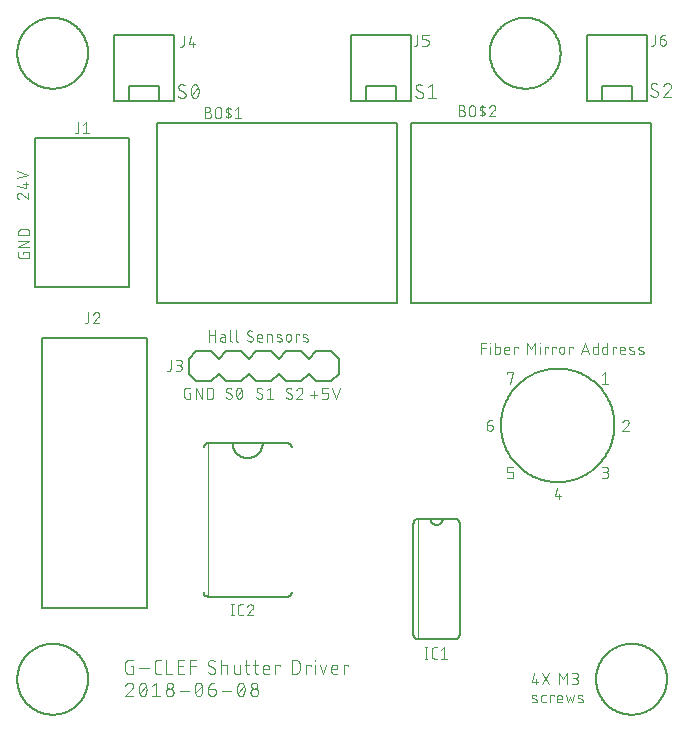
<source format=gto>
G75*
%MOIN*%
%OFA0B0*%
%FSLAX25Y25*%
%IPPOS*%
%LPD*%
%AMOC8*
5,1,8,0,0,1.08239X$1,22.5*
%
%ADD10C,0.00300*%
%ADD11C,0.00400*%
%ADD12C,0.00600*%
%ADD13C,0.00500*%
%ADD14C,0.00200*%
%ADD15C,0.00800*%
D10*
X0074580Y0036324D02*
X0075402Y0036324D01*
X0074991Y0036324D02*
X0074991Y0040024D01*
X0074580Y0040024D02*
X0075402Y0040024D01*
X0076833Y0039202D02*
X0076833Y0037146D01*
X0076835Y0037090D01*
X0076841Y0037034D01*
X0076850Y0036979D01*
X0076863Y0036924D01*
X0076880Y0036871D01*
X0076901Y0036819D01*
X0076925Y0036768D01*
X0076953Y0036719D01*
X0076983Y0036672D01*
X0077017Y0036627D01*
X0077054Y0036585D01*
X0077094Y0036545D01*
X0077136Y0036508D01*
X0077181Y0036474D01*
X0077228Y0036444D01*
X0077277Y0036416D01*
X0077328Y0036392D01*
X0077380Y0036371D01*
X0077433Y0036354D01*
X0077488Y0036341D01*
X0077543Y0036332D01*
X0077599Y0036326D01*
X0077655Y0036324D01*
X0078478Y0036324D01*
X0079843Y0036324D02*
X0081899Y0036324D01*
X0079843Y0036324D02*
X0081590Y0038380D01*
X0080974Y0040024D02*
X0080906Y0040022D01*
X0080838Y0040016D01*
X0080771Y0040007D01*
X0080705Y0039993D01*
X0080639Y0039976D01*
X0080574Y0039955D01*
X0080511Y0039930D01*
X0080449Y0039902D01*
X0080389Y0039870D01*
X0080331Y0039835D01*
X0080275Y0039797D01*
X0080222Y0039755D01*
X0080170Y0039711D01*
X0080122Y0039663D01*
X0080076Y0039613D01*
X0080033Y0039561D01*
X0079993Y0039506D01*
X0079956Y0039449D01*
X0079923Y0039390D01*
X0079893Y0039329D01*
X0079867Y0039266D01*
X0079844Y0039202D01*
X0081591Y0038379D02*
X0081634Y0038423D01*
X0081675Y0038470D01*
X0081712Y0038519D01*
X0081747Y0038570D01*
X0081778Y0038624D01*
X0081806Y0038679D01*
X0081830Y0038736D01*
X0081851Y0038794D01*
X0081868Y0038854D01*
X0081882Y0038914D01*
X0081891Y0038975D01*
X0081897Y0039037D01*
X0081899Y0039099D01*
X0081897Y0039157D01*
X0081892Y0039215D01*
X0081883Y0039272D01*
X0081870Y0039329D01*
X0081854Y0039385D01*
X0081834Y0039440D01*
X0081811Y0039493D01*
X0081785Y0039545D01*
X0081755Y0039595D01*
X0081722Y0039643D01*
X0081687Y0039689D01*
X0081648Y0039732D01*
X0081607Y0039773D01*
X0081564Y0039812D01*
X0081518Y0039847D01*
X0081470Y0039880D01*
X0081420Y0039910D01*
X0081368Y0039936D01*
X0081315Y0039959D01*
X0081260Y0039979D01*
X0081204Y0039995D01*
X0081147Y0040008D01*
X0081090Y0040017D01*
X0081032Y0040022D01*
X0080974Y0040024D01*
X0078478Y0040024D02*
X0077655Y0040024D01*
X0077599Y0040022D01*
X0077543Y0040016D01*
X0077488Y0040007D01*
X0077433Y0039994D01*
X0077380Y0039977D01*
X0077328Y0039956D01*
X0077277Y0039932D01*
X0077228Y0039904D01*
X0077181Y0039874D01*
X0077136Y0039840D01*
X0077094Y0039803D01*
X0077054Y0039763D01*
X0077017Y0039721D01*
X0076983Y0039676D01*
X0076953Y0039629D01*
X0076925Y0039580D01*
X0076901Y0039529D01*
X0076880Y0039477D01*
X0076863Y0039424D01*
X0076850Y0039369D01*
X0076841Y0039314D01*
X0076835Y0039258D01*
X0076833Y0039202D01*
X0139135Y0025666D02*
X0139957Y0025666D01*
X0139546Y0025666D02*
X0139546Y0021966D01*
X0139135Y0021966D02*
X0139957Y0021966D01*
X0141388Y0022788D02*
X0141388Y0024844D01*
X0141390Y0024900D01*
X0141396Y0024956D01*
X0141405Y0025011D01*
X0141418Y0025066D01*
X0141435Y0025119D01*
X0141456Y0025171D01*
X0141480Y0025222D01*
X0141508Y0025271D01*
X0141538Y0025318D01*
X0141572Y0025363D01*
X0141609Y0025405D01*
X0141649Y0025445D01*
X0141691Y0025482D01*
X0141736Y0025516D01*
X0141783Y0025546D01*
X0141832Y0025574D01*
X0141883Y0025598D01*
X0141935Y0025619D01*
X0141988Y0025636D01*
X0142043Y0025649D01*
X0142098Y0025658D01*
X0142154Y0025664D01*
X0142210Y0025666D01*
X0143033Y0025666D01*
X0144398Y0024844D02*
X0145426Y0025666D01*
X0145426Y0021966D01*
X0144398Y0021966D02*
X0146454Y0021966D01*
X0143033Y0021966D02*
X0142210Y0021966D01*
X0142154Y0021968D01*
X0142098Y0021974D01*
X0142043Y0021983D01*
X0141988Y0021996D01*
X0141935Y0022013D01*
X0141883Y0022034D01*
X0141832Y0022058D01*
X0141783Y0022086D01*
X0141736Y0022116D01*
X0141691Y0022150D01*
X0141649Y0022187D01*
X0141609Y0022227D01*
X0141572Y0022269D01*
X0141538Y0022314D01*
X0141508Y0022361D01*
X0141480Y0022410D01*
X0141456Y0022461D01*
X0141435Y0022513D01*
X0141418Y0022566D01*
X0141405Y0022621D01*
X0141396Y0022676D01*
X0141390Y0022732D01*
X0141388Y0022788D01*
X0174678Y0014178D02*
X0176734Y0014178D01*
X0176117Y0015000D02*
X0176117Y0013356D01*
X0174678Y0014178D02*
X0175501Y0017056D01*
X0178073Y0017056D02*
X0180539Y0013356D01*
X0178073Y0013356D02*
X0180539Y0017056D01*
X0183953Y0017056D02*
X0183953Y0013356D01*
X0185186Y0015000D02*
X0186419Y0017056D01*
X0186419Y0013356D01*
X0188118Y0013356D02*
X0189146Y0013356D01*
X0189146Y0013355D02*
X0189209Y0013357D01*
X0189272Y0013363D01*
X0189335Y0013373D01*
X0189397Y0013386D01*
X0189458Y0013403D01*
X0189517Y0013424D01*
X0189576Y0013449D01*
X0189632Y0013477D01*
X0189687Y0013509D01*
X0189740Y0013544D01*
X0189790Y0013582D01*
X0189839Y0013623D01*
X0189884Y0013667D01*
X0189927Y0013714D01*
X0189966Y0013763D01*
X0190003Y0013815D01*
X0190036Y0013869D01*
X0190066Y0013925D01*
X0190093Y0013982D01*
X0190116Y0014041D01*
X0190135Y0014102D01*
X0190150Y0014163D01*
X0190162Y0014225D01*
X0190170Y0014288D01*
X0190174Y0014351D01*
X0190174Y0014415D01*
X0190170Y0014478D01*
X0190162Y0014541D01*
X0190150Y0014603D01*
X0190135Y0014664D01*
X0190116Y0014725D01*
X0190093Y0014784D01*
X0190066Y0014841D01*
X0190036Y0014897D01*
X0190003Y0014951D01*
X0189966Y0015003D01*
X0189927Y0015052D01*
X0189884Y0015099D01*
X0189839Y0015143D01*
X0189790Y0015184D01*
X0189740Y0015222D01*
X0189687Y0015257D01*
X0189632Y0015289D01*
X0189576Y0015317D01*
X0189517Y0015342D01*
X0189458Y0015363D01*
X0189397Y0015380D01*
X0189335Y0015393D01*
X0189272Y0015403D01*
X0189209Y0015409D01*
X0189146Y0015411D01*
X0189352Y0015411D02*
X0188529Y0015411D01*
X0189352Y0015411D02*
X0189408Y0015413D01*
X0189464Y0015419D01*
X0189519Y0015428D01*
X0189574Y0015441D01*
X0189627Y0015458D01*
X0189679Y0015479D01*
X0189730Y0015503D01*
X0189779Y0015531D01*
X0189826Y0015561D01*
X0189871Y0015595D01*
X0189913Y0015632D01*
X0189953Y0015672D01*
X0189990Y0015714D01*
X0190024Y0015759D01*
X0190054Y0015806D01*
X0190082Y0015855D01*
X0190106Y0015906D01*
X0190127Y0015958D01*
X0190144Y0016011D01*
X0190157Y0016066D01*
X0190166Y0016121D01*
X0190172Y0016177D01*
X0190174Y0016233D01*
X0190172Y0016289D01*
X0190166Y0016345D01*
X0190157Y0016400D01*
X0190144Y0016455D01*
X0190127Y0016508D01*
X0190106Y0016560D01*
X0190082Y0016611D01*
X0190054Y0016660D01*
X0190024Y0016707D01*
X0189990Y0016752D01*
X0189953Y0016794D01*
X0189913Y0016834D01*
X0189871Y0016871D01*
X0189826Y0016905D01*
X0189779Y0016935D01*
X0189730Y0016963D01*
X0189679Y0016987D01*
X0189627Y0017008D01*
X0189574Y0017025D01*
X0189519Y0017038D01*
X0189464Y0017047D01*
X0189408Y0017053D01*
X0189352Y0017055D01*
X0189352Y0017056D02*
X0188118Y0017056D01*
X0185186Y0015000D02*
X0183953Y0017056D01*
X0182035Y0009822D02*
X0180801Y0009822D01*
X0180801Y0007356D01*
X0179344Y0007356D02*
X0178522Y0007356D01*
X0178522Y0007355D02*
X0178474Y0007357D01*
X0178425Y0007363D01*
X0178378Y0007372D01*
X0178331Y0007385D01*
X0178286Y0007402D01*
X0178242Y0007422D01*
X0178200Y0007446D01*
X0178159Y0007473D01*
X0178121Y0007503D01*
X0178086Y0007536D01*
X0178053Y0007571D01*
X0178023Y0007609D01*
X0177996Y0007650D01*
X0177972Y0007692D01*
X0177952Y0007736D01*
X0177935Y0007781D01*
X0177922Y0007828D01*
X0177913Y0007875D01*
X0177907Y0007924D01*
X0177905Y0007972D01*
X0177905Y0009206D01*
X0177907Y0009254D01*
X0177913Y0009303D01*
X0177922Y0009350D01*
X0177935Y0009397D01*
X0177952Y0009442D01*
X0177972Y0009486D01*
X0177996Y0009528D01*
X0178023Y0009569D01*
X0178053Y0009607D01*
X0178086Y0009642D01*
X0178121Y0009675D01*
X0178159Y0009705D01*
X0178200Y0009732D01*
X0178242Y0009756D01*
X0178286Y0009776D01*
X0178331Y0009793D01*
X0178378Y0009806D01*
X0178425Y0009815D01*
X0178474Y0009821D01*
X0178522Y0009823D01*
X0178522Y0009822D02*
X0179344Y0009822D01*
X0182035Y0009822D02*
X0182035Y0009411D01*
X0183181Y0009000D02*
X0183181Y0007972D01*
X0183183Y0007924D01*
X0183189Y0007875D01*
X0183198Y0007828D01*
X0183211Y0007781D01*
X0183228Y0007736D01*
X0183248Y0007692D01*
X0183272Y0007650D01*
X0183299Y0007609D01*
X0183329Y0007571D01*
X0183362Y0007536D01*
X0183397Y0007503D01*
X0183435Y0007473D01*
X0183476Y0007446D01*
X0183518Y0007422D01*
X0183562Y0007402D01*
X0183607Y0007385D01*
X0183654Y0007372D01*
X0183701Y0007363D01*
X0183750Y0007357D01*
X0183798Y0007355D01*
X0183798Y0007356D02*
X0184826Y0007356D01*
X0184826Y0008589D02*
X0183181Y0008589D01*
X0183181Y0009000D02*
X0183183Y0009056D01*
X0183189Y0009112D01*
X0183198Y0009167D01*
X0183211Y0009222D01*
X0183228Y0009275D01*
X0183249Y0009327D01*
X0183273Y0009378D01*
X0183301Y0009427D01*
X0183331Y0009474D01*
X0183365Y0009519D01*
X0183402Y0009561D01*
X0183442Y0009601D01*
X0183484Y0009638D01*
X0183529Y0009672D01*
X0183576Y0009702D01*
X0183625Y0009730D01*
X0183676Y0009754D01*
X0183728Y0009775D01*
X0183781Y0009792D01*
X0183836Y0009805D01*
X0183891Y0009814D01*
X0183947Y0009820D01*
X0184003Y0009822D01*
X0184059Y0009820D01*
X0184115Y0009814D01*
X0184170Y0009805D01*
X0184225Y0009792D01*
X0184278Y0009775D01*
X0184330Y0009754D01*
X0184381Y0009730D01*
X0184430Y0009702D01*
X0184477Y0009672D01*
X0184522Y0009638D01*
X0184564Y0009601D01*
X0184604Y0009561D01*
X0184641Y0009519D01*
X0184675Y0009474D01*
X0184705Y0009427D01*
X0184733Y0009378D01*
X0184757Y0009327D01*
X0184778Y0009275D01*
X0184795Y0009222D01*
X0184808Y0009167D01*
X0184817Y0009112D01*
X0184823Y0009056D01*
X0184825Y0009000D01*
X0184826Y0009000D02*
X0184826Y0008589D01*
X0186250Y0009822D02*
X0186867Y0007356D01*
X0187483Y0009000D01*
X0188100Y0007356D01*
X0188717Y0009822D01*
X0190655Y0009822D02*
X0190610Y0009821D01*
X0190565Y0009816D01*
X0190521Y0009807D01*
X0190478Y0009795D01*
X0190436Y0009779D01*
X0190396Y0009759D01*
X0190357Y0009736D01*
X0190321Y0009711D01*
X0190287Y0009682D01*
X0190255Y0009650D01*
X0190226Y0009616D01*
X0190200Y0009579D01*
X0190177Y0009541D01*
X0190158Y0009500D01*
X0190142Y0009458D01*
X0190129Y0009415D01*
X0190120Y0009371D01*
X0190115Y0009327D01*
X0190114Y0009282D01*
X0190117Y0009237D01*
X0190123Y0009193D01*
X0190133Y0009149D01*
X0190146Y0009107D01*
X0190163Y0009065D01*
X0190184Y0009025D01*
X0190208Y0008987D01*
X0190234Y0008952D01*
X0190264Y0008918D01*
X0190297Y0008887D01*
X0190332Y0008859D01*
X0190369Y0008834D01*
X0190408Y0008813D01*
X0190449Y0008794D01*
X0191477Y0008383D01*
X0191518Y0008364D01*
X0191557Y0008343D01*
X0191594Y0008318D01*
X0191629Y0008290D01*
X0191662Y0008259D01*
X0191692Y0008225D01*
X0191718Y0008190D01*
X0191742Y0008152D01*
X0191763Y0008112D01*
X0191780Y0008070D01*
X0191793Y0008028D01*
X0191803Y0007984D01*
X0191809Y0007940D01*
X0191812Y0007895D01*
X0191811Y0007850D01*
X0191806Y0007806D01*
X0191797Y0007762D01*
X0191784Y0007719D01*
X0191768Y0007677D01*
X0191749Y0007636D01*
X0191726Y0007598D01*
X0191700Y0007561D01*
X0191671Y0007527D01*
X0191639Y0007495D01*
X0191605Y0007466D01*
X0191569Y0007441D01*
X0191530Y0007418D01*
X0191490Y0007398D01*
X0191448Y0007382D01*
X0191405Y0007370D01*
X0191361Y0007361D01*
X0191316Y0007356D01*
X0191271Y0007355D01*
X0191580Y0009616D02*
X0191492Y0009654D01*
X0191403Y0009687D01*
X0191313Y0009717D01*
X0191221Y0009744D01*
X0191128Y0009766D01*
X0191035Y0009785D01*
X0190941Y0009800D01*
X0190846Y0009811D01*
X0190751Y0009818D01*
X0190655Y0009822D01*
X0190141Y0007561D02*
X0190250Y0007524D01*
X0190360Y0007490D01*
X0190472Y0007460D01*
X0190584Y0007434D01*
X0190697Y0007411D01*
X0190811Y0007392D01*
X0190926Y0007377D01*
X0191041Y0007366D01*
X0191156Y0007359D01*
X0191271Y0007355D01*
X0176117Y0008383D02*
X0175089Y0008794D01*
X0175048Y0008813D01*
X0175009Y0008834D01*
X0174972Y0008859D01*
X0174937Y0008887D01*
X0174904Y0008918D01*
X0174874Y0008952D01*
X0174848Y0008987D01*
X0174824Y0009025D01*
X0174803Y0009065D01*
X0174786Y0009107D01*
X0174773Y0009149D01*
X0174763Y0009193D01*
X0174757Y0009237D01*
X0174754Y0009282D01*
X0174755Y0009327D01*
X0174760Y0009371D01*
X0174769Y0009415D01*
X0174782Y0009458D01*
X0174798Y0009500D01*
X0174817Y0009541D01*
X0174840Y0009579D01*
X0174866Y0009616D01*
X0174895Y0009650D01*
X0174927Y0009682D01*
X0174961Y0009711D01*
X0174997Y0009736D01*
X0175036Y0009759D01*
X0175076Y0009779D01*
X0175118Y0009795D01*
X0175161Y0009807D01*
X0175205Y0009816D01*
X0175250Y0009821D01*
X0175295Y0009822D01*
X0174781Y0007561D02*
X0174890Y0007524D01*
X0175000Y0007490D01*
X0175112Y0007460D01*
X0175224Y0007434D01*
X0175337Y0007411D01*
X0175451Y0007392D01*
X0175566Y0007377D01*
X0175681Y0007366D01*
X0175796Y0007359D01*
X0175911Y0007355D01*
X0175956Y0007356D01*
X0176001Y0007361D01*
X0176045Y0007370D01*
X0176088Y0007382D01*
X0176130Y0007398D01*
X0176170Y0007418D01*
X0176209Y0007441D01*
X0176245Y0007466D01*
X0176279Y0007495D01*
X0176311Y0007527D01*
X0176340Y0007561D01*
X0176366Y0007598D01*
X0176389Y0007636D01*
X0176408Y0007677D01*
X0176424Y0007719D01*
X0176437Y0007762D01*
X0176446Y0007806D01*
X0176451Y0007850D01*
X0176452Y0007895D01*
X0176449Y0007940D01*
X0176443Y0007984D01*
X0176433Y0008028D01*
X0176420Y0008070D01*
X0176403Y0008112D01*
X0176382Y0008152D01*
X0176358Y0008190D01*
X0176332Y0008225D01*
X0176302Y0008259D01*
X0176269Y0008290D01*
X0176234Y0008318D01*
X0176197Y0008343D01*
X0176158Y0008364D01*
X0176117Y0008383D01*
X0176220Y0009616D02*
X0176132Y0009654D01*
X0176043Y0009687D01*
X0175953Y0009717D01*
X0175861Y0009744D01*
X0175768Y0009766D01*
X0175675Y0009785D01*
X0175581Y0009800D01*
X0175486Y0009811D01*
X0175391Y0009818D01*
X0175295Y0009822D01*
X0183798Y0075237D02*
X0183798Y0076882D01*
X0184414Y0076060D02*
X0182359Y0076060D01*
X0183181Y0078937D01*
X0168666Y0082949D02*
X0168666Y0083360D01*
X0168664Y0083416D01*
X0168658Y0083472D01*
X0168649Y0083527D01*
X0168636Y0083582D01*
X0168619Y0083635D01*
X0168598Y0083687D01*
X0168574Y0083738D01*
X0168546Y0083787D01*
X0168516Y0083834D01*
X0168482Y0083879D01*
X0168445Y0083921D01*
X0168405Y0083961D01*
X0168363Y0083998D01*
X0168318Y0084032D01*
X0168271Y0084062D01*
X0168222Y0084090D01*
X0168171Y0084114D01*
X0168119Y0084135D01*
X0168066Y0084152D01*
X0168011Y0084165D01*
X0167956Y0084174D01*
X0167900Y0084180D01*
X0167844Y0084182D01*
X0167844Y0084183D02*
X0166611Y0084183D01*
X0166611Y0085827D01*
X0168666Y0085827D01*
X0168666Y0082949D02*
X0168664Y0082893D01*
X0168658Y0082837D01*
X0168649Y0082782D01*
X0168636Y0082727D01*
X0168619Y0082674D01*
X0168598Y0082622D01*
X0168574Y0082571D01*
X0168546Y0082522D01*
X0168516Y0082475D01*
X0168482Y0082430D01*
X0168445Y0082388D01*
X0168405Y0082348D01*
X0168363Y0082311D01*
X0168318Y0082277D01*
X0168271Y0082247D01*
X0168222Y0082219D01*
X0168171Y0082195D01*
X0168119Y0082174D01*
X0168066Y0082157D01*
X0168011Y0082144D01*
X0167956Y0082135D01*
X0167900Y0082129D01*
X0167844Y0082127D01*
X0166611Y0082127D01*
X0161777Y0098903D02*
X0161777Y0099109D01*
X0161776Y0099109D02*
X0161774Y0099165D01*
X0161768Y0099221D01*
X0161759Y0099276D01*
X0161746Y0099331D01*
X0161729Y0099384D01*
X0161708Y0099436D01*
X0161684Y0099487D01*
X0161656Y0099536D01*
X0161626Y0099583D01*
X0161592Y0099628D01*
X0161555Y0099670D01*
X0161515Y0099710D01*
X0161473Y0099747D01*
X0161428Y0099781D01*
X0161381Y0099811D01*
X0161332Y0099839D01*
X0161281Y0099863D01*
X0161229Y0099884D01*
X0161176Y0099901D01*
X0161121Y0099914D01*
X0161066Y0099923D01*
X0161010Y0099929D01*
X0160954Y0099931D01*
X0159721Y0099931D01*
X0159721Y0098903D01*
X0159723Y0098840D01*
X0159729Y0098777D01*
X0159739Y0098714D01*
X0159752Y0098652D01*
X0159769Y0098591D01*
X0159790Y0098532D01*
X0159815Y0098473D01*
X0159843Y0098417D01*
X0159875Y0098362D01*
X0159910Y0098309D01*
X0159948Y0098259D01*
X0159989Y0098210D01*
X0160033Y0098165D01*
X0160080Y0098122D01*
X0160129Y0098083D01*
X0160181Y0098046D01*
X0160235Y0098013D01*
X0160291Y0097983D01*
X0160348Y0097956D01*
X0160407Y0097933D01*
X0160468Y0097914D01*
X0160529Y0097899D01*
X0160591Y0097887D01*
X0160654Y0097879D01*
X0160717Y0097875D01*
X0160781Y0097875D01*
X0160844Y0097879D01*
X0160907Y0097887D01*
X0160969Y0097899D01*
X0161030Y0097914D01*
X0161091Y0097933D01*
X0161150Y0097956D01*
X0161207Y0097983D01*
X0161263Y0098013D01*
X0161317Y0098046D01*
X0161369Y0098083D01*
X0161418Y0098122D01*
X0161465Y0098165D01*
X0161509Y0098210D01*
X0161550Y0098259D01*
X0161588Y0098309D01*
X0161623Y0098362D01*
X0161655Y0098417D01*
X0161683Y0098473D01*
X0161708Y0098532D01*
X0161729Y0098591D01*
X0161746Y0098652D01*
X0161759Y0098714D01*
X0161769Y0098777D01*
X0161775Y0098840D01*
X0161777Y0098903D01*
X0159722Y0099931D02*
X0159724Y0100012D01*
X0159730Y0100092D01*
X0159740Y0100172D01*
X0159754Y0100252D01*
X0159771Y0100330D01*
X0159793Y0100408D01*
X0159818Y0100485D01*
X0159847Y0100560D01*
X0159880Y0100634D01*
X0159916Y0100706D01*
X0159956Y0100776D01*
X0159999Y0100844D01*
X0160046Y0100910D01*
X0160095Y0100974D01*
X0160148Y0101035D01*
X0160204Y0101093D01*
X0160262Y0101149D01*
X0160323Y0101202D01*
X0160387Y0101251D01*
X0160453Y0101298D01*
X0160521Y0101341D01*
X0160591Y0101381D01*
X0160663Y0101417D01*
X0160737Y0101450D01*
X0160812Y0101479D01*
X0160889Y0101504D01*
X0160967Y0101526D01*
X0161045Y0101543D01*
X0161125Y0101557D01*
X0161205Y0101567D01*
X0161285Y0101573D01*
X0161366Y0101575D01*
X0167639Y0113623D02*
X0168666Y0117323D01*
X0166611Y0117323D01*
X0166611Y0116912D01*
X0166201Y0123497D02*
X0167229Y0123497D01*
X0166201Y0123497D02*
X0166153Y0123499D01*
X0166104Y0123505D01*
X0166057Y0123514D01*
X0166010Y0123527D01*
X0165965Y0123544D01*
X0165921Y0123564D01*
X0165879Y0123588D01*
X0165838Y0123615D01*
X0165800Y0123645D01*
X0165765Y0123678D01*
X0165732Y0123713D01*
X0165702Y0123751D01*
X0165675Y0123792D01*
X0165651Y0123834D01*
X0165631Y0123878D01*
X0165614Y0123923D01*
X0165601Y0123970D01*
X0165592Y0124017D01*
X0165586Y0124066D01*
X0165584Y0124114D01*
X0165585Y0124114D02*
X0165585Y0125142D01*
X0165585Y0124731D02*
X0167229Y0124731D01*
X0167229Y0125142D01*
X0167227Y0125198D01*
X0167221Y0125254D01*
X0167212Y0125309D01*
X0167199Y0125364D01*
X0167182Y0125417D01*
X0167161Y0125469D01*
X0167137Y0125520D01*
X0167109Y0125569D01*
X0167079Y0125616D01*
X0167045Y0125661D01*
X0167008Y0125703D01*
X0166968Y0125743D01*
X0166926Y0125780D01*
X0166881Y0125814D01*
X0166834Y0125844D01*
X0166785Y0125872D01*
X0166734Y0125896D01*
X0166682Y0125917D01*
X0166629Y0125934D01*
X0166574Y0125947D01*
X0166519Y0125956D01*
X0166463Y0125962D01*
X0166407Y0125964D01*
X0166351Y0125962D01*
X0166295Y0125956D01*
X0166240Y0125947D01*
X0166185Y0125934D01*
X0166132Y0125917D01*
X0166080Y0125896D01*
X0166029Y0125872D01*
X0165980Y0125844D01*
X0165933Y0125814D01*
X0165888Y0125780D01*
X0165846Y0125743D01*
X0165806Y0125703D01*
X0165769Y0125661D01*
X0165735Y0125616D01*
X0165705Y0125569D01*
X0165677Y0125520D01*
X0165653Y0125469D01*
X0165632Y0125417D01*
X0165615Y0125364D01*
X0165602Y0125309D01*
X0165593Y0125254D01*
X0165587Y0125198D01*
X0165585Y0125142D01*
X0164127Y0125347D02*
X0164127Y0124114D01*
X0164125Y0124066D01*
X0164119Y0124017D01*
X0164110Y0123970D01*
X0164097Y0123923D01*
X0164080Y0123878D01*
X0164060Y0123834D01*
X0164036Y0123792D01*
X0164009Y0123751D01*
X0163979Y0123713D01*
X0163946Y0123678D01*
X0163911Y0123645D01*
X0163873Y0123615D01*
X0163832Y0123588D01*
X0163790Y0123564D01*
X0163746Y0123544D01*
X0163701Y0123527D01*
X0163654Y0123514D01*
X0163607Y0123505D01*
X0163558Y0123499D01*
X0163510Y0123497D01*
X0162483Y0123497D01*
X0162483Y0127197D01*
X0162483Y0125964D02*
X0163510Y0125964D01*
X0163558Y0125962D01*
X0163607Y0125956D01*
X0163654Y0125947D01*
X0163701Y0125934D01*
X0163746Y0125917D01*
X0163790Y0125897D01*
X0163832Y0125873D01*
X0163873Y0125846D01*
X0163911Y0125816D01*
X0163946Y0125783D01*
X0163979Y0125748D01*
X0164009Y0125710D01*
X0164036Y0125669D01*
X0164060Y0125627D01*
X0164080Y0125583D01*
X0164097Y0125538D01*
X0164110Y0125491D01*
X0164119Y0125444D01*
X0164125Y0125395D01*
X0164127Y0125347D01*
X0160887Y0125964D02*
X0160887Y0123497D01*
X0159591Y0125553D02*
X0157946Y0125553D01*
X0157946Y0127197D02*
X0157946Y0123497D01*
X0157946Y0127197D02*
X0159591Y0127197D01*
X0160784Y0127197D02*
X0160990Y0127197D01*
X0160990Y0126992D01*
X0160784Y0126992D01*
X0160784Y0127197D01*
X0168845Y0125964D02*
X0168845Y0123497D01*
X0170078Y0125553D02*
X0170078Y0125964D01*
X0168845Y0125964D01*
X0173334Y0127197D02*
X0173334Y0123497D01*
X0174567Y0125142D02*
X0175800Y0127197D01*
X0175800Y0123497D01*
X0177447Y0123497D02*
X0177447Y0125964D01*
X0177550Y0126992D02*
X0177344Y0126992D01*
X0177344Y0127197D01*
X0177550Y0127197D01*
X0177550Y0126992D01*
X0179045Y0125964D02*
X0180278Y0125964D01*
X0180278Y0125553D01*
X0179045Y0125964D02*
X0179045Y0123497D01*
X0181565Y0123497D02*
X0181565Y0125964D01*
X0182798Y0125964D01*
X0182798Y0125553D01*
X0183945Y0125142D02*
X0183945Y0124319D01*
X0183947Y0124263D01*
X0183953Y0124207D01*
X0183962Y0124152D01*
X0183975Y0124097D01*
X0183992Y0124044D01*
X0184013Y0123992D01*
X0184037Y0123941D01*
X0184065Y0123892D01*
X0184095Y0123845D01*
X0184129Y0123800D01*
X0184166Y0123758D01*
X0184206Y0123718D01*
X0184248Y0123681D01*
X0184293Y0123647D01*
X0184340Y0123617D01*
X0184389Y0123589D01*
X0184440Y0123565D01*
X0184492Y0123544D01*
X0184545Y0123527D01*
X0184600Y0123514D01*
X0184655Y0123505D01*
X0184711Y0123499D01*
X0184767Y0123497D01*
X0184823Y0123499D01*
X0184879Y0123505D01*
X0184934Y0123514D01*
X0184989Y0123527D01*
X0185042Y0123544D01*
X0185094Y0123565D01*
X0185145Y0123589D01*
X0185194Y0123617D01*
X0185241Y0123647D01*
X0185286Y0123681D01*
X0185328Y0123718D01*
X0185368Y0123758D01*
X0185405Y0123800D01*
X0185439Y0123845D01*
X0185469Y0123892D01*
X0185497Y0123941D01*
X0185521Y0123992D01*
X0185542Y0124044D01*
X0185559Y0124097D01*
X0185572Y0124152D01*
X0185581Y0124207D01*
X0185587Y0124263D01*
X0185589Y0124319D01*
X0185589Y0125142D01*
X0185587Y0125198D01*
X0185581Y0125254D01*
X0185572Y0125309D01*
X0185559Y0125364D01*
X0185542Y0125417D01*
X0185521Y0125469D01*
X0185497Y0125520D01*
X0185469Y0125569D01*
X0185439Y0125616D01*
X0185405Y0125661D01*
X0185368Y0125703D01*
X0185328Y0125743D01*
X0185286Y0125780D01*
X0185241Y0125814D01*
X0185194Y0125844D01*
X0185145Y0125872D01*
X0185094Y0125896D01*
X0185042Y0125917D01*
X0184989Y0125934D01*
X0184934Y0125947D01*
X0184879Y0125956D01*
X0184823Y0125962D01*
X0184767Y0125964D01*
X0184711Y0125962D01*
X0184655Y0125956D01*
X0184600Y0125947D01*
X0184545Y0125934D01*
X0184492Y0125917D01*
X0184440Y0125896D01*
X0184389Y0125872D01*
X0184340Y0125844D01*
X0184293Y0125814D01*
X0184248Y0125780D01*
X0184206Y0125743D01*
X0184166Y0125703D01*
X0184129Y0125661D01*
X0184095Y0125616D01*
X0184065Y0125569D01*
X0184037Y0125520D01*
X0184013Y0125469D01*
X0183992Y0125417D01*
X0183975Y0125364D01*
X0183962Y0125309D01*
X0183953Y0125254D01*
X0183947Y0125198D01*
X0183945Y0125142D01*
X0187205Y0125964D02*
X0187205Y0123497D01*
X0188438Y0125553D02*
X0188438Y0125964D01*
X0187205Y0125964D01*
X0191642Y0124422D02*
X0193492Y0124422D01*
X0193800Y0123497D02*
X0192567Y0127197D01*
X0191333Y0123497D01*
X0195087Y0124114D02*
X0195087Y0125347D01*
X0195086Y0125347D02*
X0195088Y0125395D01*
X0195094Y0125444D01*
X0195103Y0125491D01*
X0195116Y0125538D01*
X0195133Y0125583D01*
X0195153Y0125627D01*
X0195177Y0125669D01*
X0195204Y0125710D01*
X0195234Y0125748D01*
X0195267Y0125783D01*
X0195302Y0125816D01*
X0195340Y0125846D01*
X0195381Y0125873D01*
X0195423Y0125897D01*
X0195467Y0125917D01*
X0195512Y0125934D01*
X0195559Y0125947D01*
X0195606Y0125956D01*
X0195655Y0125962D01*
X0195703Y0125964D01*
X0196731Y0125964D01*
X0196731Y0127197D02*
X0196731Y0123497D01*
X0195703Y0123497D01*
X0195655Y0123499D01*
X0195606Y0123505D01*
X0195559Y0123514D01*
X0195512Y0123527D01*
X0195467Y0123544D01*
X0195423Y0123564D01*
X0195381Y0123588D01*
X0195340Y0123615D01*
X0195302Y0123645D01*
X0195267Y0123678D01*
X0195234Y0123713D01*
X0195204Y0123751D01*
X0195177Y0123792D01*
X0195153Y0123834D01*
X0195133Y0123878D01*
X0195116Y0123923D01*
X0195103Y0123970D01*
X0195094Y0124017D01*
X0195088Y0124066D01*
X0195086Y0124114D01*
X0198327Y0124114D02*
X0198327Y0125347D01*
X0198326Y0125347D02*
X0198328Y0125395D01*
X0198334Y0125444D01*
X0198343Y0125491D01*
X0198356Y0125538D01*
X0198373Y0125583D01*
X0198393Y0125627D01*
X0198417Y0125669D01*
X0198444Y0125710D01*
X0198474Y0125748D01*
X0198507Y0125783D01*
X0198542Y0125816D01*
X0198580Y0125846D01*
X0198621Y0125873D01*
X0198663Y0125897D01*
X0198707Y0125917D01*
X0198752Y0125934D01*
X0198799Y0125947D01*
X0198846Y0125956D01*
X0198895Y0125962D01*
X0198943Y0125964D01*
X0199971Y0125964D01*
X0199971Y0127197D02*
X0199971Y0123497D01*
X0198943Y0123497D01*
X0198895Y0123499D01*
X0198846Y0123505D01*
X0198799Y0123514D01*
X0198752Y0123527D01*
X0198707Y0123544D01*
X0198663Y0123564D01*
X0198621Y0123588D01*
X0198580Y0123615D01*
X0198542Y0123645D01*
X0198507Y0123678D01*
X0198474Y0123713D01*
X0198444Y0123751D01*
X0198417Y0123792D01*
X0198393Y0123834D01*
X0198373Y0123878D01*
X0198356Y0123923D01*
X0198343Y0123970D01*
X0198334Y0124017D01*
X0198328Y0124066D01*
X0198326Y0124114D01*
X0201725Y0123497D02*
X0201725Y0125964D01*
X0202958Y0125964D01*
X0202958Y0125553D01*
X0204104Y0125142D02*
X0204104Y0124114D01*
X0204104Y0124731D02*
X0205749Y0124731D01*
X0205749Y0125142D01*
X0205747Y0125198D01*
X0205741Y0125254D01*
X0205732Y0125309D01*
X0205719Y0125364D01*
X0205702Y0125417D01*
X0205681Y0125469D01*
X0205657Y0125520D01*
X0205629Y0125569D01*
X0205599Y0125616D01*
X0205565Y0125661D01*
X0205528Y0125703D01*
X0205488Y0125743D01*
X0205446Y0125780D01*
X0205401Y0125814D01*
X0205354Y0125844D01*
X0205305Y0125872D01*
X0205254Y0125896D01*
X0205202Y0125917D01*
X0205149Y0125934D01*
X0205094Y0125947D01*
X0205039Y0125956D01*
X0204983Y0125962D01*
X0204927Y0125964D01*
X0204871Y0125962D01*
X0204815Y0125956D01*
X0204760Y0125947D01*
X0204705Y0125934D01*
X0204652Y0125917D01*
X0204600Y0125896D01*
X0204549Y0125872D01*
X0204500Y0125844D01*
X0204453Y0125814D01*
X0204408Y0125780D01*
X0204366Y0125743D01*
X0204326Y0125703D01*
X0204289Y0125661D01*
X0204255Y0125616D01*
X0204225Y0125569D01*
X0204197Y0125520D01*
X0204173Y0125469D01*
X0204152Y0125417D01*
X0204135Y0125364D01*
X0204122Y0125309D01*
X0204113Y0125254D01*
X0204107Y0125198D01*
X0204105Y0125142D01*
X0204104Y0124114D02*
X0204106Y0124066D01*
X0204112Y0124017D01*
X0204121Y0123970D01*
X0204134Y0123923D01*
X0204151Y0123878D01*
X0204171Y0123834D01*
X0204195Y0123792D01*
X0204222Y0123751D01*
X0204252Y0123713D01*
X0204285Y0123678D01*
X0204320Y0123645D01*
X0204358Y0123615D01*
X0204399Y0123588D01*
X0204441Y0123564D01*
X0204485Y0123544D01*
X0204530Y0123527D01*
X0204577Y0123514D01*
X0204624Y0123505D01*
X0204673Y0123499D01*
X0204721Y0123497D01*
X0205749Y0123497D01*
X0207738Y0125964D02*
X0207834Y0125960D01*
X0207929Y0125953D01*
X0208024Y0125942D01*
X0208118Y0125927D01*
X0208211Y0125908D01*
X0208304Y0125886D01*
X0208396Y0125859D01*
X0208486Y0125829D01*
X0208575Y0125796D01*
X0208663Y0125758D01*
X0207739Y0125964D02*
X0207694Y0125963D01*
X0207649Y0125958D01*
X0207605Y0125949D01*
X0207562Y0125937D01*
X0207520Y0125921D01*
X0207480Y0125901D01*
X0207441Y0125878D01*
X0207405Y0125853D01*
X0207371Y0125824D01*
X0207339Y0125792D01*
X0207310Y0125758D01*
X0207284Y0125721D01*
X0207261Y0125683D01*
X0207242Y0125642D01*
X0207226Y0125600D01*
X0207213Y0125557D01*
X0207204Y0125513D01*
X0207199Y0125469D01*
X0207198Y0125424D01*
X0207201Y0125379D01*
X0207207Y0125335D01*
X0207217Y0125291D01*
X0207230Y0125249D01*
X0207247Y0125207D01*
X0207268Y0125167D01*
X0207292Y0125129D01*
X0207318Y0125094D01*
X0207348Y0125060D01*
X0207381Y0125029D01*
X0207416Y0125001D01*
X0207453Y0124976D01*
X0207492Y0124955D01*
X0207533Y0124936D01*
X0208561Y0124525D01*
X0208602Y0124506D01*
X0208641Y0124485D01*
X0208678Y0124460D01*
X0208713Y0124432D01*
X0208746Y0124401D01*
X0208776Y0124367D01*
X0208802Y0124332D01*
X0208826Y0124294D01*
X0208847Y0124254D01*
X0208864Y0124212D01*
X0208877Y0124170D01*
X0208887Y0124126D01*
X0208893Y0124082D01*
X0208896Y0124037D01*
X0208895Y0123992D01*
X0208890Y0123948D01*
X0208881Y0123904D01*
X0208868Y0123861D01*
X0208852Y0123819D01*
X0208833Y0123778D01*
X0208810Y0123740D01*
X0208784Y0123703D01*
X0208755Y0123669D01*
X0208723Y0123637D01*
X0208689Y0123608D01*
X0208653Y0123583D01*
X0208614Y0123560D01*
X0208574Y0123540D01*
X0208532Y0123524D01*
X0208489Y0123512D01*
X0208445Y0123503D01*
X0208400Y0123498D01*
X0208355Y0123497D01*
X0210858Y0125964D02*
X0210954Y0125960D01*
X0211049Y0125953D01*
X0211144Y0125942D01*
X0211238Y0125927D01*
X0211331Y0125908D01*
X0211424Y0125886D01*
X0211516Y0125859D01*
X0211606Y0125829D01*
X0211695Y0125796D01*
X0211783Y0125758D01*
X0210859Y0125964D02*
X0210814Y0125963D01*
X0210769Y0125958D01*
X0210725Y0125949D01*
X0210682Y0125937D01*
X0210640Y0125921D01*
X0210600Y0125901D01*
X0210561Y0125878D01*
X0210525Y0125853D01*
X0210491Y0125824D01*
X0210459Y0125792D01*
X0210430Y0125758D01*
X0210404Y0125721D01*
X0210381Y0125683D01*
X0210362Y0125642D01*
X0210346Y0125600D01*
X0210333Y0125557D01*
X0210324Y0125513D01*
X0210319Y0125469D01*
X0210318Y0125424D01*
X0210321Y0125379D01*
X0210327Y0125335D01*
X0210337Y0125291D01*
X0210350Y0125249D01*
X0210367Y0125207D01*
X0210388Y0125167D01*
X0210412Y0125129D01*
X0210438Y0125094D01*
X0210468Y0125060D01*
X0210501Y0125029D01*
X0210536Y0125001D01*
X0210573Y0124976D01*
X0210612Y0124955D01*
X0210653Y0124936D01*
X0211681Y0124525D01*
X0211722Y0124506D01*
X0211761Y0124485D01*
X0211798Y0124460D01*
X0211833Y0124432D01*
X0211866Y0124401D01*
X0211896Y0124367D01*
X0211922Y0124332D01*
X0211946Y0124294D01*
X0211967Y0124254D01*
X0211984Y0124212D01*
X0211997Y0124170D01*
X0212007Y0124126D01*
X0212013Y0124082D01*
X0212016Y0124037D01*
X0212015Y0123992D01*
X0212010Y0123948D01*
X0212001Y0123904D01*
X0211988Y0123861D01*
X0211972Y0123819D01*
X0211953Y0123778D01*
X0211930Y0123740D01*
X0211904Y0123703D01*
X0211875Y0123669D01*
X0211843Y0123637D01*
X0211809Y0123608D01*
X0211773Y0123583D01*
X0211734Y0123560D01*
X0211694Y0123540D01*
X0211652Y0123524D01*
X0211609Y0123512D01*
X0211565Y0123503D01*
X0211520Y0123498D01*
X0211475Y0123497D01*
X0211360Y0123501D01*
X0211245Y0123508D01*
X0211130Y0123519D01*
X0211015Y0123534D01*
X0210901Y0123553D01*
X0210788Y0123576D01*
X0210676Y0123602D01*
X0210564Y0123632D01*
X0210454Y0123666D01*
X0210345Y0123703D01*
X0208355Y0123497D02*
X0208240Y0123501D01*
X0208125Y0123508D01*
X0208010Y0123519D01*
X0207895Y0123534D01*
X0207781Y0123553D01*
X0207668Y0123576D01*
X0207556Y0123602D01*
X0207444Y0123632D01*
X0207334Y0123666D01*
X0207225Y0123703D01*
X0199135Y0117323D02*
X0199135Y0113623D01*
X0200162Y0113623D02*
X0198107Y0113623D01*
X0198107Y0116501D02*
X0199135Y0117323D01*
X0207053Y0100650D02*
X0207051Y0100588D01*
X0207045Y0100526D01*
X0207036Y0100465D01*
X0207022Y0100405D01*
X0207005Y0100345D01*
X0206984Y0100287D01*
X0206960Y0100230D01*
X0206932Y0100175D01*
X0206901Y0100121D01*
X0206866Y0100070D01*
X0206829Y0100021D01*
X0206788Y0099974D01*
X0206745Y0099930D01*
X0206744Y0099931D02*
X0204997Y0097875D01*
X0207052Y0097875D01*
X0204997Y0100753D02*
X0205020Y0100817D01*
X0205046Y0100880D01*
X0205076Y0100941D01*
X0205109Y0101000D01*
X0205146Y0101057D01*
X0205186Y0101112D01*
X0205229Y0101164D01*
X0205275Y0101214D01*
X0205323Y0101262D01*
X0205375Y0101306D01*
X0205428Y0101348D01*
X0205484Y0101386D01*
X0205542Y0101421D01*
X0205602Y0101453D01*
X0205664Y0101481D01*
X0205727Y0101506D01*
X0205792Y0101527D01*
X0205858Y0101544D01*
X0205924Y0101558D01*
X0205991Y0101567D01*
X0206059Y0101573D01*
X0206127Y0101575D01*
X0206185Y0101573D01*
X0206243Y0101568D01*
X0206300Y0101559D01*
X0206357Y0101546D01*
X0206413Y0101530D01*
X0206468Y0101510D01*
X0206521Y0101487D01*
X0206573Y0101461D01*
X0206623Y0101431D01*
X0206671Y0101398D01*
X0206717Y0101363D01*
X0206760Y0101324D01*
X0206801Y0101283D01*
X0206840Y0101240D01*
X0206875Y0101194D01*
X0206908Y0101146D01*
X0206938Y0101096D01*
X0206964Y0101044D01*
X0206987Y0100991D01*
X0207007Y0100936D01*
X0207023Y0100880D01*
X0207036Y0100823D01*
X0207045Y0100766D01*
X0207050Y0100708D01*
X0207052Y0100650D01*
X0199340Y0085827D02*
X0198107Y0085827D01*
X0199340Y0085827D02*
X0199396Y0085825D01*
X0199452Y0085819D01*
X0199507Y0085810D01*
X0199562Y0085797D01*
X0199615Y0085780D01*
X0199667Y0085759D01*
X0199718Y0085735D01*
X0199767Y0085707D01*
X0199814Y0085677D01*
X0199859Y0085643D01*
X0199901Y0085606D01*
X0199941Y0085566D01*
X0199978Y0085524D01*
X0200012Y0085479D01*
X0200042Y0085432D01*
X0200070Y0085383D01*
X0200094Y0085332D01*
X0200115Y0085280D01*
X0200132Y0085227D01*
X0200145Y0085172D01*
X0200154Y0085117D01*
X0200160Y0085061D01*
X0200162Y0085005D01*
X0200160Y0084949D01*
X0200154Y0084893D01*
X0200145Y0084838D01*
X0200132Y0084783D01*
X0200115Y0084730D01*
X0200094Y0084678D01*
X0200070Y0084627D01*
X0200042Y0084578D01*
X0200012Y0084531D01*
X0199978Y0084486D01*
X0199941Y0084444D01*
X0199901Y0084404D01*
X0199859Y0084367D01*
X0199814Y0084333D01*
X0199767Y0084303D01*
X0199718Y0084275D01*
X0199667Y0084251D01*
X0199615Y0084230D01*
X0199562Y0084213D01*
X0199507Y0084200D01*
X0199452Y0084191D01*
X0199396Y0084185D01*
X0199340Y0084183D01*
X0198518Y0084183D01*
X0199135Y0084183D02*
X0199198Y0084181D01*
X0199261Y0084175D01*
X0199324Y0084165D01*
X0199386Y0084152D01*
X0199447Y0084135D01*
X0199506Y0084114D01*
X0199565Y0084089D01*
X0199621Y0084061D01*
X0199676Y0084029D01*
X0199729Y0083994D01*
X0199779Y0083956D01*
X0199828Y0083915D01*
X0199873Y0083871D01*
X0199916Y0083824D01*
X0199955Y0083775D01*
X0199992Y0083723D01*
X0200025Y0083669D01*
X0200055Y0083613D01*
X0200082Y0083556D01*
X0200105Y0083497D01*
X0200124Y0083436D01*
X0200139Y0083375D01*
X0200151Y0083313D01*
X0200159Y0083250D01*
X0200163Y0083187D01*
X0200163Y0083123D01*
X0200159Y0083060D01*
X0200151Y0082997D01*
X0200139Y0082935D01*
X0200124Y0082874D01*
X0200105Y0082813D01*
X0200082Y0082754D01*
X0200055Y0082697D01*
X0200025Y0082641D01*
X0199992Y0082587D01*
X0199955Y0082535D01*
X0199916Y0082486D01*
X0199873Y0082439D01*
X0199828Y0082395D01*
X0199779Y0082354D01*
X0199729Y0082316D01*
X0199676Y0082281D01*
X0199621Y0082249D01*
X0199565Y0082221D01*
X0199506Y0082196D01*
X0199447Y0082175D01*
X0199386Y0082158D01*
X0199324Y0082145D01*
X0199261Y0082135D01*
X0199198Y0082129D01*
X0199135Y0082127D01*
X0198107Y0082127D01*
X0174567Y0125142D02*
X0173334Y0127197D01*
X0110766Y0112237D02*
X0109533Y0108537D01*
X0108299Y0112237D01*
X0106961Y0112237D02*
X0104905Y0112237D01*
X0104905Y0110592D01*
X0106138Y0110592D01*
X0106194Y0110590D01*
X0106250Y0110584D01*
X0106305Y0110575D01*
X0106360Y0110562D01*
X0106413Y0110545D01*
X0106465Y0110524D01*
X0106516Y0110500D01*
X0106565Y0110472D01*
X0106612Y0110442D01*
X0106657Y0110408D01*
X0106699Y0110371D01*
X0106739Y0110331D01*
X0106776Y0110289D01*
X0106810Y0110244D01*
X0106840Y0110197D01*
X0106868Y0110148D01*
X0106892Y0110097D01*
X0106913Y0110045D01*
X0106930Y0109992D01*
X0106943Y0109937D01*
X0106952Y0109882D01*
X0106958Y0109826D01*
X0106960Y0109770D01*
X0106961Y0109770D02*
X0106961Y0109359D01*
X0106960Y0109359D02*
X0106958Y0109303D01*
X0106952Y0109247D01*
X0106943Y0109192D01*
X0106930Y0109137D01*
X0106913Y0109084D01*
X0106892Y0109032D01*
X0106868Y0108981D01*
X0106840Y0108932D01*
X0106810Y0108885D01*
X0106776Y0108840D01*
X0106739Y0108798D01*
X0106699Y0108758D01*
X0106657Y0108721D01*
X0106612Y0108687D01*
X0106565Y0108657D01*
X0106516Y0108629D01*
X0106465Y0108605D01*
X0106413Y0108584D01*
X0106360Y0108567D01*
X0106305Y0108554D01*
X0106250Y0108545D01*
X0106194Y0108539D01*
X0106138Y0108537D01*
X0104905Y0108537D01*
X0103326Y0109975D02*
X0100859Y0109975D01*
X0102093Y0108742D02*
X0102093Y0111209D01*
X0098016Y0110592D02*
X0096269Y0108537D01*
X0098324Y0108537D01*
X0096269Y0111414D02*
X0096292Y0111478D01*
X0096318Y0111541D01*
X0096348Y0111602D01*
X0096381Y0111661D01*
X0096418Y0111718D01*
X0096458Y0111773D01*
X0096501Y0111825D01*
X0096547Y0111875D01*
X0096595Y0111923D01*
X0096647Y0111967D01*
X0096700Y0112009D01*
X0096756Y0112047D01*
X0096814Y0112082D01*
X0096874Y0112114D01*
X0096936Y0112142D01*
X0096999Y0112167D01*
X0097064Y0112188D01*
X0097130Y0112205D01*
X0097196Y0112219D01*
X0097263Y0112228D01*
X0097331Y0112234D01*
X0097399Y0112236D01*
X0097399Y0112237D02*
X0097457Y0112235D01*
X0097515Y0112230D01*
X0097572Y0112221D01*
X0097629Y0112208D01*
X0097685Y0112192D01*
X0097740Y0112172D01*
X0097793Y0112149D01*
X0097845Y0112123D01*
X0097895Y0112093D01*
X0097943Y0112060D01*
X0097989Y0112025D01*
X0098032Y0111986D01*
X0098073Y0111945D01*
X0098112Y0111902D01*
X0098147Y0111856D01*
X0098180Y0111808D01*
X0098210Y0111758D01*
X0098236Y0111706D01*
X0098259Y0111653D01*
X0098279Y0111598D01*
X0098295Y0111542D01*
X0098308Y0111485D01*
X0098317Y0111428D01*
X0098322Y0111370D01*
X0098324Y0111312D01*
X0098325Y0111312D02*
X0098323Y0111250D01*
X0098317Y0111188D01*
X0098308Y0111127D01*
X0098294Y0111067D01*
X0098277Y0111007D01*
X0098256Y0110949D01*
X0098232Y0110892D01*
X0098204Y0110837D01*
X0098173Y0110783D01*
X0098138Y0110732D01*
X0098101Y0110683D01*
X0098060Y0110636D01*
X0098017Y0110592D01*
X0094433Y0110078D02*
X0093302Y0110695D01*
X0093714Y0112237D02*
X0093790Y0112235D01*
X0093866Y0112229D01*
X0093942Y0112220D01*
X0094017Y0112207D01*
X0094092Y0112190D01*
X0094165Y0112169D01*
X0094238Y0112145D01*
X0094309Y0112118D01*
X0094378Y0112086D01*
X0094447Y0112052D01*
X0094513Y0112014D01*
X0094577Y0111973D01*
X0094639Y0111929D01*
X0093302Y0110695D02*
X0093256Y0110724D01*
X0093213Y0110756D01*
X0093171Y0110790D01*
X0093132Y0110828D01*
X0093095Y0110867D01*
X0093061Y0110909D01*
X0093029Y0110954D01*
X0093001Y0111000D01*
X0092976Y0111048D01*
X0092953Y0111097D01*
X0092935Y0111148D01*
X0092919Y0111200D01*
X0092907Y0111252D01*
X0092898Y0111306D01*
X0092893Y0111360D01*
X0092891Y0111414D01*
X0092892Y0111414D02*
X0092894Y0111470D01*
X0092900Y0111526D01*
X0092909Y0111581D01*
X0092922Y0111636D01*
X0092939Y0111689D01*
X0092960Y0111741D01*
X0092984Y0111792D01*
X0093012Y0111841D01*
X0093042Y0111888D01*
X0093076Y0111933D01*
X0093113Y0111975D01*
X0093153Y0112015D01*
X0093195Y0112052D01*
X0093240Y0112086D01*
X0093287Y0112116D01*
X0093336Y0112144D01*
X0093387Y0112168D01*
X0093439Y0112189D01*
X0093492Y0112206D01*
X0093547Y0112219D01*
X0093602Y0112228D01*
X0093658Y0112234D01*
X0093714Y0112236D01*
X0092789Y0109051D02*
X0092847Y0108995D01*
X0092907Y0108942D01*
X0092970Y0108891D01*
X0093036Y0108844D01*
X0093103Y0108800D01*
X0093173Y0108759D01*
X0093244Y0108721D01*
X0093317Y0108687D01*
X0093391Y0108656D01*
X0093467Y0108628D01*
X0093544Y0108604D01*
X0093622Y0108584D01*
X0093701Y0108567D01*
X0093781Y0108554D01*
X0093861Y0108544D01*
X0093941Y0108539D01*
X0094022Y0108537D01*
X0094078Y0108539D01*
X0094134Y0108545D01*
X0094189Y0108554D01*
X0094244Y0108567D01*
X0094297Y0108584D01*
X0094349Y0108605D01*
X0094400Y0108629D01*
X0094449Y0108657D01*
X0094496Y0108687D01*
X0094541Y0108721D01*
X0094583Y0108758D01*
X0094623Y0108798D01*
X0094660Y0108840D01*
X0094694Y0108885D01*
X0094724Y0108932D01*
X0094752Y0108981D01*
X0094776Y0109032D01*
X0094797Y0109084D01*
X0094814Y0109137D01*
X0094827Y0109192D01*
X0094836Y0109247D01*
X0094842Y0109303D01*
X0094844Y0109359D01*
X0094842Y0109413D01*
X0094837Y0109467D01*
X0094828Y0109521D01*
X0094816Y0109573D01*
X0094800Y0109625D01*
X0094782Y0109676D01*
X0094759Y0109725D01*
X0094734Y0109773D01*
X0094706Y0109819D01*
X0094674Y0109864D01*
X0094640Y0109906D01*
X0094603Y0109945D01*
X0094564Y0109983D01*
X0094522Y0110017D01*
X0094479Y0110049D01*
X0094433Y0110078D01*
X0088482Y0108537D02*
X0086426Y0108537D01*
X0087454Y0108537D02*
X0087454Y0112237D01*
X0086426Y0111414D01*
X0084591Y0110078D02*
X0083460Y0110695D01*
X0083871Y0112237D02*
X0083947Y0112235D01*
X0084023Y0112229D01*
X0084099Y0112220D01*
X0084174Y0112207D01*
X0084249Y0112190D01*
X0084322Y0112169D01*
X0084395Y0112145D01*
X0084466Y0112118D01*
X0084535Y0112086D01*
X0084604Y0112052D01*
X0084670Y0112014D01*
X0084734Y0111973D01*
X0084796Y0111929D01*
X0083460Y0110695D02*
X0083414Y0110724D01*
X0083371Y0110756D01*
X0083329Y0110790D01*
X0083290Y0110828D01*
X0083253Y0110867D01*
X0083219Y0110909D01*
X0083187Y0110954D01*
X0083159Y0111000D01*
X0083134Y0111048D01*
X0083111Y0111097D01*
X0083093Y0111148D01*
X0083077Y0111200D01*
X0083065Y0111252D01*
X0083056Y0111306D01*
X0083051Y0111360D01*
X0083049Y0111414D01*
X0083051Y0111470D01*
X0083057Y0111526D01*
X0083066Y0111581D01*
X0083079Y0111636D01*
X0083096Y0111689D01*
X0083117Y0111741D01*
X0083141Y0111792D01*
X0083169Y0111841D01*
X0083199Y0111888D01*
X0083233Y0111933D01*
X0083270Y0111975D01*
X0083310Y0112015D01*
X0083352Y0112052D01*
X0083397Y0112086D01*
X0083444Y0112116D01*
X0083493Y0112144D01*
X0083544Y0112168D01*
X0083596Y0112189D01*
X0083649Y0112206D01*
X0083704Y0112219D01*
X0083759Y0112228D01*
X0083815Y0112234D01*
X0083871Y0112236D01*
X0082946Y0109051D02*
X0083004Y0108995D01*
X0083064Y0108942D01*
X0083127Y0108891D01*
X0083193Y0108844D01*
X0083260Y0108800D01*
X0083330Y0108759D01*
X0083401Y0108721D01*
X0083474Y0108687D01*
X0083548Y0108656D01*
X0083624Y0108628D01*
X0083701Y0108604D01*
X0083779Y0108584D01*
X0083858Y0108567D01*
X0083938Y0108554D01*
X0084018Y0108544D01*
X0084098Y0108539D01*
X0084179Y0108537D01*
X0084235Y0108539D01*
X0084291Y0108545D01*
X0084346Y0108554D01*
X0084401Y0108567D01*
X0084454Y0108584D01*
X0084506Y0108605D01*
X0084557Y0108629D01*
X0084606Y0108657D01*
X0084653Y0108687D01*
X0084698Y0108721D01*
X0084740Y0108758D01*
X0084780Y0108798D01*
X0084817Y0108840D01*
X0084851Y0108885D01*
X0084881Y0108932D01*
X0084909Y0108981D01*
X0084933Y0109032D01*
X0084954Y0109084D01*
X0084971Y0109137D01*
X0084984Y0109192D01*
X0084993Y0109247D01*
X0084999Y0109303D01*
X0085001Y0109359D01*
X0085002Y0109359D02*
X0085000Y0109413D01*
X0084995Y0109467D01*
X0084986Y0109521D01*
X0084974Y0109573D01*
X0084958Y0109625D01*
X0084940Y0109676D01*
X0084917Y0109725D01*
X0084892Y0109773D01*
X0084864Y0109819D01*
X0084832Y0109864D01*
X0084798Y0109906D01*
X0084761Y0109945D01*
X0084722Y0109983D01*
X0084680Y0110017D01*
X0084637Y0110049D01*
X0084591Y0110078D01*
X0076498Y0109051D02*
X0076453Y0109147D01*
X0076412Y0109245D01*
X0076374Y0109345D01*
X0076339Y0109445D01*
X0076308Y0109547D01*
X0076280Y0109650D01*
X0076257Y0109753D01*
X0076236Y0109858D01*
X0076220Y0109963D01*
X0076207Y0110068D01*
X0076197Y0110174D01*
X0076192Y0110281D01*
X0076190Y0110387D01*
X0078245Y0110387D02*
X0078243Y0110493D01*
X0078238Y0110600D01*
X0078228Y0110706D01*
X0078215Y0110811D01*
X0078199Y0110916D01*
X0078178Y0111021D01*
X0078155Y0111124D01*
X0078127Y0111227D01*
X0078096Y0111329D01*
X0078061Y0111429D01*
X0078023Y0111529D01*
X0077982Y0111627D01*
X0077937Y0111723D01*
X0078040Y0111414D02*
X0076395Y0109359D01*
X0077218Y0108536D02*
X0077270Y0108538D01*
X0077323Y0108543D01*
X0077374Y0108552D01*
X0077425Y0108565D01*
X0077475Y0108581D01*
X0077524Y0108600D01*
X0077571Y0108623D01*
X0077617Y0108649D01*
X0077660Y0108678D01*
X0077702Y0108710D01*
X0077741Y0108744D01*
X0077778Y0108782D01*
X0077812Y0108822D01*
X0077844Y0108864D01*
X0077872Y0108908D01*
X0077897Y0108954D01*
X0077919Y0109001D01*
X0077938Y0109050D01*
X0077218Y0108536D02*
X0077166Y0108538D01*
X0077113Y0108543D01*
X0077062Y0108552D01*
X0077011Y0108565D01*
X0076961Y0108581D01*
X0076912Y0108600D01*
X0076865Y0108623D01*
X0076819Y0108649D01*
X0076776Y0108678D01*
X0076734Y0108710D01*
X0076695Y0108744D01*
X0076658Y0108782D01*
X0076624Y0108822D01*
X0076592Y0108864D01*
X0076564Y0108908D01*
X0076539Y0108954D01*
X0076517Y0109001D01*
X0076498Y0109050D01*
X0077937Y0109051D02*
X0077982Y0109147D01*
X0078023Y0109245D01*
X0078061Y0109345D01*
X0078096Y0109445D01*
X0078127Y0109547D01*
X0078155Y0109650D01*
X0078178Y0109753D01*
X0078199Y0109858D01*
X0078215Y0109963D01*
X0078228Y0110068D01*
X0078238Y0110174D01*
X0078243Y0110281D01*
X0078245Y0110387D01*
X0076190Y0110387D02*
X0076192Y0110493D01*
X0076197Y0110600D01*
X0076207Y0110706D01*
X0076220Y0110811D01*
X0076236Y0110916D01*
X0076257Y0111021D01*
X0076280Y0111124D01*
X0076308Y0111227D01*
X0076339Y0111329D01*
X0076374Y0111429D01*
X0076412Y0111529D01*
X0076453Y0111627D01*
X0076498Y0111723D01*
X0077218Y0112237D02*
X0077270Y0112235D01*
X0077323Y0112230D01*
X0077374Y0112221D01*
X0077425Y0112208D01*
X0077475Y0112192D01*
X0077524Y0112173D01*
X0077571Y0112150D01*
X0077617Y0112124D01*
X0077660Y0112095D01*
X0077702Y0112063D01*
X0077741Y0112029D01*
X0077778Y0111991D01*
X0077812Y0111951D01*
X0077844Y0111909D01*
X0077872Y0111865D01*
X0077897Y0111819D01*
X0077919Y0111772D01*
X0077938Y0111723D01*
X0077218Y0112237D02*
X0077166Y0112235D01*
X0077113Y0112230D01*
X0077062Y0112221D01*
X0077011Y0112208D01*
X0076961Y0112192D01*
X0076912Y0112173D01*
X0076865Y0112150D01*
X0076819Y0112124D01*
X0076776Y0112095D01*
X0076734Y0112063D01*
X0076695Y0112029D01*
X0076658Y0111991D01*
X0076624Y0111951D01*
X0076592Y0111909D01*
X0076564Y0111865D01*
X0076539Y0111819D01*
X0076517Y0111772D01*
X0076498Y0111723D01*
X0074354Y0110078D02*
X0073224Y0110695D01*
X0073635Y0112237D02*
X0073711Y0112235D01*
X0073787Y0112229D01*
X0073863Y0112220D01*
X0073938Y0112207D01*
X0074013Y0112190D01*
X0074086Y0112169D01*
X0074159Y0112145D01*
X0074230Y0112118D01*
X0074299Y0112086D01*
X0074368Y0112052D01*
X0074434Y0112014D01*
X0074498Y0111973D01*
X0074560Y0111929D01*
X0073224Y0110695D02*
X0073178Y0110724D01*
X0073135Y0110756D01*
X0073093Y0110790D01*
X0073054Y0110828D01*
X0073017Y0110867D01*
X0072983Y0110909D01*
X0072951Y0110954D01*
X0072923Y0111000D01*
X0072898Y0111048D01*
X0072875Y0111097D01*
X0072857Y0111148D01*
X0072841Y0111200D01*
X0072829Y0111252D01*
X0072820Y0111306D01*
X0072815Y0111360D01*
X0072813Y0111414D01*
X0072815Y0111470D01*
X0072821Y0111526D01*
X0072830Y0111581D01*
X0072843Y0111636D01*
X0072860Y0111689D01*
X0072881Y0111741D01*
X0072905Y0111792D01*
X0072933Y0111841D01*
X0072963Y0111888D01*
X0072997Y0111933D01*
X0073034Y0111975D01*
X0073074Y0112015D01*
X0073116Y0112052D01*
X0073161Y0112086D01*
X0073208Y0112116D01*
X0073257Y0112144D01*
X0073308Y0112168D01*
X0073360Y0112189D01*
X0073413Y0112206D01*
X0073468Y0112219D01*
X0073523Y0112228D01*
X0073579Y0112234D01*
X0073635Y0112236D01*
X0072710Y0109051D02*
X0072768Y0108995D01*
X0072828Y0108942D01*
X0072891Y0108891D01*
X0072957Y0108844D01*
X0073024Y0108800D01*
X0073094Y0108759D01*
X0073165Y0108721D01*
X0073238Y0108687D01*
X0073312Y0108656D01*
X0073388Y0108628D01*
X0073465Y0108604D01*
X0073543Y0108584D01*
X0073622Y0108567D01*
X0073702Y0108554D01*
X0073782Y0108544D01*
X0073862Y0108539D01*
X0073943Y0108537D01*
X0073999Y0108539D01*
X0074055Y0108545D01*
X0074110Y0108554D01*
X0074165Y0108567D01*
X0074218Y0108584D01*
X0074270Y0108605D01*
X0074321Y0108629D01*
X0074370Y0108657D01*
X0074417Y0108687D01*
X0074462Y0108721D01*
X0074504Y0108758D01*
X0074544Y0108798D01*
X0074581Y0108840D01*
X0074615Y0108885D01*
X0074645Y0108932D01*
X0074673Y0108981D01*
X0074697Y0109032D01*
X0074718Y0109084D01*
X0074735Y0109137D01*
X0074748Y0109192D01*
X0074757Y0109247D01*
X0074763Y0109303D01*
X0074765Y0109359D01*
X0074763Y0109413D01*
X0074758Y0109467D01*
X0074749Y0109521D01*
X0074737Y0109573D01*
X0074721Y0109625D01*
X0074703Y0109676D01*
X0074680Y0109725D01*
X0074655Y0109773D01*
X0074627Y0109819D01*
X0074595Y0109864D01*
X0074561Y0109906D01*
X0074524Y0109945D01*
X0074485Y0109983D01*
X0074443Y0110017D01*
X0074400Y0110049D01*
X0074354Y0110078D01*
X0068666Y0109564D02*
X0068666Y0111209D01*
X0068664Y0111271D01*
X0068659Y0111333D01*
X0068649Y0111394D01*
X0068636Y0111455D01*
X0068619Y0111515D01*
X0068599Y0111574D01*
X0068575Y0111631D01*
X0068548Y0111687D01*
X0068518Y0111741D01*
X0068484Y0111793D01*
X0068447Y0111843D01*
X0068407Y0111891D01*
X0068365Y0111936D01*
X0068320Y0111978D01*
X0068272Y0112018D01*
X0068222Y0112055D01*
X0068170Y0112089D01*
X0068116Y0112119D01*
X0068060Y0112146D01*
X0068003Y0112170D01*
X0067944Y0112190D01*
X0067884Y0112207D01*
X0067823Y0112220D01*
X0067762Y0112230D01*
X0067700Y0112235D01*
X0067638Y0112237D01*
X0066610Y0112237D01*
X0066610Y0108537D01*
X0067638Y0108537D01*
X0067638Y0108536D02*
X0067700Y0108538D01*
X0067762Y0108543D01*
X0067823Y0108553D01*
X0067884Y0108566D01*
X0067944Y0108583D01*
X0068003Y0108603D01*
X0068060Y0108627D01*
X0068116Y0108654D01*
X0068170Y0108684D01*
X0068222Y0108718D01*
X0068272Y0108755D01*
X0068320Y0108795D01*
X0068365Y0108837D01*
X0068407Y0108882D01*
X0068447Y0108930D01*
X0068484Y0108980D01*
X0068518Y0109032D01*
X0068548Y0109086D01*
X0068575Y0109142D01*
X0068599Y0109199D01*
X0068619Y0109258D01*
X0068636Y0109318D01*
X0068649Y0109379D01*
X0068659Y0109440D01*
X0068664Y0109502D01*
X0068666Y0109564D01*
X0064826Y0108537D02*
X0064826Y0112237D01*
X0062770Y0112237D02*
X0064826Y0108537D01*
X0062770Y0108537D02*
X0062770Y0112237D01*
X0060986Y0112237D02*
X0059753Y0112237D01*
X0059753Y0112236D02*
X0059697Y0112234D01*
X0059641Y0112228D01*
X0059586Y0112219D01*
X0059531Y0112206D01*
X0059478Y0112189D01*
X0059426Y0112168D01*
X0059375Y0112144D01*
X0059326Y0112116D01*
X0059279Y0112086D01*
X0059234Y0112052D01*
X0059192Y0112015D01*
X0059152Y0111975D01*
X0059115Y0111933D01*
X0059081Y0111888D01*
X0059051Y0111841D01*
X0059023Y0111792D01*
X0058999Y0111741D01*
X0058978Y0111689D01*
X0058961Y0111636D01*
X0058948Y0111581D01*
X0058939Y0111526D01*
X0058933Y0111470D01*
X0058931Y0111414D01*
X0058930Y0111414D02*
X0058930Y0109359D01*
X0058931Y0109359D02*
X0058933Y0109303D01*
X0058939Y0109247D01*
X0058948Y0109192D01*
X0058961Y0109137D01*
X0058978Y0109084D01*
X0058999Y0109032D01*
X0059023Y0108981D01*
X0059051Y0108932D01*
X0059081Y0108885D01*
X0059115Y0108840D01*
X0059152Y0108798D01*
X0059192Y0108758D01*
X0059234Y0108721D01*
X0059279Y0108687D01*
X0059326Y0108657D01*
X0059375Y0108629D01*
X0059426Y0108605D01*
X0059478Y0108584D01*
X0059531Y0108567D01*
X0059586Y0108554D01*
X0059641Y0108545D01*
X0059697Y0108539D01*
X0059753Y0108537D01*
X0060986Y0108537D01*
X0060986Y0110592D01*
X0060369Y0110592D01*
X0057054Y0117777D02*
X0056027Y0117777D01*
X0057054Y0117777D02*
X0057117Y0117779D01*
X0057180Y0117785D01*
X0057243Y0117795D01*
X0057305Y0117808D01*
X0057366Y0117825D01*
X0057425Y0117846D01*
X0057484Y0117871D01*
X0057540Y0117899D01*
X0057595Y0117931D01*
X0057648Y0117966D01*
X0057698Y0118004D01*
X0057747Y0118045D01*
X0057792Y0118089D01*
X0057835Y0118136D01*
X0057874Y0118185D01*
X0057911Y0118237D01*
X0057944Y0118291D01*
X0057974Y0118347D01*
X0058001Y0118404D01*
X0058024Y0118463D01*
X0058043Y0118524D01*
X0058058Y0118585D01*
X0058070Y0118647D01*
X0058078Y0118710D01*
X0058082Y0118773D01*
X0058082Y0118837D01*
X0058078Y0118900D01*
X0058070Y0118963D01*
X0058058Y0119025D01*
X0058043Y0119086D01*
X0058024Y0119147D01*
X0058001Y0119206D01*
X0057974Y0119263D01*
X0057944Y0119319D01*
X0057911Y0119373D01*
X0057874Y0119425D01*
X0057835Y0119474D01*
X0057792Y0119521D01*
X0057747Y0119565D01*
X0057698Y0119606D01*
X0057648Y0119644D01*
X0057595Y0119679D01*
X0057540Y0119711D01*
X0057484Y0119739D01*
X0057425Y0119764D01*
X0057366Y0119785D01*
X0057305Y0119802D01*
X0057243Y0119815D01*
X0057180Y0119825D01*
X0057117Y0119831D01*
X0057054Y0119833D01*
X0057260Y0119832D02*
X0056438Y0119832D01*
X0057260Y0119833D02*
X0057316Y0119835D01*
X0057372Y0119841D01*
X0057427Y0119850D01*
X0057482Y0119863D01*
X0057535Y0119880D01*
X0057587Y0119901D01*
X0057638Y0119925D01*
X0057687Y0119953D01*
X0057734Y0119983D01*
X0057779Y0120017D01*
X0057821Y0120054D01*
X0057861Y0120094D01*
X0057898Y0120136D01*
X0057932Y0120181D01*
X0057962Y0120228D01*
X0057990Y0120277D01*
X0058014Y0120328D01*
X0058035Y0120380D01*
X0058052Y0120433D01*
X0058065Y0120488D01*
X0058074Y0120543D01*
X0058080Y0120599D01*
X0058082Y0120655D01*
X0058080Y0120711D01*
X0058074Y0120767D01*
X0058065Y0120822D01*
X0058052Y0120877D01*
X0058035Y0120930D01*
X0058014Y0120982D01*
X0057990Y0121033D01*
X0057962Y0121082D01*
X0057932Y0121129D01*
X0057898Y0121174D01*
X0057861Y0121216D01*
X0057821Y0121256D01*
X0057779Y0121293D01*
X0057734Y0121327D01*
X0057687Y0121357D01*
X0057638Y0121385D01*
X0057587Y0121409D01*
X0057535Y0121430D01*
X0057482Y0121447D01*
X0057427Y0121460D01*
X0057372Y0121469D01*
X0057316Y0121475D01*
X0057260Y0121477D01*
X0056027Y0121477D01*
X0054376Y0121477D02*
X0054376Y0118599D01*
X0054374Y0118543D01*
X0054368Y0118487D01*
X0054359Y0118432D01*
X0054346Y0118377D01*
X0054329Y0118324D01*
X0054308Y0118272D01*
X0054284Y0118221D01*
X0054256Y0118172D01*
X0054226Y0118125D01*
X0054192Y0118080D01*
X0054155Y0118038D01*
X0054115Y0117998D01*
X0054073Y0117961D01*
X0054028Y0117927D01*
X0053981Y0117897D01*
X0053932Y0117869D01*
X0053881Y0117845D01*
X0053829Y0117824D01*
X0053776Y0117807D01*
X0053721Y0117794D01*
X0053666Y0117785D01*
X0053610Y0117779D01*
X0053554Y0117777D01*
X0053143Y0117777D01*
X0067198Y0127631D02*
X0067198Y0131331D01*
X0067198Y0129687D02*
X0069254Y0129687D01*
X0069254Y0131331D02*
X0069254Y0127631D01*
X0071585Y0127631D02*
X0072510Y0127631D01*
X0072510Y0129481D01*
X0072510Y0129070D02*
X0071585Y0129070D01*
X0072510Y0129481D02*
X0072508Y0129529D01*
X0072502Y0129578D01*
X0072493Y0129625D01*
X0072480Y0129672D01*
X0072463Y0129717D01*
X0072443Y0129761D01*
X0072419Y0129803D01*
X0072392Y0129844D01*
X0072362Y0129882D01*
X0072329Y0129917D01*
X0072294Y0129950D01*
X0072256Y0129980D01*
X0072215Y0130007D01*
X0072173Y0130031D01*
X0072129Y0130051D01*
X0072084Y0130068D01*
X0072037Y0130081D01*
X0071990Y0130090D01*
X0071941Y0130096D01*
X0071893Y0130098D01*
X0071071Y0130098D01*
X0071585Y0129070D02*
X0071533Y0129068D01*
X0071480Y0129062D01*
X0071429Y0129053D01*
X0071378Y0129040D01*
X0071328Y0129023D01*
X0071280Y0129002D01*
X0071233Y0128978D01*
X0071188Y0128951D01*
X0071146Y0128920D01*
X0071105Y0128886D01*
X0071067Y0128850D01*
X0071032Y0128811D01*
X0071000Y0128769D01*
X0070971Y0128726D01*
X0070946Y0128680D01*
X0070923Y0128632D01*
X0070905Y0128583D01*
X0070889Y0128533D01*
X0070878Y0128482D01*
X0070870Y0128430D01*
X0070866Y0128377D01*
X0070866Y0128325D01*
X0070870Y0128272D01*
X0070878Y0128220D01*
X0070889Y0128169D01*
X0070905Y0128119D01*
X0070923Y0128070D01*
X0070946Y0128022D01*
X0070971Y0127976D01*
X0071000Y0127933D01*
X0071032Y0127891D01*
X0071067Y0127852D01*
X0071105Y0127816D01*
X0071146Y0127782D01*
X0071188Y0127751D01*
X0071233Y0127724D01*
X0071280Y0127700D01*
X0071328Y0127679D01*
X0071378Y0127662D01*
X0071429Y0127649D01*
X0071480Y0127640D01*
X0071533Y0127634D01*
X0071585Y0127632D01*
X0074173Y0128248D02*
X0074173Y0131331D01*
X0076093Y0131331D02*
X0076093Y0128248D01*
X0076095Y0128200D01*
X0076101Y0128151D01*
X0076110Y0128104D01*
X0076123Y0128057D01*
X0076140Y0128012D01*
X0076160Y0127968D01*
X0076184Y0127926D01*
X0076211Y0127885D01*
X0076241Y0127847D01*
X0076274Y0127812D01*
X0076309Y0127779D01*
X0076347Y0127749D01*
X0076388Y0127722D01*
X0076430Y0127698D01*
X0076474Y0127678D01*
X0076519Y0127661D01*
X0076566Y0127648D01*
X0076613Y0127639D01*
X0076662Y0127633D01*
X0076710Y0127631D01*
X0074790Y0127631D02*
X0074742Y0127633D01*
X0074693Y0127639D01*
X0074646Y0127648D01*
X0074599Y0127661D01*
X0074554Y0127678D01*
X0074510Y0127698D01*
X0074468Y0127722D01*
X0074427Y0127749D01*
X0074389Y0127779D01*
X0074354Y0127812D01*
X0074321Y0127847D01*
X0074291Y0127885D01*
X0074264Y0127926D01*
X0074240Y0127968D01*
X0074220Y0128012D01*
X0074203Y0128057D01*
X0074190Y0128104D01*
X0074181Y0128151D01*
X0074175Y0128200D01*
X0074173Y0128248D01*
X0080312Y0129789D02*
X0081442Y0129173D01*
X0081031Y0127631D02*
X0080950Y0127633D01*
X0080870Y0127638D01*
X0080790Y0127648D01*
X0080710Y0127661D01*
X0080631Y0127678D01*
X0080553Y0127698D01*
X0080476Y0127722D01*
X0080400Y0127750D01*
X0080326Y0127781D01*
X0080253Y0127815D01*
X0080182Y0127853D01*
X0080112Y0127894D01*
X0080045Y0127938D01*
X0079979Y0127985D01*
X0079916Y0128036D01*
X0079856Y0128089D01*
X0079798Y0128145D01*
X0081442Y0129172D02*
X0081488Y0129143D01*
X0081531Y0129111D01*
X0081573Y0129077D01*
X0081612Y0129039D01*
X0081649Y0129000D01*
X0081683Y0128958D01*
X0081715Y0128913D01*
X0081743Y0128867D01*
X0081768Y0128819D01*
X0081791Y0128770D01*
X0081809Y0128719D01*
X0081825Y0128667D01*
X0081837Y0128615D01*
X0081846Y0128561D01*
X0081851Y0128507D01*
X0081853Y0128453D01*
X0081851Y0128397D01*
X0081845Y0128341D01*
X0081836Y0128286D01*
X0081823Y0128231D01*
X0081806Y0128178D01*
X0081785Y0128126D01*
X0081761Y0128075D01*
X0081733Y0128026D01*
X0081703Y0127979D01*
X0081669Y0127934D01*
X0081632Y0127892D01*
X0081592Y0127852D01*
X0081550Y0127815D01*
X0081505Y0127781D01*
X0081458Y0127751D01*
X0081409Y0127723D01*
X0081358Y0127699D01*
X0081306Y0127678D01*
X0081253Y0127661D01*
X0081198Y0127648D01*
X0081143Y0127639D01*
X0081087Y0127633D01*
X0081031Y0127631D01*
X0081648Y0131023D02*
X0081586Y0131067D01*
X0081522Y0131108D01*
X0081456Y0131146D01*
X0081387Y0131180D01*
X0081318Y0131212D01*
X0081247Y0131239D01*
X0081174Y0131263D01*
X0081101Y0131284D01*
X0081026Y0131301D01*
X0080951Y0131314D01*
X0080875Y0131323D01*
X0080799Y0131329D01*
X0080723Y0131331D01*
X0080667Y0131329D01*
X0080611Y0131323D01*
X0080556Y0131314D01*
X0080501Y0131301D01*
X0080448Y0131284D01*
X0080396Y0131263D01*
X0080345Y0131239D01*
X0080296Y0131211D01*
X0080249Y0131181D01*
X0080204Y0131147D01*
X0080162Y0131110D01*
X0080122Y0131070D01*
X0080085Y0131028D01*
X0080051Y0130983D01*
X0080021Y0130936D01*
X0079993Y0130887D01*
X0079969Y0130836D01*
X0079948Y0130784D01*
X0079931Y0130731D01*
X0079918Y0130676D01*
X0079909Y0130621D01*
X0079903Y0130565D01*
X0079901Y0130509D01*
X0079903Y0130455D01*
X0079908Y0130401D01*
X0079917Y0130347D01*
X0079929Y0130295D01*
X0079945Y0130243D01*
X0079963Y0130192D01*
X0079986Y0130143D01*
X0080011Y0130095D01*
X0080039Y0130049D01*
X0080071Y0130004D01*
X0080105Y0129962D01*
X0080142Y0129923D01*
X0080181Y0129885D01*
X0080223Y0129851D01*
X0080266Y0129819D01*
X0080312Y0129790D01*
X0083243Y0129276D02*
X0083243Y0128248D01*
X0083243Y0128864D02*
X0084888Y0128864D01*
X0084888Y0129276D01*
X0084886Y0129332D01*
X0084880Y0129388D01*
X0084871Y0129443D01*
X0084858Y0129498D01*
X0084841Y0129551D01*
X0084820Y0129603D01*
X0084796Y0129654D01*
X0084768Y0129703D01*
X0084738Y0129750D01*
X0084704Y0129795D01*
X0084667Y0129837D01*
X0084627Y0129877D01*
X0084585Y0129914D01*
X0084540Y0129948D01*
X0084493Y0129978D01*
X0084444Y0130006D01*
X0084393Y0130030D01*
X0084341Y0130051D01*
X0084288Y0130068D01*
X0084233Y0130081D01*
X0084178Y0130090D01*
X0084122Y0130096D01*
X0084066Y0130098D01*
X0084010Y0130096D01*
X0083954Y0130090D01*
X0083899Y0130081D01*
X0083844Y0130068D01*
X0083791Y0130051D01*
X0083739Y0130030D01*
X0083688Y0130006D01*
X0083639Y0129978D01*
X0083592Y0129948D01*
X0083547Y0129914D01*
X0083505Y0129877D01*
X0083465Y0129837D01*
X0083428Y0129795D01*
X0083394Y0129750D01*
X0083364Y0129703D01*
X0083336Y0129654D01*
X0083312Y0129603D01*
X0083291Y0129551D01*
X0083274Y0129498D01*
X0083261Y0129443D01*
X0083252Y0129388D01*
X0083246Y0129332D01*
X0083244Y0129276D01*
X0083243Y0128248D02*
X0083245Y0128200D01*
X0083251Y0128151D01*
X0083260Y0128104D01*
X0083273Y0128057D01*
X0083290Y0128012D01*
X0083310Y0127968D01*
X0083334Y0127926D01*
X0083361Y0127885D01*
X0083391Y0127847D01*
X0083424Y0127812D01*
X0083459Y0127779D01*
X0083497Y0127749D01*
X0083538Y0127722D01*
X0083580Y0127698D01*
X0083624Y0127678D01*
X0083669Y0127661D01*
X0083716Y0127648D01*
X0083763Y0127639D01*
X0083812Y0127633D01*
X0083860Y0127631D01*
X0084888Y0127631D01*
X0086483Y0127631D02*
X0086483Y0130098D01*
X0087511Y0130098D01*
X0087559Y0130096D01*
X0087608Y0130090D01*
X0087655Y0130081D01*
X0087702Y0130068D01*
X0087747Y0130051D01*
X0087791Y0130031D01*
X0087833Y0130007D01*
X0087874Y0129980D01*
X0087912Y0129950D01*
X0087947Y0129917D01*
X0087980Y0129882D01*
X0088010Y0129844D01*
X0088037Y0129803D01*
X0088061Y0129761D01*
X0088081Y0129717D01*
X0088098Y0129672D01*
X0088111Y0129625D01*
X0088120Y0129578D01*
X0088126Y0129529D01*
X0088128Y0129481D01*
X0088128Y0127631D01*
X0090237Y0130098D02*
X0090333Y0130094D01*
X0090428Y0130087D01*
X0090523Y0130076D01*
X0090617Y0130061D01*
X0090710Y0130042D01*
X0090803Y0130020D01*
X0090895Y0129993D01*
X0090985Y0129963D01*
X0091074Y0129930D01*
X0091162Y0129892D01*
X0090238Y0130098D02*
X0090193Y0130097D01*
X0090148Y0130092D01*
X0090104Y0130083D01*
X0090061Y0130071D01*
X0090019Y0130055D01*
X0089979Y0130035D01*
X0089940Y0130012D01*
X0089904Y0129987D01*
X0089870Y0129958D01*
X0089838Y0129926D01*
X0089809Y0129892D01*
X0089783Y0129855D01*
X0089760Y0129817D01*
X0089741Y0129776D01*
X0089725Y0129734D01*
X0089712Y0129691D01*
X0089703Y0129647D01*
X0089698Y0129603D01*
X0089697Y0129558D01*
X0089700Y0129513D01*
X0089706Y0129469D01*
X0089716Y0129425D01*
X0089729Y0129383D01*
X0089746Y0129341D01*
X0089767Y0129301D01*
X0089791Y0129263D01*
X0089817Y0129228D01*
X0089847Y0129194D01*
X0089880Y0129163D01*
X0089915Y0129135D01*
X0089952Y0129110D01*
X0089991Y0129089D01*
X0090032Y0129070D01*
X0091060Y0128659D01*
X0091101Y0128640D01*
X0091140Y0128619D01*
X0091177Y0128594D01*
X0091212Y0128566D01*
X0091245Y0128535D01*
X0091275Y0128501D01*
X0091301Y0128466D01*
X0091325Y0128428D01*
X0091346Y0128388D01*
X0091363Y0128346D01*
X0091376Y0128304D01*
X0091386Y0128260D01*
X0091392Y0128216D01*
X0091395Y0128171D01*
X0091394Y0128126D01*
X0091389Y0128082D01*
X0091380Y0128038D01*
X0091367Y0127995D01*
X0091351Y0127953D01*
X0091332Y0127912D01*
X0091309Y0127874D01*
X0091283Y0127837D01*
X0091254Y0127803D01*
X0091222Y0127771D01*
X0091188Y0127742D01*
X0091152Y0127717D01*
X0091113Y0127694D01*
X0091073Y0127674D01*
X0091031Y0127658D01*
X0090988Y0127646D01*
X0090944Y0127637D01*
X0090899Y0127632D01*
X0090854Y0127631D01*
X0092843Y0128453D02*
X0092843Y0129276D01*
X0092844Y0129276D02*
X0092846Y0129332D01*
X0092852Y0129388D01*
X0092861Y0129443D01*
X0092874Y0129498D01*
X0092891Y0129551D01*
X0092912Y0129603D01*
X0092936Y0129654D01*
X0092964Y0129703D01*
X0092994Y0129750D01*
X0093028Y0129795D01*
X0093065Y0129837D01*
X0093105Y0129877D01*
X0093147Y0129914D01*
X0093192Y0129948D01*
X0093239Y0129978D01*
X0093288Y0130006D01*
X0093339Y0130030D01*
X0093391Y0130051D01*
X0093444Y0130068D01*
X0093499Y0130081D01*
X0093554Y0130090D01*
X0093610Y0130096D01*
X0093666Y0130098D01*
X0093722Y0130096D01*
X0093778Y0130090D01*
X0093833Y0130081D01*
X0093888Y0130068D01*
X0093941Y0130051D01*
X0093993Y0130030D01*
X0094044Y0130006D01*
X0094093Y0129978D01*
X0094140Y0129948D01*
X0094185Y0129914D01*
X0094227Y0129877D01*
X0094267Y0129837D01*
X0094304Y0129795D01*
X0094338Y0129750D01*
X0094368Y0129703D01*
X0094396Y0129654D01*
X0094420Y0129603D01*
X0094441Y0129551D01*
X0094458Y0129498D01*
X0094471Y0129443D01*
X0094480Y0129388D01*
X0094486Y0129332D01*
X0094488Y0129276D01*
X0094488Y0128453D01*
X0094486Y0128397D01*
X0094480Y0128341D01*
X0094471Y0128286D01*
X0094458Y0128231D01*
X0094441Y0128178D01*
X0094420Y0128126D01*
X0094396Y0128075D01*
X0094368Y0128026D01*
X0094338Y0127979D01*
X0094304Y0127934D01*
X0094267Y0127892D01*
X0094227Y0127852D01*
X0094185Y0127815D01*
X0094140Y0127781D01*
X0094093Y0127751D01*
X0094044Y0127723D01*
X0093993Y0127699D01*
X0093941Y0127678D01*
X0093888Y0127661D01*
X0093833Y0127648D01*
X0093778Y0127639D01*
X0093722Y0127633D01*
X0093666Y0127631D01*
X0093610Y0127633D01*
X0093554Y0127639D01*
X0093499Y0127648D01*
X0093444Y0127661D01*
X0093391Y0127678D01*
X0093339Y0127699D01*
X0093288Y0127723D01*
X0093239Y0127751D01*
X0093192Y0127781D01*
X0093147Y0127815D01*
X0093105Y0127852D01*
X0093065Y0127892D01*
X0093028Y0127934D01*
X0092994Y0127979D01*
X0092964Y0128026D01*
X0092936Y0128075D01*
X0092912Y0128126D01*
X0092891Y0128178D01*
X0092874Y0128231D01*
X0092861Y0128286D01*
X0092852Y0128341D01*
X0092846Y0128397D01*
X0092844Y0128453D01*
X0090854Y0127631D02*
X0090739Y0127635D01*
X0090624Y0127642D01*
X0090509Y0127653D01*
X0090394Y0127668D01*
X0090280Y0127687D01*
X0090167Y0127710D01*
X0090055Y0127736D01*
X0089943Y0127766D01*
X0089833Y0127800D01*
X0089724Y0127837D01*
X0096104Y0127631D02*
X0096104Y0130098D01*
X0097337Y0130098D01*
X0097337Y0129687D01*
X0098792Y0129070D02*
X0099819Y0128659D01*
X0099820Y0128659D02*
X0099861Y0128640D01*
X0099900Y0128619D01*
X0099937Y0128594D01*
X0099972Y0128566D01*
X0100005Y0128535D01*
X0100035Y0128501D01*
X0100061Y0128466D01*
X0100085Y0128428D01*
X0100106Y0128388D01*
X0100123Y0128346D01*
X0100136Y0128304D01*
X0100146Y0128260D01*
X0100152Y0128216D01*
X0100155Y0128171D01*
X0100154Y0128126D01*
X0100149Y0128082D01*
X0100140Y0128038D01*
X0100127Y0127995D01*
X0100111Y0127953D01*
X0100092Y0127912D01*
X0100069Y0127874D01*
X0100043Y0127837D01*
X0100014Y0127803D01*
X0099982Y0127771D01*
X0099948Y0127742D01*
X0099912Y0127717D01*
X0099873Y0127694D01*
X0099833Y0127674D01*
X0099791Y0127658D01*
X0099748Y0127646D01*
X0099704Y0127637D01*
X0099659Y0127632D01*
X0099614Y0127631D01*
X0099922Y0129892D02*
X0099834Y0129930D01*
X0099745Y0129963D01*
X0099655Y0129993D01*
X0099563Y0130020D01*
X0099470Y0130042D01*
X0099377Y0130061D01*
X0099283Y0130076D01*
X0099188Y0130087D01*
X0099093Y0130094D01*
X0098997Y0130098D01*
X0098998Y0130098D02*
X0098953Y0130097D01*
X0098908Y0130092D01*
X0098864Y0130083D01*
X0098821Y0130071D01*
X0098779Y0130055D01*
X0098739Y0130035D01*
X0098700Y0130012D01*
X0098664Y0129987D01*
X0098630Y0129958D01*
X0098598Y0129926D01*
X0098569Y0129892D01*
X0098543Y0129855D01*
X0098520Y0129817D01*
X0098501Y0129776D01*
X0098485Y0129734D01*
X0098472Y0129691D01*
X0098463Y0129647D01*
X0098458Y0129603D01*
X0098457Y0129558D01*
X0098460Y0129513D01*
X0098466Y0129469D01*
X0098476Y0129425D01*
X0098489Y0129383D01*
X0098506Y0129341D01*
X0098527Y0129301D01*
X0098551Y0129263D01*
X0098577Y0129228D01*
X0098607Y0129194D01*
X0098640Y0129163D01*
X0098675Y0129135D01*
X0098712Y0129110D01*
X0098751Y0129089D01*
X0098792Y0129070D01*
X0098484Y0127837D02*
X0098593Y0127800D01*
X0098703Y0127766D01*
X0098815Y0127736D01*
X0098927Y0127710D01*
X0099040Y0127687D01*
X0099154Y0127668D01*
X0099269Y0127653D01*
X0099384Y0127642D01*
X0099499Y0127635D01*
X0099614Y0127631D01*
X0030621Y0133733D02*
X0028566Y0133733D01*
X0030313Y0135789D01*
X0029696Y0137433D02*
X0029628Y0137431D01*
X0029560Y0137425D01*
X0029493Y0137416D01*
X0029427Y0137402D01*
X0029361Y0137385D01*
X0029296Y0137364D01*
X0029233Y0137339D01*
X0029171Y0137311D01*
X0029111Y0137279D01*
X0029053Y0137244D01*
X0028997Y0137206D01*
X0028944Y0137164D01*
X0028892Y0137120D01*
X0028844Y0137072D01*
X0028798Y0137022D01*
X0028755Y0136970D01*
X0028715Y0136915D01*
X0028678Y0136858D01*
X0028645Y0136799D01*
X0028615Y0136738D01*
X0028589Y0136675D01*
X0028566Y0136611D01*
X0030314Y0135788D02*
X0030357Y0135832D01*
X0030398Y0135879D01*
X0030435Y0135928D01*
X0030470Y0135979D01*
X0030501Y0136033D01*
X0030529Y0136088D01*
X0030553Y0136145D01*
X0030574Y0136203D01*
X0030591Y0136263D01*
X0030605Y0136323D01*
X0030614Y0136384D01*
X0030620Y0136446D01*
X0030622Y0136508D01*
X0030621Y0136508D02*
X0030619Y0136566D01*
X0030614Y0136624D01*
X0030605Y0136681D01*
X0030592Y0136738D01*
X0030576Y0136794D01*
X0030556Y0136849D01*
X0030533Y0136902D01*
X0030507Y0136954D01*
X0030477Y0137004D01*
X0030444Y0137052D01*
X0030409Y0137098D01*
X0030370Y0137141D01*
X0030329Y0137182D01*
X0030286Y0137221D01*
X0030240Y0137256D01*
X0030192Y0137289D01*
X0030142Y0137319D01*
X0030090Y0137345D01*
X0030037Y0137368D01*
X0029982Y0137388D01*
X0029926Y0137404D01*
X0029869Y0137417D01*
X0029812Y0137426D01*
X0029754Y0137431D01*
X0029696Y0137433D01*
X0026916Y0137433D02*
X0026916Y0134556D01*
X0026915Y0134556D02*
X0026913Y0134500D01*
X0026907Y0134444D01*
X0026898Y0134389D01*
X0026885Y0134334D01*
X0026868Y0134281D01*
X0026847Y0134229D01*
X0026823Y0134178D01*
X0026795Y0134129D01*
X0026765Y0134082D01*
X0026731Y0134037D01*
X0026694Y0133995D01*
X0026654Y0133955D01*
X0026612Y0133918D01*
X0026567Y0133884D01*
X0026520Y0133854D01*
X0026471Y0133826D01*
X0026420Y0133802D01*
X0026368Y0133781D01*
X0026315Y0133764D01*
X0026260Y0133751D01*
X0026205Y0133742D01*
X0026149Y0133736D01*
X0026093Y0133734D01*
X0026093Y0133733D02*
X0025682Y0133733D01*
X0006493Y0155391D02*
X0004438Y0155391D01*
X0004382Y0155393D01*
X0004326Y0155399D01*
X0004271Y0155408D01*
X0004216Y0155421D01*
X0004163Y0155438D01*
X0004111Y0155459D01*
X0004060Y0155483D01*
X0004011Y0155511D01*
X0003964Y0155541D01*
X0003919Y0155575D01*
X0003877Y0155612D01*
X0003837Y0155652D01*
X0003800Y0155694D01*
X0003766Y0155739D01*
X0003736Y0155786D01*
X0003708Y0155835D01*
X0003684Y0155885D01*
X0003663Y0155938D01*
X0003646Y0155991D01*
X0003633Y0156046D01*
X0003624Y0156101D01*
X0003618Y0156157D01*
X0003616Y0156213D01*
X0003615Y0156213D02*
X0003615Y0157446D01*
X0005260Y0157446D02*
X0007315Y0157446D01*
X0007315Y0156213D01*
X0007313Y0156157D01*
X0007307Y0156101D01*
X0007298Y0156046D01*
X0007285Y0155991D01*
X0007268Y0155938D01*
X0007247Y0155886D01*
X0007223Y0155835D01*
X0007195Y0155786D01*
X0007165Y0155739D01*
X0007131Y0155694D01*
X0007094Y0155652D01*
X0007054Y0155612D01*
X0007012Y0155575D01*
X0006967Y0155541D01*
X0006920Y0155511D01*
X0006871Y0155483D01*
X0006820Y0155459D01*
X0006768Y0155438D01*
X0006715Y0155421D01*
X0006660Y0155408D01*
X0006605Y0155399D01*
X0006549Y0155393D01*
X0006493Y0155391D01*
X0005260Y0156830D02*
X0005260Y0157446D01*
X0003615Y0159231D02*
X0007315Y0161286D01*
X0003615Y0161286D01*
X0003615Y0163071D02*
X0003615Y0164099D01*
X0003617Y0164161D01*
X0003622Y0164223D01*
X0003632Y0164284D01*
X0003645Y0164345D01*
X0003662Y0164405D01*
X0003682Y0164464D01*
X0003706Y0164521D01*
X0003733Y0164577D01*
X0003763Y0164631D01*
X0003797Y0164683D01*
X0003834Y0164733D01*
X0003874Y0164781D01*
X0003916Y0164826D01*
X0003961Y0164868D01*
X0004009Y0164908D01*
X0004059Y0164945D01*
X0004111Y0164979D01*
X0004165Y0165009D01*
X0004221Y0165036D01*
X0004278Y0165060D01*
X0004337Y0165080D01*
X0004397Y0165097D01*
X0004458Y0165110D01*
X0004519Y0165120D01*
X0004581Y0165125D01*
X0004643Y0165127D01*
X0004643Y0165126D02*
X0006288Y0165126D01*
X0006288Y0165127D02*
X0006350Y0165125D01*
X0006412Y0165120D01*
X0006473Y0165110D01*
X0006534Y0165097D01*
X0006594Y0165080D01*
X0006653Y0165060D01*
X0006710Y0165036D01*
X0006766Y0165009D01*
X0006820Y0164979D01*
X0006872Y0164945D01*
X0006922Y0164908D01*
X0006970Y0164868D01*
X0007015Y0164826D01*
X0007057Y0164781D01*
X0007097Y0164733D01*
X0007134Y0164683D01*
X0007168Y0164631D01*
X0007198Y0164577D01*
X0007225Y0164521D01*
X0007249Y0164464D01*
X0007269Y0164405D01*
X0007286Y0164345D01*
X0007299Y0164284D01*
X0007309Y0164223D01*
X0007314Y0164161D01*
X0007316Y0164099D01*
X0007315Y0164099D02*
X0007315Y0163071D01*
X0003615Y0163071D01*
X0003615Y0159231D02*
X0007315Y0159231D01*
X0006859Y0175072D02*
X0006859Y0177128D01*
X0006036Y0178672D02*
X0006036Y0180728D01*
X0005214Y0180111D02*
X0006859Y0180111D01*
X0006036Y0178672D02*
X0003159Y0179494D01*
X0003159Y0182066D02*
X0006859Y0183300D01*
X0003159Y0184533D01*
X0004803Y0176819D02*
X0006859Y0175072D01*
X0003981Y0175073D02*
X0003917Y0175096D01*
X0003854Y0175122D01*
X0003793Y0175152D01*
X0003734Y0175185D01*
X0003677Y0175222D01*
X0003622Y0175262D01*
X0003570Y0175305D01*
X0003520Y0175351D01*
X0003472Y0175399D01*
X0003428Y0175450D01*
X0003386Y0175504D01*
X0003348Y0175560D01*
X0003313Y0175618D01*
X0003281Y0175678D01*
X0003253Y0175740D01*
X0003228Y0175803D01*
X0003207Y0175868D01*
X0003190Y0175934D01*
X0003176Y0176000D01*
X0003167Y0176067D01*
X0003161Y0176135D01*
X0003159Y0176203D01*
X0003161Y0176261D01*
X0003166Y0176319D01*
X0003175Y0176376D01*
X0003188Y0176433D01*
X0003204Y0176489D01*
X0003224Y0176544D01*
X0003247Y0176597D01*
X0003273Y0176649D01*
X0003303Y0176699D01*
X0003336Y0176747D01*
X0003371Y0176793D01*
X0003410Y0176836D01*
X0003451Y0176877D01*
X0003494Y0176916D01*
X0003540Y0176951D01*
X0003588Y0176984D01*
X0003638Y0177014D01*
X0003690Y0177040D01*
X0003743Y0177063D01*
X0003798Y0177083D01*
X0003854Y0177099D01*
X0003911Y0177112D01*
X0003968Y0177121D01*
X0004026Y0177126D01*
X0004084Y0177128D01*
X0004146Y0177126D01*
X0004208Y0177120D01*
X0004269Y0177111D01*
X0004329Y0177097D01*
X0004389Y0177080D01*
X0004447Y0177059D01*
X0004504Y0177035D01*
X0004559Y0177007D01*
X0004613Y0176976D01*
X0004664Y0176941D01*
X0004713Y0176904D01*
X0004760Y0176863D01*
X0004804Y0176820D01*
X0022353Y0196978D02*
X0022764Y0196978D01*
X0022820Y0196980D01*
X0022876Y0196986D01*
X0022931Y0196995D01*
X0022986Y0197008D01*
X0023039Y0197025D01*
X0023091Y0197046D01*
X0023142Y0197070D01*
X0023191Y0197098D01*
X0023238Y0197128D01*
X0023283Y0197162D01*
X0023325Y0197199D01*
X0023365Y0197239D01*
X0023402Y0197281D01*
X0023436Y0197326D01*
X0023466Y0197373D01*
X0023494Y0197422D01*
X0023518Y0197473D01*
X0023539Y0197525D01*
X0023556Y0197578D01*
X0023569Y0197633D01*
X0023578Y0197688D01*
X0023584Y0197744D01*
X0023586Y0197800D01*
X0023586Y0200678D01*
X0025236Y0199855D02*
X0026264Y0200678D01*
X0026264Y0196978D01*
X0025236Y0196978D02*
X0027292Y0196978D01*
X0057474Y0225867D02*
X0057885Y0225867D01*
X0057885Y0225868D02*
X0057941Y0225870D01*
X0057997Y0225876D01*
X0058052Y0225885D01*
X0058107Y0225898D01*
X0058160Y0225915D01*
X0058212Y0225936D01*
X0058263Y0225960D01*
X0058312Y0225988D01*
X0058359Y0226018D01*
X0058404Y0226052D01*
X0058446Y0226089D01*
X0058486Y0226129D01*
X0058523Y0226171D01*
X0058557Y0226216D01*
X0058587Y0226263D01*
X0058615Y0226312D01*
X0058639Y0226363D01*
X0058660Y0226415D01*
X0058677Y0226468D01*
X0058690Y0226523D01*
X0058699Y0226578D01*
X0058705Y0226634D01*
X0058707Y0226690D01*
X0058707Y0229567D01*
X0061179Y0229567D02*
X0060357Y0226690D01*
X0062413Y0226690D01*
X0061796Y0227512D02*
X0061796Y0225867D01*
X0065757Y0205796D02*
X0066785Y0205796D01*
X0066785Y0205795D02*
X0066841Y0205793D01*
X0066897Y0205787D01*
X0066952Y0205778D01*
X0067007Y0205765D01*
X0067060Y0205748D01*
X0067112Y0205727D01*
X0067163Y0205703D01*
X0067212Y0205675D01*
X0067259Y0205645D01*
X0067304Y0205611D01*
X0067346Y0205574D01*
X0067386Y0205534D01*
X0067423Y0205492D01*
X0067457Y0205447D01*
X0067487Y0205400D01*
X0067515Y0205351D01*
X0067539Y0205300D01*
X0067560Y0205248D01*
X0067577Y0205195D01*
X0067590Y0205140D01*
X0067599Y0205085D01*
X0067605Y0205029D01*
X0067607Y0204973D01*
X0067605Y0204917D01*
X0067599Y0204861D01*
X0067590Y0204806D01*
X0067577Y0204751D01*
X0067560Y0204698D01*
X0067539Y0204646D01*
X0067515Y0204595D01*
X0067487Y0204546D01*
X0067457Y0204499D01*
X0067423Y0204454D01*
X0067386Y0204412D01*
X0067346Y0204372D01*
X0067304Y0204335D01*
X0067259Y0204301D01*
X0067212Y0204271D01*
X0067163Y0204243D01*
X0067112Y0204219D01*
X0067060Y0204198D01*
X0067007Y0204181D01*
X0066952Y0204168D01*
X0066897Y0204159D01*
X0066841Y0204153D01*
X0066785Y0204151D01*
X0065757Y0204151D01*
X0066785Y0204151D02*
X0066848Y0204149D01*
X0066911Y0204143D01*
X0066974Y0204133D01*
X0067036Y0204120D01*
X0067097Y0204103D01*
X0067156Y0204082D01*
X0067215Y0204057D01*
X0067271Y0204029D01*
X0067326Y0203997D01*
X0067379Y0203962D01*
X0067429Y0203924D01*
X0067478Y0203883D01*
X0067523Y0203839D01*
X0067566Y0203792D01*
X0067605Y0203743D01*
X0067642Y0203691D01*
X0067675Y0203637D01*
X0067705Y0203581D01*
X0067732Y0203524D01*
X0067755Y0203465D01*
X0067774Y0203404D01*
X0067789Y0203343D01*
X0067801Y0203281D01*
X0067809Y0203218D01*
X0067813Y0203155D01*
X0067813Y0203091D01*
X0067809Y0203028D01*
X0067801Y0202965D01*
X0067789Y0202903D01*
X0067774Y0202842D01*
X0067755Y0202781D01*
X0067732Y0202722D01*
X0067705Y0202665D01*
X0067675Y0202609D01*
X0067642Y0202555D01*
X0067605Y0202503D01*
X0067566Y0202454D01*
X0067523Y0202407D01*
X0067478Y0202363D01*
X0067429Y0202322D01*
X0067379Y0202284D01*
X0067326Y0202249D01*
X0067271Y0202217D01*
X0067215Y0202189D01*
X0067156Y0202164D01*
X0067097Y0202143D01*
X0067036Y0202126D01*
X0066974Y0202113D01*
X0066911Y0202103D01*
X0066848Y0202097D01*
X0066785Y0202095D01*
X0066785Y0202096D02*
X0065757Y0202096D01*
X0065757Y0205796D01*
X0069186Y0204768D02*
X0069186Y0203123D01*
X0069185Y0203123D02*
X0069187Y0203060D01*
X0069193Y0202997D01*
X0069203Y0202934D01*
X0069216Y0202872D01*
X0069233Y0202811D01*
X0069254Y0202752D01*
X0069279Y0202693D01*
X0069307Y0202637D01*
X0069339Y0202582D01*
X0069374Y0202529D01*
X0069412Y0202479D01*
X0069453Y0202430D01*
X0069497Y0202385D01*
X0069544Y0202342D01*
X0069593Y0202303D01*
X0069645Y0202266D01*
X0069699Y0202233D01*
X0069755Y0202203D01*
X0069812Y0202176D01*
X0069871Y0202153D01*
X0069932Y0202134D01*
X0069993Y0202119D01*
X0070055Y0202107D01*
X0070118Y0202099D01*
X0070181Y0202095D01*
X0070245Y0202095D01*
X0070308Y0202099D01*
X0070371Y0202107D01*
X0070433Y0202119D01*
X0070494Y0202134D01*
X0070555Y0202153D01*
X0070614Y0202176D01*
X0070671Y0202203D01*
X0070727Y0202233D01*
X0070781Y0202266D01*
X0070833Y0202303D01*
X0070882Y0202342D01*
X0070929Y0202385D01*
X0070973Y0202430D01*
X0071014Y0202479D01*
X0071052Y0202529D01*
X0071087Y0202582D01*
X0071119Y0202637D01*
X0071147Y0202693D01*
X0071172Y0202752D01*
X0071193Y0202811D01*
X0071210Y0202872D01*
X0071223Y0202934D01*
X0071233Y0202997D01*
X0071239Y0203060D01*
X0071241Y0203123D01*
X0071241Y0204768D01*
X0071239Y0204831D01*
X0071233Y0204894D01*
X0071223Y0204957D01*
X0071210Y0205019D01*
X0071193Y0205080D01*
X0071172Y0205139D01*
X0071147Y0205198D01*
X0071119Y0205254D01*
X0071087Y0205309D01*
X0071052Y0205362D01*
X0071014Y0205412D01*
X0070973Y0205461D01*
X0070929Y0205506D01*
X0070882Y0205549D01*
X0070833Y0205588D01*
X0070781Y0205625D01*
X0070727Y0205658D01*
X0070671Y0205688D01*
X0070614Y0205715D01*
X0070555Y0205738D01*
X0070494Y0205757D01*
X0070433Y0205772D01*
X0070371Y0205784D01*
X0070308Y0205792D01*
X0070245Y0205796D01*
X0070181Y0205796D01*
X0070118Y0205792D01*
X0070055Y0205784D01*
X0069993Y0205772D01*
X0069932Y0205757D01*
X0069871Y0205738D01*
X0069812Y0205715D01*
X0069755Y0205688D01*
X0069699Y0205658D01*
X0069645Y0205625D01*
X0069593Y0205588D01*
X0069544Y0205549D01*
X0069497Y0205506D01*
X0069453Y0205461D01*
X0069412Y0205412D01*
X0069374Y0205362D01*
X0069339Y0205309D01*
X0069307Y0205254D01*
X0069279Y0205198D01*
X0069254Y0205139D01*
X0069233Y0205080D01*
X0069216Y0205019D01*
X0069203Y0204957D01*
X0069193Y0204894D01*
X0069187Y0204831D01*
X0069185Y0204768D01*
X0073059Y0204254D02*
X0073573Y0203946D01*
X0074087Y0203637D01*
X0074396Y0205180D02*
X0074328Y0205219D01*
X0074258Y0205254D01*
X0074187Y0205286D01*
X0074114Y0205314D01*
X0074039Y0205339D01*
X0073964Y0205361D01*
X0073888Y0205378D01*
X0073811Y0205392D01*
X0073733Y0205403D01*
X0073655Y0205409D01*
X0073577Y0205412D01*
X0073499Y0205411D01*
X0073420Y0205406D01*
X0073343Y0205398D01*
X0073265Y0205385D01*
X0073573Y0205796D02*
X0073573Y0202096D01*
X0073881Y0202507D02*
X0073928Y0202517D01*
X0073974Y0202532D01*
X0074019Y0202549D01*
X0074062Y0202570D01*
X0074103Y0202594D01*
X0074142Y0202622D01*
X0074179Y0202652D01*
X0074214Y0202686D01*
X0074246Y0202721D01*
X0074275Y0202760D01*
X0074300Y0202800D01*
X0074323Y0202842D01*
X0074342Y0202886D01*
X0074358Y0202931D01*
X0074370Y0202978D01*
X0074379Y0203025D01*
X0074384Y0203073D01*
X0074385Y0203120D01*
X0074382Y0203168D01*
X0074376Y0203216D01*
X0074366Y0203263D01*
X0074352Y0203309D01*
X0074335Y0203353D01*
X0074315Y0203397D01*
X0074291Y0203438D01*
X0074263Y0203478D01*
X0074233Y0203515D01*
X0074200Y0203550D01*
X0074165Y0203582D01*
X0074127Y0203611D01*
X0074087Y0203637D01*
X0073882Y0202507D02*
X0073804Y0202494D01*
X0073727Y0202486D01*
X0073648Y0202481D01*
X0073570Y0202480D01*
X0073492Y0202483D01*
X0073414Y0202489D01*
X0073336Y0202500D01*
X0073259Y0202514D01*
X0073183Y0202531D01*
X0073108Y0202553D01*
X0073033Y0202578D01*
X0072960Y0202606D01*
X0072889Y0202638D01*
X0072819Y0202673D01*
X0072751Y0202712D01*
X0073059Y0204254D02*
X0073019Y0204281D01*
X0072981Y0204310D01*
X0072946Y0204342D01*
X0072913Y0204377D01*
X0072883Y0204414D01*
X0072855Y0204454D01*
X0072831Y0204495D01*
X0072811Y0204539D01*
X0072794Y0204583D01*
X0072780Y0204629D01*
X0072770Y0204676D01*
X0072764Y0204724D01*
X0072761Y0204772D01*
X0072762Y0204819D01*
X0072767Y0204867D01*
X0072776Y0204914D01*
X0072788Y0204961D01*
X0072804Y0205006D01*
X0072823Y0205050D01*
X0072846Y0205092D01*
X0072871Y0205132D01*
X0072900Y0205171D01*
X0072932Y0205206D01*
X0072967Y0205240D01*
X0073004Y0205270D01*
X0073043Y0205298D01*
X0073084Y0205322D01*
X0073127Y0205343D01*
X0073172Y0205360D01*
X0073218Y0205375D01*
X0073265Y0205385D01*
X0075905Y0204973D02*
X0076933Y0205796D01*
X0076933Y0202096D01*
X0075905Y0202096D02*
X0077961Y0202096D01*
X0135426Y0226261D02*
X0135837Y0226261D01*
X0135893Y0226263D01*
X0135949Y0226269D01*
X0136004Y0226278D01*
X0136059Y0226291D01*
X0136112Y0226308D01*
X0136164Y0226329D01*
X0136215Y0226353D01*
X0136264Y0226381D01*
X0136311Y0226411D01*
X0136356Y0226445D01*
X0136398Y0226482D01*
X0136438Y0226522D01*
X0136475Y0226564D01*
X0136509Y0226609D01*
X0136539Y0226656D01*
X0136567Y0226705D01*
X0136591Y0226756D01*
X0136612Y0226808D01*
X0136629Y0226861D01*
X0136642Y0226916D01*
X0136651Y0226971D01*
X0136657Y0227027D01*
X0136659Y0227083D01*
X0136660Y0227083D02*
X0136660Y0229961D01*
X0138310Y0229961D02*
X0138310Y0228317D01*
X0139543Y0228317D01*
X0139543Y0228316D02*
X0139599Y0228314D01*
X0139655Y0228308D01*
X0139710Y0228299D01*
X0139765Y0228286D01*
X0139818Y0228269D01*
X0139870Y0228248D01*
X0139921Y0228224D01*
X0139970Y0228196D01*
X0140017Y0228166D01*
X0140062Y0228132D01*
X0140104Y0228095D01*
X0140144Y0228055D01*
X0140181Y0228013D01*
X0140215Y0227968D01*
X0140245Y0227921D01*
X0140273Y0227872D01*
X0140297Y0227821D01*
X0140318Y0227769D01*
X0140335Y0227716D01*
X0140348Y0227661D01*
X0140357Y0227606D01*
X0140363Y0227550D01*
X0140365Y0227494D01*
X0140366Y0227494D02*
X0140366Y0227083D01*
X0140365Y0227083D02*
X0140363Y0227027D01*
X0140357Y0226971D01*
X0140348Y0226916D01*
X0140335Y0226861D01*
X0140318Y0226808D01*
X0140297Y0226756D01*
X0140273Y0226705D01*
X0140245Y0226656D01*
X0140215Y0226609D01*
X0140181Y0226564D01*
X0140144Y0226522D01*
X0140104Y0226482D01*
X0140062Y0226445D01*
X0140017Y0226411D01*
X0139970Y0226381D01*
X0139921Y0226353D01*
X0139870Y0226329D01*
X0139818Y0226308D01*
X0139765Y0226291D01*
X0139710Y0226278D01*
X0139655Y0226269D01*
X0139599Y0226263D01*
X0139543Y0226261D01*
X0138310Y0226261D01*
X0138310Y0229961D02*
X0140366Y0229961D01*
X0150403Y0206386D02*
X0151431Y0206386D01*
X0151487Y0206384D01*
X0151543Y0206378D01*
X0151598Y0206369D01*
X0151653Y0206356D01*
X0151706Y0206339D01*
X0151758Y0206318D01*
X0151809Y0206294D01*
X0151858Y0206266D01*
X0151905Y0206236D01*
X0151950Y0206202D01*
X0151992Y0206165D01*
X0152032Y0206125D01*
X0152069Y0206083D01*
X0152103Y0206038D01*
X0152133Y0205991D01*
X0152161Y0205942D01*
X0152185Y0205891D01*
X0152206Y0205839D01*
X0152223Y0205786D01*
X0152236Y0205731D01*
X0152245Y0205676D01*
X0152251Y0205620D01*
X0152253Y0205564D01*
X0152251Y0205508D01*
X0152245Y0205452D01*
X0152236Y0205397D01*
X0152223Y0205342D01*
X0152206Y0205289D01*
X0152185Y0205237D01*
X0152161Y0205186D01*
X0152133Y0205137D01*
X0152103Y0205090D01*
X0152069Y0205045D01*
X0152032Y0205003D01*
X0151992Y0204963D01*
X0151950Y0204926D01*
X0151905Y0204892D01*
X0151858Y0204862D01*
X0151809Y0204834D01*
X0151758Y0204810D01*
X0151706Y0204789D01*
X0151653Y0204772D01*
X0151598Y0204759D01*
X0151543Y0204750D01*
X0151487Y0204744D01*
X0151431Y0204742D01*
X0150403Y0204742D01*
X0151431Y0204742D02*
X0151494Y0204740D01*
X0151557Y0204734D01*
X0151620Y0204724D01*
X0151682Y0204711D01*
X0151743Y0204694D01*
X0151802Y0204673D01*
X0151861Y0204648D01*
X0151917Y0204620D01*
X0151972Y0204588D01*
X0152025Y0204553D01*
X0152075Y0204515D01*
X0152124Y0204474D01*
X0152169Y0204430D01*
X0152212Y0204383D01*
X0152251Y0204334D01*
X0152288Y0204282D01*
X0152321Y0204228D01*
X0152351Y0204172D01*
X0152378Y0204115D01*
X0152401Y0204056D01*
X0152420Y0203995D01*
X0152435Y0203934D01*
X0152447Y0203872D01*
X0152455Y0203809D01*
X0152459Y0203746D01*
X0152459Y0203682D01*
X0152455Y0203619D01*
X0152447Y0203556D01*
X0152435Y0203494D01*
X0152420Y0203433D01*
X0152401Y0203372D01*
X0152378Y0203313D01*
X0152351Y0203256D01*
X0152321Y0203200D01*
X0152288Y0203146D01*
X0152251Y0203094D01*
X0152212Y0203045D01*
X0152169Y0202998D01*
X0152124Y0202954D01*
X0152075Y0202913D01*
X0152025Y0202875D01*
X0151972Y0202840D01*
X0151917Y0202808D01*
X0151861Y0202780D01*
X0151802Y0202755D01*
X0151743Y0202734D01*
X0151682Y0202717D01*
X0151620Y0202704D01*
X0151557Y0202694D01*
X0151494Y0202688D01*
X0151431Y0202686D01*
X0150403Y0202686D01*
X0150403Y0206386D01*
X0153831Y0205358D02*
X0153831Y0203714D01*
X0153833Y0203651D01*
X0153839Y0203588D01*
X0153849Y0203525D01*
X0153862Y0203463D01*
X0153879Y0203402D01*
X0153900Y0203343D01*
X0153925Y0203284D01*
X0153953Y0203228D01*
X0153985Y0203173D01*
X0154020Y0203120D01*
X0154058Y0203070D01*
X0154099Y0203021D01*
X0154143Y0202976D01*
X0154190Y0202933D01*
X0154239Y0202894D01*
X0154291Y0202857D01*
X0154345Y0202824D01*
X0154401Y0202794D01*
X0154458Y0202767D01*
X0154517Y0202744D01*
X0154578Y0202725D01*
X0154639Y0202710D01*
X0154701Y0202698D01*
X0154764Y0202690D01*
X0154827Y0202686D01*
X0154891Y0202686D01*
X0154954Y0202690D01*
X0155017Y0202698D01*
X0155079Y0202710D01*
X0155140Y0202725D01*
X0155201Y0202744D01*
X0155260Y0202767D01*
X0155317Y0202794D01*
X0155373Y0202824D01*
X0155427Y0202857D01*
X0155479Y0202894D01*
X0155528Y0202933D01*
X0155575Y0202976D01*
X0155619Y0203021D01*
X0155660Y0203070D01*
X0155698Y0203120D01*
X0155733Y0203173D01*
X0155765Y0203228D01*
X0155793Y0203284D01*
X0155818Y0203343D01*
X0155839Y0203402D01*
X0155856Y0203463D01*
X0155869Y0203525D01*
X0155879Y0203588D01*
X0155885Y0203651D01*
X0155887Y0203714D01*
X0155887Y0205358D01*
X0155885Y0205421D01*
X0155879Y0205484D01*
X0155869Y0205547D01*
X0155856Y0205609D01*
X0155839Y0205670D01*
X0155818Y0205729D01*
X0155793Y0205788D01*
X0155765Y0205844D01*
X0155733Y0205899D01*
X0155698Y0205952D01*
X0155660Y0206002D01*
X0155619Y0206051D01*
X0155575Y0206096D01*
X0155528Y0206139D01*
X0155479Y0206178D01*
X0155427Y0206215D01*
X0155373Y0206248D01*
X0155317Y0206278D01*
X0155260Y0206305D01*
X0155201Y0206328D01*
X0155140Y0206347D01*
X0155079Y0206362D01*
X0155017Y0206374D01*
X0154954Y0206382D01*
X0154891Y0206386D01*
X0154827Y0206386D01*
X0154764Y0206382D01*
X0154701Y0206374D01*
X0154639Y0206362D01*
X0154578Y0206347D01*
X0154517Y0206328D01*
X0154458Y0206305D01*
X0154401Y0206278D01*
X0154345Y0206248D01*
X0154291Y0206215D01*
X0154239Y0206178D01*
X0154190Y0206139D01*
X0154143Y0206096D01*
X0154099Y0206051D01*
X0154058Y0206002D01*
X0154020Y0205952D01*
X0153985Y0205899D01*
X0153953Y0205844D01*
X0153925Y0205788D01*
X0153900Y0205729D01*
X0153879Y0205670D01*
X0153862Y0205609D01*
X0153849Y0205547D01*
X0153839Y0205484D01*
X0153833Y0205421D01*
X0153831Y0205358D01*
X0157705Y0204845D02*
X0158219Y0204536D01*
X0158733Y0204228D01*
X0159041Y0205770D02*
X0158973Y0205809D01*
X0158903Y0205844D01*
X0158832Y0205876D01*
X0158759Y0205904D01*
X0158684Y0205929D01*
X0158609Y0205951D01*
X0158533Y0205968D01*
X0158456Y0205982D01*
X0158378Y0205993D01*
X0158300Y0205999D01*
X0158222Y0206002D01*
X0158144Y0206001D01*
X0158065Y0205996D01*
X0157988Y0205988D01*
X0157910Y0205975D01*
X0158219Y0206386D02*
X0158219Y0202686D01*
X0158527Y0203097D02*
X0158574Y0203107D01*
X0158620Y0203122D01*
X0158665Y0203139D01*
X0158708Y0203160D01*
X0158749Y0203184D01*
X0158788Y0203212D01*
X0158825Y0203242D01*
X0158860Y0203276D01*
X0158892Y0203311D01*
X0158921Y0203350D01*
X0158946Y0203390D01*
X0158969Y0203432D01*
X0158988Y0203476D01*
X0159004Y0203521D01*
X0159016Y0203568D01*
X0159025Y0203615D01*
X0159030Y0203663D01*
X0159031Y0203710D01*
X0159028Y0203758D01*
X0159022Y0203806D01*
X0159012Y0203853D01*
X0158998Y0203899D01*
X0158981Y0203943D01*
X0158961Y0203987D01*
X0158937Y0204028D01*
X0158909Y0204068D01*
X0158879Y0204105D01*
X0158846Y0204140D01*
X0158811Y0204172D01*
X0158773Y0204201D01*
X0158733Y0204227D01*
X0158528Y0203097D02*
X0158450Y0203084D01*
X0158373Y0203076D01*
X0158294Y0203071D01*
X0158216Y0203070D01*
X0158138Y0203073D01*
X0158060Y0203079D01*
X0157982Y0203090D01*
X0157905Y0203104D01*
X0157829Y0203121D01*
X0157754Y0203143D01*
X0157679Y0203168D01*
X0157606Y0203196D01*
X0157535Y0203228D01*
X0157465Y0203263D01*
X0157397Y0203302D01*
X0157705Y0204844D02*
X0157665Y0204871D01*
X0157627Y0204900D01*
X0157592Y0204932D01*
X0157559Y0204967D01*
X0157529Y0205004D01*
X0157501Y0205044D01*
X0157477Y0205085D01*
X0157457Y0205129D01*
X0157440Y0205173D01*
X0157426Y0205219D01*
X0157416Y0205266D01*
X0157410Y0205314D01*
X0157407Y0205362D01*
X0157408Y0205409D01*
X0157413Y0205457D01*
X0157422Y0205504D01*
X0157434Y0205551D01*
X0157450Y0205596D01*
X0157469Y0205640D01*
X0157492Y0205682D01*
X0157517Y0205722D01*
X0157546Y0205761D01*
X0157578Y0205796D01*
X0157613Y0205830D01*
X0157650Y0205860D01*
X0157689Y0205888D01*
X0157730Y0205912D01*
X0157773Y0205933D01*
X0157818Y0205950D01*
X0157864Y0205965D01*
X0157911Y0205975D01*
X0162299Y0204741D02*
X0162342Y0204785D01*
X0162383Y0204832D01*
X0162420Y0204881D01*
X0162455Y0204932D01*
X0162486Y0204986D01*
X0162514Y0205041D01*
X0162538Y0205098D01*
X0162559Y0205156D01*
X0162576Y0205216D01*
X0162590Y0205276D01*
X0162599Y0205337D01*
X0162605Y0205399D01*
X0162607Y0205461D01*
X0162298Y0204742D02*
X0160551Y0202686D01*
X0162607Y0202686D01*
X0160552Y0205564D02*
X0160575Y0205628D01*
X0160601Y0205691D01*
X0160631Y0205752D01*
X0160664Y0205811D01*
X0160701Y0205868D01*
X0160741Y0205923D01*
X0160784Y0205975D01*
X0160830Y0206025D01*
X0160878Y0206073D01*
X0160930Y0206117D01*
X0160983Y0206159D01*
X0161039Y0206197D01*
X0161097Y0206232D01*
X0161157Y0206264D01*
X0161219Y0206292D01*
X0161282Y0206317D01*
X0161347Y0206338D01*
X0161413Y0206355D01*
X0161479Y0206369D01*
X0161546Y0206378D01*
X0161614Y0206384D01*
X0161682Y0206386D01*
X0161740Y0206384D01*
X0161798Y0206379D01*
X0161855Y0206370D01*
X0161912Y0206357D01*
X0161968Y0206341D01*
X0162023Y0206321D01*
X0162076Y0206298D01*
X0162128Y0206272D01*
X0162178Y0206242D01*
X0162226Y0206209D01*
X0162272Y0206174D01*
X0162315Y0206135D01*
X0162356Y0206094D01*
X0162395Y0206051D01*
X0162430Y0206005D01*
X0162463Y0205957D01*
X0162493Y0205907D01*
X0162519Y0205855D01*
X0162542Y0205802D01*
X0162562Y0205747D01*
X0162578Y0205691D01*
X0162591Y0205634D01*
X0162600Y0205577D01*
X0162605Y0205519D01*
X0162607Y0205461D01*
X0214560Y0226261D02*
X0214971Y0226261D01*
X0215027Y0226263D01*
X0215083Y0226269D01*
X0215138Y0226278D01*
X0215193Y0226291D01*
X0215246Y0226308D01*
X0215298Y0226329D01*
X0215349Y0226353D01*
X0215398Y0226381D01*
X0215445Y0226411D01*
X0215490Y0226445D01*
X0215532Y0226482D01*
X0215572Y0226522D01*
X0215609Y0226564D01*
X0215643Y0226609D01*
X0215673Y0226656D01*
X0215701Y0226705D01*
X0215725Y0226756D01*
X0215746Y0226808D01*
X0215763Y0226861D01*
X0215776Y0226916D01*
X0215785Y0226971D01*
X0215791Y0227027D01*
X0215793Y0227083D01*
X0215794Y0227083D02*
X0215794Y0229961D01*
X0217444Y0228317D02*
X0217444Y0227289D01*
X0217444Y0228317D02*
X0218677Y0228317D01*
X0217444Y0228317D02*
X0217446Y0228398D01*
X0217452Y0228478D01*
X0217462Y0228558D01*
X0217476Y0228638D01*
X0217493Y0228716D01*
X0217515Y0228794D01*
X0217540Y0228871D01*
X0217569Y0228946D01*
X0217602Y0229020D01*
X0217638Y0229092D01*
X0217678Y0229162D01*
X0217721Y0229230D01*
X0217768Y0229296D01*
X0217817Y0229360D01*
X0217870Y0229421D01*
X0217926Y0229479D01*
X0217984Y0229535D01*
X0218045Y0229588D01*
X0218109Y0229637D01*
X0218175Y0229684D01*
X0218243Y0229727D01*
X0218313Y0229767D01*
X0218385Y0229803D01*
X0218459Y0229836D01*
X0218534Y0229865D01*
X0218611Y0229890D01*
X0218689Y0229912D01*
X0218767Y0229929D01*
X0218847Y0229943D01*
X0218927Y0229953D01*
X0219007Y0229959D01*
X0219088Y0229961D01*
X0218677Y0228316D02*
X0218733Y0228314D01*
X0218789Y0228308D01*
X0218844Y0228299D01*
X0218899Y0228286D01*
X0218952Y0228269D01*
X0219004Y0228248D01*
X0219055Y0228224D01*
X0219104Y0228196D01*
X0219151Y0228166D01*
X0219196Y0228132D01*
X0219238Y0228095D01*
X0219278Y0228055D01*
X0219315Y0228013D01*
X0219349Y0227968D01*
X0219379Y0227921D01*
X0219407Y0227872D01*
X0219431Y0227821D01*
X0219452Y0227769D01*
X0219469Y0227716D01*
X0219482Y0227661D01*
X0219491Y0227606D01*
X0219497Y0227550D01*
X0219499Y0227494D01*
X0219499Y0227289D01*
X0219500Y0227289D02*
X0219498Y0227226D01*
X0219492Y0227163D01*
X0219482Y0227100D01*
X0219469Y0227038D01*
X0219452Y0226977D01*
X0219431Y0226918D01*
X0219406Y0226859D01*
X0219378Y0226803D01*
X0219346Y0226748D01*
X0219311Y0226695D01*
X0219273Y0226645D01*
X0219232Y0226596D01*
X0219188Y0226551D01*
X0219141Y0226508D01*
X0219092Y0226469D01*
X0219040Y0226432D01*
X0218986Y0226399D01*
X0218930Y0226369D01*
X0218873Y0226342D01*
X0218814Y0226319D01*
X0218753Y0226300D01*
X0218692Y0226285D01*
X0218630Y0226273D01*
X0218567Y0226265D01*
X0218504Y0226261D01*
X0218440Y0226261D01*
X0218377Y0226265D01*
X0218314Y0226273D01*
X0218252Y0226285D01*
X0218191Y0226300D01*
X0218130Y0226319D01*
X0218071Y0226342D01*
X0218014Y0226369D01*
X0217958Y0226399D01*
X0217904Y0226432D01*
X0217852Y0226469D01*
X0217803Y0226508D01*
X0217756Y0226551D01*
X0217712Y0226596D01*
X0217671Y0226645D01*
X0217633Y0226695D01*
X0217598Y0226748D01*
X0217566Y0226803D01*
X0217538Y0226859D01*
X0217513Y0226918D01*
X0217492Y0226977D01*
X0217475Y0227038D01*
X0217462Y0227100D01*
X0217452Y0227163D01*
X0217446Y0227226D01*
X0217444Y0227289D01*
D11*
X0214423Y0212755D02*
X0214425Y0212692D01*
X0214431Y0212629D01*
X0214440Y0212566D01*
X0214454Y0212504D01*
X0214471Y0212443D01*
X0214492Y0212383D01*
X0214516Y0212325D01*
X0214544Y0212268D01*
X0214576Y0212213D01*
X0214611Y0212160D01*
X0214649Y0212109D01*
X0214690Y0212061D01*
X0214733Y0212015D01*
X0214780Y0211972D01*
X0214829Y0211932D01*
X0214880Y0211895D01*
X0214934Y0211861D01*
X0214934Y0211860D02*
X0216340Y0211094D01*
X0215829Y0209178D02*
X0215739Y0209180D01*
X0215650Y0209185D01*
X0215561Y0209195D01*
X0215472Y0209208D01*
X0215384Y0209224D01*
X0215296Y0209245D01*
X0215210Y0209269D01*
X0215124Y0209296D01*
X0215040Y0209327D01*
X0214957Y0209362D01*
X0214876Y0209400D01*
X0214796Y0209441D01*
X0214719Y0209485D01*
X0214643Y0209533D01*
X0214569Y0209584D01*
X0214497Y0209638D01*
X0214428Y0209695D01*
X0214360Y0209754D01*
X0214296Y0209817D01*
X0216340Y0211093D02*
X0216394Y0211059D01*
X0216445Y0211022D01*
X0216494Y0210982D01*
X0216541Y0210939D01*
X0216584Y0210893D01*
X0216625Y0210845D01*
X0216663Y0210794D01*
X0216698Y0210741D01*
X0216730Y0210686D01*
X0216758Y0210629D01*
X0216782Y0210571D01*
X0216803Y0210511D01*
X0216820Y0210450D01*
X0216834Y0210388D01*
X0216843Y0210325D01*
X0216849Y0210262D01*
X0216851Y0210199D01*
X0216849Y0210137D01*
X0216844Y0210076D01*
X0216834Y0210015D01*
X0216821Y0209954D01*
X0216805Y0209895D01*
X0216785Y0209837D01*
X0216761Y0209780D01*
X0216734Y0209724D01*
X0216704Y0209670D01*
X0216670Y0209618D01*
X0216634Y0209569D01*
X0216594Y0209521D01*
X0216552Y0209476D01*
X0216507Y0209434D01*
X0216459Y0209394D01*
X0216410Y0209358D01*
X0216358Y0209324D01*
X0216304Y0209294D01*
X0216248Y0209267D01*
X0216191Y0209243D01*
X0216133Y0209223D01*
X0216074Y0209207D01*
X0216013Y0209194D01*
X0215952Y0209184D01*
X0215891Y0209179D01*
X0215829Y0209177D01*
X0216595Y0213394D02*
X0216528Y0213442D01*
X0216460Y0213487D01*
X0216389Y0213529D01*
X0216316Y0213567D01*
X0216242Y0213603D01*
X0216167Y0213636D01*
X0216090Y0213665D01*
X0216012Y0213691D01*
X0215933Y0213714D01*
X0215853Y0213733D01*
X0215772Y0213749D01*
X0215691Y0213761D01*
X0215609Y0213770D01*
X0215527Y0213775D01*
X0215445Y0213777D01*
X0215383Y0213775D01*
X0215322Y0213770D01*
X0215261Y0213760D01*
X0215200Y0213747D01*
X0215141Y0213731D01*
X0215083Y0213711D01*
X0215026Y0213687D01*
X0214970Y0213660D01*
X0214916Y0213630D01*
X0214864Y0213596D01*
X0214815Y0213560D01*
X0214767Y0213520D01*
X0214722Y0213478D01*
X0214680Y0213433D01*
X0214641Y0213385D01*
X0214604Y0213336D01*
X0214570Y0213284D01*
X0214540Y0213230D01*
X0214513Y0213174D01*
X0214489Y0213117D01*
X0214469Y0213059D01*
X0214453Y0213000D01*
X0214440Y0212939D01*
X0214430Y0212878D01*
X0214425Y0212817D01*
X0214423Y0212755D01*
X0218645Y0209177D02*
X0221201Y0209177D01*
X0218645Y0209177D02*
X0220817Y0211733D01*
X0220051Y0213777D02*
X0219977Y0213775D01*
X0219903Y0213770D01*
X0219829Y0213760D01*
X0219756Y0213747D01*
X0219683Y0213731D01*
X0219612Y0213710D01*
X0219542Y0213686D01*
X0219473Y0213659D01*
X0219405Y0213628D01*
X0219339Y0213594D01*
X0219275Y0213557D01*
X0219213Y0213516D01*
X0219153Y0213472D01*
X0219095Y0213426D01*
X0219039Y0213376D01*
X0218986Y0213324D01*
X0218936Y0213269D01*
X0218889Y0213212D01*
X0218845Y0213152D01*
X0218803Y0213090D01*
X0218765Y0213027D01*
X0218730Y0212961D01*
X0218699Y0212894D01*
X0218671Y0212825D01*
X0218646Y0212755D01*
X0220818Y0211733D02*
X0220865Y0211780D01*
X0220909Y0211830D01*
X0220951Y0211882D01*
X0220990Y0211936D01*
X0221025Y0211992D01*
X0221058Y0212050D01*
X0221088Y0212110D01*
X0221114Y0212171D01*
X0221137Y0212234D01*
X0221156Y0212298D01*
X0221172Y0212362D01*
X0221185Y0212428D01*
X0221194Y0212494D01*
X0221199Y0212560D01*
X0221201Y0212627D01*
X0221199Y0212694D01*
X0221193Y0212761D01*
X0221184Y0212827D01*
X0221170Y0212892D01*
X0221153Y0212957D01*
X0221132Y0213020D01*
X0221107Y0213082D01*
X0221079Y0213143D01*
X0221047Y0213202D01*
X0221012Y0213259D01*
X0220973Y0213314D01*
X0220932Y0213366D01*
X0220887Y0213416D01*
X0220840Y0213463D01*
X0220790Y0213508D01*
X0220738Y0213549D01*
X0220683Y0213588D01*
X0220626Y0213623D01*
X0220567Y0213655D01*
X0220506Y0213683D01*
X0220444Y0213708D01*
X0220381Y0213729D01*
X0220316Y0213746D01*
X0220251Y0213760D01*
X0220185Y0213769D01*
X0220118Y0213775D01*
X0220051Y0213777D01*
X0142854Y0208783D02*
X0140299Y0208783D01*
X0141577Y0208783D02*
X0141577Y0213383D01*
X0140299Y0212361D01*
X0137993Y0210700D02*
X0136588Y0211467D01*
X0137099Y0213384D02*
X0137181Y0213382D01*
X0137263Y0213377D01*
X0137345Y0213368D01*
X0137426Y0213356D01*
X0137507Y0213340D01*
X0137587Y0213321D01*
X0137666Y0213298D01*
X0137744Y0213272D01*
X0137821Y0213243D01*
X0137896Y0213210D01*
X0137970Y0213174D01*
X0138043Y0213136D01*
X0138114Y0213094D01*
X0138182Y0213049D01*
X0138249Y0213001D01*
X0136588Y0211467D02*
X0136534Y0211501D01*
X0136483Y0211538D01*
X0136434Y0211578D01*
X0136387Y0211621D01*
X0136344Y0211667D01*
X0136303Y0211715D01*
X0136265Y0211766D01*
X0136230Y0211819D01*
X0136198Y0211874D01*
X0136170Y0211931D01*
X0136146Y0211989D01*
X0136125Y0212049D01*
X0136108Y0212110D01*
X0136094Y0212172D01*
X0136085Y0212235D01*
X0136079Y0212298D01*
X0136077Y0212361D01*
X0136079Y0212423D01*
X0136084Y0212484D01*
X0136094Y0212545D01*
X0136107Y0212606D01*
X0136123Y0212665D01*
X0136143Y0212723D01*
X0136167Y0212780D01*
X0136194Y0212836D01*
X0136224Y0212890D01*
X0136258Y0212942D01*
X0136295Y0212991D01*
X0136334Y0213039D01*
X0136376Y0213084D01*
X0136421Y0213126D01*
X0136469Y0213166D01*
X0136518Y0213202D01*
X0136570Y0213236D01*
X0136624Y0213266D01*
X0136680Y0213293D01*
X0136737Y0213317D01*
X0136795Y0213337D01*
X0136854Y0213353D01*
X0136915Y0213366D01*
X0136976Y0213376D01*
X0137037Y0213381D01*
X0137099Y0213383D01*
X0135949Y0209423D02*
X0136013Y0209360D01*
X0136081Y0209301D01*
X0136150Y0209244D01*
X0136222Y0209190D01*
X0136296Y0209139D01*
X0136372Y0209091D01*
X0136449Y0209047D01*
X0136529Y0209006D01*
X0136610Y0208968D01*
X0136693Y0208933D01*
X0136777Y0208902D01*
X0136863Y0208875D01*
X0136949Y0208851D01*
X0137037Y0208830D01*
X0137125Y0208814D01*
X0137214Y0208801D01*
X0137303Y0208791D01*
X0137392Y0208786D01*
X0137482Y0208784D01*
X0137544Y0208786D01*
X0137605Y0208791D01*
X0137666Y0208801D01*
X0137727Y0208814D01*
X0137786Y0208830D01*
X0137844Y0208850D01*
X0137901Y0208874D01*
X0137957Y0208901D01*
X0138011Y0208931D01*
X0138063Y0208965D01*
X0138112Y0209001D01*
X0138160Y0209041D01*
X0138205Y0209083D01*
X0138247Y0209128D01*
X0138287Y0209176D01*
X0138323Y0209225D01*
X0138357Y0209277D01*
X0138387Y0209331D01*
X0138414Y0209387D01*
X0138438Y0209444D01*
X0138458Y0209502D01*
X0138474Y0209561D01*
X0138487Y0209622D01*
X0138497Y0209683D01*
X0138502Y0209744D01*
X0138504Y0209806D01*
X0138502Y0209869D01*
X0138496Y0209932D01*
X0138487Y0209995D01*
X0138473Y0210057D01*
X0138456Y0210118D01*
X0138435Y0210178D01*
X0138411Y0210236D01*
X0138383Y0210293D01*
X0138351Y0210348D01*
X0138316Y0210401D01*
X0138278Y0210452D01*
X0138237Y0210500D01*
X0138194Y0210546D01*
X0138147Y0210589D01*
X0138098Y0210629D01*
X0138047Y0210666D01*
X0137993Y0210700D01*
X0061548Y0209422D02*
X0061500Y0209526D01*
X0061454Y0209631D01*
X0061412Y0209737D01*
X0061373Y0209845D01*
X0061337Y0209954D01*
X0061305Y0210064D01*
X0061275Y0210175D01*
X0061250Y0210287D01*
X0061227Y0210399D01*
X0061208Y0210512D01*
X0061193Y0210626D01*
X0061181Y0210740D01*
X0061172Y0210854D01*
X0061167Y0210968D01*
X0061165Y0211083D01*
X0063721Y0211083D02*
X0063719Y0211198D01*
X0063714Y0211312D01*
X0063705Y0211426D01*
X0063693Y0211540D01*
X0063678Y0211654D01*
X0063659Y0211767D01*
X0063636Y0211879D01*
X0063611Y0211991D01*
X0063581Y0212102D01*
X0063549Y0212212D01*
X0063513Y0212321D01*
X0063474Y0212429D01*
X0063432Y0212535D01*
X0063386Y0212640D01*
X0063338Y0212744D01*
X0063465Y0212361D02*
X0061420Y0209806D01*
X0062443Y0208783D02*
X0062502Y0208785D01*
X0062560Y0208790D01*
X0062618Y0208799D01*
X0062675Y0208812D01*
X0062732Y0208828D01*
X0062787Y0208848D01*
X0062841Y0208871D01*
X0062893Y0208897D01*
X0062944Y0208927D01*
X0062993Y0208959D01*
X0063040Y0208995D01*
X0063084Y0209033D01*
X0063126Y0209074D01*
X0063165Y0209118D01*
X0063202Y0209164D01*
X0063235Y0209212D01*
X0063266Y0209262D01*
X0063293Y0209314D01*
X0063317Y0209367D01*
X0063338Y0209422D01*
X0062443Y0208783D02*
X0062384Y0208785D01*
X0062326Y0208790D01*
X0062268Y0208799D01*
X0062211Y0208812D01*
X0062154Y0208828D01*
X0062099Y0208848D01*
X0062045Y0208871D01*
X0061993Y0208897D01*
X0061942Y0208927D01*
X0061893Y0208959D01*
X0061846Y0208995D01*
X0061802Y0209033D01*
X0061760Y0209074D01*
X0061721Y0209118D01*
X0061684Y0209164D01*
X0061651Y0209212D01*
X0061620Y0209262D01*
X0061593Y0209314D01*
X0061569Y0209367D01*
X0061548Y0209422D01*
X0063338Y0209422D02*
X0063386Y0209526D01*
X0063432Y0209631D01*
X0063474Y0209737D01*
X0063513Y0209845D01*
X0063549Y0209954D01*
X0063581Y0210064D01*
X0063611Y0210175D01*
X0063636Y0210287D01*
X0063659Y0210399D01*
X0063678Y0210512D01*
X0063693Y0210626D01*
X0063705Y0210740D01*
X0063714Y0210854D01*
X0063719Y0210968D01*
X0063721Y0211083D01*
X0061165Y0211083D02*
X0061167Y0211198D01*
X0061172Y0211312D01*
X0061181Y0211426D01*
X0061193Y0211540D01*
X0061208Y0211654D01*
X0061227Y0211767D01*
X0061250Y0211879D01*
X0061275Y0211991D01*
X0061305Y0212102D01*
X0061337Y0212212D01*
X0061373Y0212321D01*
X0061412Y0212429D01*
X0061454Y0212535D01*
X0061500Y0212640D01*
X0061548Y0212744D01*
X0062443Y0213384D02*
X0062502Y0213382D01*
X0062560Y0213377D01*
X0062618Y0213368D01*
X0062675Y0213355D01*
X0062732Y0213339D01*
X0062787Y0213319D01*
X0062841Y0213296D01*
X0062893Y0213270D01*
X0062944Y0213240D01*
X0062993Y0213208D01*
X0063040Y0213172D01*
X0063084Y0213134D01*
X0063126Y0213093D01*
X0063165Y0213049D01*
X0063202Y0213003D01*
X0063235Y0212955D01*
X0063266Y0212905D01*
X0063293Y0212853D01*
X0063317Y0212800D01*
X0063338Y0212745D01*
X0062443Y0213384D02*
X0062384Y0213382D01*
X0062326Y0213377D01*
X0062268Y0213368D01*
X0062211Y0213355D01*
X0062154Y0213339D01*
X0062099Y0213319D01*
X0062045Y0213296D01*
X0061993Y0213270D01*
X0061942Y0213240D01*
X0061893Y0213208D01*
X0061846Y0213172D01*
X0061802Y0213134D01*
X0061760Y0213093D01*
X0061721Y0213049D01*
X0061684Y0213003D01*
X0061651Y0212955D01*
X0061620Y0212905D01*
X0061593Y0212853D01*
X0061569Y0212800D01*
X0061548Y0212745D01*
X0058859Y0210700D02*
X0057454Y0211467D01*
X0057965Y0213384D02*
X0058047Y0213382D01*
X0058129Y0213377D01*
X0058211Y0213368D01*
X0058292Y0213356D01*
X0058373Y0213340D01*
X0058453Y0213321D01*
X0058532Y0213298D01*
X0058610Y0213272D01*
X0058687Y0213243D01*
X0058762Y0213210D01*
X0058836Y0213174D01*
X0058909Y0213136D01*
X0058980Y0213094D01*
X0059048Y0213049D01*
X0059115Y0213001D01*
X0057454Y0211467D02*
X0057400Y0211501D01*
X0057349Y0211538D01*
X0057300Y0211578D01*
X0057253Y0211621D01*
X0057210Y0211667D01*
X0057169Y0211715D01*
X0057131Y0211766D01*
X0057096Y0211819D01*
X0057064Y0211874D01*
X0057036Y0211931D01*
X0057012Y0211989D01*
X0056991Y0212049D01*
X0056974Y0212110D01*
X0056960Y0212172D01*
X0056951Y0212235D01*
X0056945Y0212298D01*
X0056943Y0212361D01*
X0056945Y0212423D01*
X0056950Y0212484D01*
X0056960Y0212545D01*
X0056973Y0212606D01*
X0056989Y0212665D01*
X0057009Y0212723D01*
X0057033Y0212780D01*
X0057060Y0212836D01*
X0057090Y0212890D01*
X0057124Y0212942D01*
X0057161Y0212991D01*
X0057200Y0213039D01*
X0057242Y0213084D01*
X0057287Y0213126D01*
X0057335Y0213166D01*
X0057384Y0213202D01*
X0057436Y0213236D01*
X0057490Y0213266D01*
X0057546Y0213293D01*
X0057603Y0213317D01*
X0057661Y0213337D01*
X0057720Y0213353D01*
X0057781Y0213366D01*
X0057842Y0213376D01*
X0057903Y0213381D01*
X0057965Y0213383D01*
X0056815Y0209423D02*
X0056879Y0209360D01*
X0056947Y0209301D01*
X0057016Y0209244D01*
X0057088Y0209190D01*
X0057162Y0209139D01*
X0057238Y0209091D01*
X0057315Y0209047D01*
X0057395Y0209006D01*
X0057476Y0208968D01*
X0057559Y0208933D01*
X0057643Y0208902D01*
X0057729Y0208875D01*
X0057815Y0208851D01*
X0057903Y0208830D01*
X0057991Y0208814D01*
X0058080Y0208801D01*
X0058169Y0208791D01*
X0058258Y0208786D01*
X0058348Y0208784D01*
X0058410Y0208786D01*
X0058471Y0208791D01*
X0058532Y0208801D01*
X0058593Y0208814D01*
X0058652Y0208830D01*
X0058710Y0208850D01*
X0058767Y0208874D01*
X0058823Y0208901D01*
X0058877Y0208931D01*
X0058929Y0208965D01*
X0058978Y0209001D01*
X0059026Y0209041D01*
X0059071Y0209083D01*
X0059113Y0209128D01*
X0059153Y0209176D01*
X0059189Y0209225D01*
X0059223Y0209277D01*
X0059253Y0209331D01*
X0059280Y0209387D01*
X0059304Y0209444D01*
X0059324Y0209502D01*
X0059340Y0209561D01*
X0059353Y0209622D01*
X0059363Y0209683D01*
X0059368Y0209744D01*
X0059370Y0209806D01*
X0059368Y0209869D01*
X0059362Y0209932D01*
X0059353Y0209995D01*
X0059339Y0210057D01*
X0059322Y0210118D01*
X0059301Y0210178D01*
X0059277Y0210236D01*
X0059249Y0210293D01*
X0059217Y0210348D01*
X0059182Y0210401D01*
X0059144Y0210452D01*
X0059103Y0210500D01*
X0059060Y0210546D01*
X0059013Y0210589D01*
X0058964Y0210629D01*
X0058913Y0210666D01*
X0058859Y0210700D01*
X0058899Y0021474D02*
X0056854Y0021474D01*
X0056854Y0016874D01*
X0058899Y0016874D01*
X0060754Y0016874D02*
X0060754Y0021474D01*
X0062799Y0021474D01*
X0062799Y0019430D02*
X0060754Y0019430D01*
X0058387Y0019430D02*
X0056854Y0019430D01*
X0054999Y0016874D02*
X0052954Y0016874D01*
X0052954Y0021474D01*
X0051077Y0021474D02*
X0050054Y0021474D01*
X0049992Y0021472D01*
X0049931Y0021467D01*
X0049870Y0021457D01*
X0049809Y0021444D01*
X0049750Y0021428D01*
X0049692Y0021408D01*
X0049635Y0021384D01*
X0049579Y0021357D01*
X0049525Y0021327D01*
X0049473Y0021293D01*
X0049424Y0021256D01*
X0049376Y0021217D01*
X0049331Y0021175D01*
X0049289Y0021130D01*
X0049249Y0021082D01*
X0049213Y0021033D01*
X0049179Y0020981D01*
X0049149Y0020927D01*
X0049122Y0020871D01*
X0049098Y0020814D01*
X0049078Y0020756D01*
X0049062Y0020697D01*
X0049049Y0020636D01*
X0049039Y0020575D01*
X0049034Y0020514D01*
X0049032Y0020452D01*
X0049032Y0017896D01*
X0049034Y0017834D01*
X0049039Y0017773D01*
X0049049Y0017712D01*
X0049062Y0017651D01*
X0049078Y0017592D01*
X0049098Y0017534D01*
X0049122Y0017477D01*
X0049149Y0017421D01*
X0049179Y0017367D01*
X0049213Y0017315D01*
X0049249Y0017266D01*
X0049289Y0017218D01*
X0049331Y0017173D01*
X0049376Y0017131D01*
X0049424Y0017091D01*
X0049473Y0017055D01*
X0049525Y0017021D01*
X0049579Y0016991D01*
X0049635Y0016964D01*
X0049692Y0016940D01*
X0049750Y0016920D01*
X0049809Y0016904D01*
X0049870Y0016891D01*
X0049931Y0016881D01*
X0049992Y0016876D01*
X0050054Y0016874D01*
X0051077Y0016874D01*
X0047056Y0018663D02*
X0043990Y0018663D01*
X0041851Y0019430D02*
X0041851Y0016874D01*
X0040317Y0016874D01*
X0040255Y0016876D01*
X0040194Y0016881D01*
X0040133Y0016891D01*
X0040072Y0016904D01*
X0040013Y0016920D01*
X0039955Y0016940D01*
X0039898Y0016964D01*
X0039842Y0016991D01*
X0039788Y0017021D01*
X0039736Y0017055D01*
X0039687Y0017091D01*
X0039639Y0017131D01*
X0039594Y0017173D01*
X0039552Y0017218D01*
X0039512Y0017266D01*
X0039476Y0017315D01*
X0039442Y0017367D01*
X0039412Y0017421D01*
X0039385Y0017477D01*
X0039361Y0017534D01*
X0039341Y0017592D01*
X0039325Y0017651D01*
X0039312Y0017712D01*
X0039302Y0017773D01*
X0039297Y0017834D01*
X0039295Y0017896D01*
X0039295Y0020452D01*
X0039296Y0020452D02*
X0039298Y0020514D01*
X0039303Y0020575D01*
X0039313Y0020636D01*
X0039326Y0020697D01*
X0039342Y0020756D01*
X0039362Y0020814D01*
X0039386Y0020871D01*
X0039413Y0020927D01*
X0039443Y0020981D01*
X0039477Y0021033D01*
X0039513Y0021082D01*
X0039553Y0021130D01*
X0039595Y0021175D01*
X0039640Y0021217D01*
X0039688Y0021256D01*
X0039737Y0021293D01*
X0039789Y0021327D01*
X0039843Y0021357D01*
X0039899Y0021384D01*
X0039956Y0021408D01*
X0040014Y0021428D01*
X0040073Y0021444D01*
X0040134Y0021457D01*
X0040195Y0021467D01*
X0040256Y0021472D01*
X0040318Y0021474D01*
X0040317Y0021474D02*
X0041851Y0021474D01*
X0041851Y0019430D02*
X0041084Y0019430D01*
X0040701Y0013974D02*
X0040768Y0013972D01*
X0040835Y0013966D01*
X0040901Y0013957D01*
X0040966Y0013943D01*
X0041031Y0013926D01*
X0041094Y0013905D01*
X0041156Y0013880D01*
X0041217Y0013852D01*
X0041276Y0013820D01*
X0041333Y0013785D01*
X0041388Y0013746D01*
X0041440Y0013705D01*
X0041490Y0013660D01*
X0041537Y0013613D01*
X0041582Y0013563D01*
X0041623Y0013511D01*
X0041662Y0013456D01*
X0041697Y0013399D01*
X0041729Y0013340D01*
X0041757Y0013279D01*
X0041782Y0013217D01*
X0041803Y0013154D01*
X0041820Y0013089D01*
X0041834Y0013024D01*
X0041843Y0012958D01*
X0041849Y0012891D01*
X0041851Y0012824D01*
X0041467Y0011930D02*
X0039295Y0009374D01*
X0041851Y0009374D01*
X0045968Y0010013D02*
X0046016Y0010117D01*
X0046062Y0010222D01*
X0046104Y0010328D01*
X0046143Y0010436D01*
X0046179Y0010545D01*
X0046211Y0010655D01*
X0046241Y0010766D01*
X0046266Y0010878D01*
X0046289Y0010990D01*
X0046308Y0011103D01*
X0046323Y0011217D01*
X0046335Y0011331D01*
X0046344Y0011445D01*
X0046349Y0011559D01*
X0046351Y0011674D01*
X0043795Y0011674D02*
X0043797Y0011789D01*
X0043802Y0011903D01*
X0043811Y0012017D01*
X0043823Y0012131D01*
X0043838Y0012245D01*
X0043857Y0012358D01*
X0043880Y0012470D01*
X0043905Y0012582D01*
X0043935Y0012693D01*
X0043967Y0012803D01*
X0044003Y0012912D01*
X0044042Y0013020D01*
X0044084Y0013126D01*
X0044130Y0013231D01*
X0044178Y0013335D01*
X0045073Y0013974D02*
X0045132Y0013972D01*
X0045190Y0013967D01*
X0045248Y0013958D01*
X0045305Y0013945D01*
X0045362Y0013929D01*
X0045417Y0013909D01*
X0045471Y0013886D01*
X0045523Y0013860D01*
X0045574Y0013830D01*
X0045623Y0013798D01*
X0045670Y0013762D01*
X0045714Y0013724D01*
X0045756Y0013683D01*
X0045795Y0013639D01*
X0045832Y0013593D01*
X0045865Y0013545D01*
X0045896Y0013495D01*
X0045923Y0013443D01*
X0045947Y0013390D01*
X0045968Y0013335D01*
X0046095Y0012952D02*
X0044051Y0010396D01*
X0045073Y0009374D02*
X0045132Y0009376D01*
X0045190Y0009381D01*
X0045248Y0009390D01*
X0045305Y0009403D01*
X0045362Y0009419D01*
X0045417Y0009439D01*
X0045471Y0009462D01*
X0045523Y0009488D01*
X0045574Y0009518D01*
X0045623Y0009550D01*
X0045670Y0009586D01*
X0045714Y0009624D01*
X0045756Y0009665D01*
X0045795Y0009709D01*
X0045832Y0009755D01*
X0045865Y0009803D01*
X0045896Y0009853D01*
X0045923Y0009905D01*
X0045947Y0009958D01*
X0045968Y0010013D01*
X0045073Y0009374D02*
X0045014Y0009376D01*
X0044956Y0009381D01*
X0044898Y0009390D01*
X0044841Y0009403D01*
X0044784Y0009419D01*
X0044729Y0009439D01*
X0044675Y0009462D01*
X0044623Y0009488D01*
X0044572Y0009518D01*
X0044523Y0009550D01*
X0044476Y0009586D01*
X0044432Y0009624D01*
X0044390Y0009665D01*
X0044351Y0009709D01*
X0044314Y0009755D01*
X0044281Y0009803D01*
X0044250Y0009853D01*
X0044223Y0009905D01*
X0044199Y0009958D01*
X0044178Y0010013D01*
X0046351Y0011674D02*
X0046349Y0011789D01*
X0046344Y0011903D01*
X0046335Y0012017D01*
X0046323Y0012131D01*
X0046308Y0012245D01*
X0046289Y0012358D01*
X0046266Y0012470D01*
X0046241Y0012582D01*
X0046211Y0012693D01*
X0046179Y0012803D01*
X0046143Y0012912D01*
X0046104Y0013020D01*
X0046062Y0013126D01*
X0046016Y0013231D01*
X0045968Y0013335D01*
X0045073Y0013974D02*
X0045014Y0013972D01*
X0044956Y0013967D01*
X0044898Y0013958D01*
X0044841Y0013945D01*
X0044784Y0013929D01*
X0044729Y0013909D01*
X0044675Y0013886D01*
X0044623Y0013860D01*
X0044572Y0013830D01*
X0044523Y0013798D01*
X0044476Y0013762D01*
X0044432Y0013724D01*
X0044390Y0013683D01*
X0044351Y0013639D01*
X0044314Y0013593D01*
X0044281Y0013545D01*
X0044250Y0013495D01*
X0044223Y0013443D01*
X0044199Y0013390D01*
X0044178Y0013335D01*
X0040701Y0013974D02*
X0040627Y0013972D01*
X0040553Y0013967D01*
X0040479Y0013957D01*
X0040406Y0013944D01*
X0040333Y0013928D01*
X0040262Y0013907D01*
X0040192Y0013883D01*
X0040123Y0013856D01*
X0040055Y0013825D01*
X0039989Y0013791D01*
X0039925Y0013754D01*
X0039863Y0013713D01*
X0039803Y0013669D01*
X0039745Y0013623D01*
X0039689Y0013573D01*
X0039636Y0013521D01*
X0039586Y0013466D01*
X0039539Y0013409D01*
X0039495Y0013349D01*
X0039453Y0013287D01*
X0039415Y0013224D01*
X0039380Y0013158D01*
X0039349Y0013091D01*
X0039321Y0013022D01*
X0039296Y0012952D01*
X0041468Y0011930D02*
X0041515Y0011977D01*
X0041559Y0012027D01*
X0041601Y0012079D01*
X0041640Y0012133D01*
X0041675Y0012189D01*
X0041708Y0012247D01*
X0041738Y0012307D01*
X0041764Y0012368D01*
X0041787Y0012431D01*
X0041806Y0012495D01*
X0041822Y0012559D01*
X0041835Y0012625D01*
X0041844Y0012691D01*
X0041849Y0012757D01*
X0041851Y0012824D01*
X0043795Y0011674D02*
X0043797Y0011559D01*
X0043802Y0011445D01*
X0043811Y0011331D01*
X0043823Y0011217D01*
X0043838Y0011103D01*
X0043857Y0010990D01*
X0043880Y0010878D01*
X0043905Y0010766D01*
X0043935Y0010655D01*
X0043967Y0010545D01*
X0044003Y0010436D01*
X0044042Y0010328D01*
X0044084Y0010222D01*
X0044130Y0010117D01*
X0044178Y0010013D01*
X0048295Y0009374D02*
X0050851Y0009374D01*
X0049573Y0009374D02*
X0049573Y0013974D01*
X0048295Y0012952D01*
X0053051Y0012952D02*
X0053053Y0012889D01*
X0053059Y0012826D01*
X0053068Y0012764D01*
X0053082Y0012703D01*
X0053099Y0012642D01*
X0053120Y0012583D01*
X0053145Y0012525D01*
X0053173Y0012468D01*
X0053204Y0012414D01*
X0053239Y0012362D01*
X0053277Y0012311D01*
X0053318Y0012263D01*
X0053362Y0012218D01*
X0053408Y0012176D01*
X0053457Y0012136D01*
X0053508Y0012100D01*
X0053562Y0012067D01*
X0053617Y0012037D01*
X0053675Y0012011D01*
X0053733Y0011988D01*
X0053793Y0011969D01*
X0053854Y0011954D01*
X0053916Y0011942D01*
X0053979Y0011934D01*
X0054042Y0011930D01*
X0054104Y0011930D01*
X0054167Y0011934D01*
X0054230Y0011942D01*
X0054292Y0011954D01*
X0054353Y0011969D01*
X0054413Y0011988D01*
X0054471Y0012011D01*
X0054529Y0012037D01*
X0054584Y0012067D01*
X0054638Y0012100D01*
X0054689Y0012136D01*
X0054738Y0012176D01*
X0054784Y0012218D01*
X0054828Y0012263D01*
X0054869Y0012311D01*
X0054907Y0012362D01*
X0054942Y0012414D01*
X0054973Y0012468D01*
X0055001Y0012525D01*
X0055026Y0012583D01*
X0055047Y0012642D01*
X0055064Y0012703D01*
X0055078Y0012764D01*
X0055087Y0012826D01*
X0055093Y0012889D01*
X0055095Y0012952D01*
X0055093Y0013015D01*
X0055087Y0013078D01*
X0055078Y0013140D01*
X0055064Y0013201D01*
X0055047Y0013262D01*
X0055026Y0013321D01*
X0055001Y0013379D01*
X0054973Y0013436D01*
X0054942Y0013490D01*
X0054907Y0013542D01*
X0054869Y0013593D01*
X0054828Y0013641D01*
X0054784Y0013686D01*
X0054738Y0013728D01*
X0054689Y0013768D01*
X0054638Y0013804D01*
X0054584Y0013837D01*
X0054529Y0013867D01*
X0054471Y0013893D01*
X0054413Y0013916D01*
X0054353Y0013935D01*
X0054292Y0013950D01*
X0054230Y0013962D01*
X0054167Y0013970D01*
X0054104Y0013974D01*
X0054042Y0013974D01*
X0053979Y0013970D01*
X0053916Y0013962D01*
X0053854Y0013950D01*
X0053793Y0013935D01*
X0053733Y0013916D01*
X0053675Y0013893D01*
X0053617Y0013867D01*
X0053562Y0013837D01*
X0053508Y0013804D01*
X0053457Y0013768D01*
X0053408Y0013728D01*
X0053362Y0013686D01*
X0053318Y0013641D01*
X0053277Y0013593D01*
X0053239Y0013542D01*
X0053204Y0013490D01*
X0053173Y0013436D01*
X0053145Y0013379D01*
X0053120Y0013321D01*
X0053099Y0013262D01*
X0053082Y0013201D01*
X0053068Y0013140D01*
X0053059Y0013078D01*
X0053053Y0013015D01*
X0053051Y0012952D01*
X0052795Y0010652D02*
X0052797Y0010582D01*
X0052803Y0010511D01*
X0052812Y0010442D01*
X0052826Y0010373D01*
X0052843Y0010304D01*
X0052864Y0010237D01*
X0052889Y0010171D01*
X0052917Y0010107D01*
X0052949Y0010044D01*
X0052984Y0009983D01*
X0053023Y0009924D01*
X0053064Y0009867D01*
X0053109Y0009813D01*
X0053157Y0009761D01*
X0053207Y0009712D01*
X0053261Y0009665D01*
X0053316Y0009622D01*
X0053374Y0009582D01*
X0053434Y0009545D01*
X0053496Y0009512D01*
X0053560Y0009482D01*
X0053625Y0009455D01*
X0053691Y0009432D01*
X0053759Y0009413D01*
X0053828Y0009398D01*
X0053897Y0009386D01*
X0053967Y0009378D01*
X0054038Y0009374D01*
X0054108Y0009374D01*
X0054179Y0009378D01*
X0054249Y0009386D01*
X0054318Y0009398D01*
X0054387Y0009413D01*
X0054455Y0009432D01*
X0054521Y0009455D01*
X0054586Y0009482D01*
X0054650Y0009512D01*
X0054712Y0009545D01*
X0054772Y0009582D01*
X0054830Y0009622D01*
X0054885Y0009665D01*
X0054939Y0009712D01*
X0054989Y0009761D01*
X0055037Y0009813D01*
X0055082Y0009867D01*
X0055123Y0009924D01*
X0055162Y0009983D01*
X0055197Y0010044D01*
X0055229Y0010107D01*
X0055257Y0010171D01*
X0055282Y0010237D01*
X0055303Y0010304D01*
X0055320Y0010373D01*
X0055334Y0010442D01*
X0055343Y0010511D01*
X0055349Y0010582D01*
X0055351Y0010652D01*
X0055349Y0010722D01*
X0055343Y0010793D01*
X0055334Y0010862D01*
X0055320Y0010931D01*
X0055303Y0011000D01*
X0055282Y0011067D01*
X0055257Y0011133D01*
X0055229Y0011197D01*
X0055197Y0011260D01*
X0055162Y0011321D01*
X0055123Y0011380D01*
X0055082Y0011437D01*
X0055037Y0011491D01*
X0054989Y0011543D01*
X0054939Y0011592D01*
X0054885Y0011639D01*
X0054830Y0011682D01*
X0054772Y0011722D01*
X0054712Y0011759D01*
X0054650Y0011792D01*
X0054586Y0011822D01*
X0054521Y0011849D01*
X0054455Y0011872D01*
X0054387Y0011891D01*
X0054318Y0011906D01*
X0054249Y0011918D01*
X0054179Y0011926D01*
X0054108Y0011930D01*
X0054038Y0011930D01*
X0053967Y0011926D01*
X0053897Y0011918D01*
X0053828Y0011906D01*
X0053759Y0011891D01*
X0053691Y0011872D01*
X0053625Y0011849D01*
X0053560Y0011822D01*
X0053496Y0011792D01*
X0053434Y0011759D01*
X0053374Y0011722D01*
X0053316Y0011682D01*
X0053261Y0011639D01*
X0053207Y0011592D01*
X0053157Y0011543D01*
X0053109Y0011491D01*
X0053064Y0011437D01*
X0053023Y0011380D01*
X0052984Y0011321D01*
X0052949Y0011260D01*
X0052917Y0011197D01*
X0052889Y0011133D01*
X0052864Y0011067D01*
X0052843Y0011000D01*
X0052826Y0010931D01*
X0052812Y0010862D01*
X0052803Y0010793D01*
X0052797Y0010722D01*
X0052795Y0010652D01*
X0057340Y0011163D02*
X0060406Y0011163D01*
X0064568Y0010013D02*
X0064616Y0010117D01*
X0064662Y0010222D01*
X0064704Y0010328D01*
X0064743Y0010436D01*
X0064779Y0010545D01*
X0064811Y0010655D01*
X0064841Y0010766D01*
X0064866Y0010878D01*
X0064889Y0010990D01*
X0064908Y0011103D01*
X0064923Y0011217D01*
X0064935Y0011331D01*
X0064944Y0011445D01*
X0064949Y0011559D01*
X0064951Y0011674D01*
X0062395Y0011674D02*
X0062397Y0011789D01*
X0062402Y0011903D01*
X0062411Y0012017D01*
X0062423Y0012131D01*
X0062438Y0012245D01*
X0062457Y0012358D01*
X0062480Y0012470D01*
X0062505Y0012582D01*
X0062535Y0012693D01*
X0062567Y0012803D01*
X0062603Y0012912D01*
X0062642Y0013020D01*
X0062684Y0013126D01*
X0062730Y0013231D01*
X0062778Y0013335D01*
X0063673Y0013974D02*
X0063732Y0013972D01*
X0063790Y0013967D01*
X0063848Y0013958D01*
X0063905Y0013945D01*
X0063962Y0013929D01*
X0064017Y0013909D01*
X0064071Y0013886D01*
X0064123Y0013860D01*
X0064174Y0013830D01*
X0064223Y0013798D01*
X0064270Y0013762D01*
X0064314Y0013724D01*
X0064356Y0013683D01*
X0064395Y0013639D01*
X0064432Y0013593D01*
X0064465Y0013545D01*
X0064496Y0013495D01*
X0064523Y0013443D01*
X0064547Y0013390D01*
X0064568Y0013335D01*
X0064695Y0012952D02*
X0062651Y0010396D01*
X0063673Y0009374D02*
X0063732Y0009376D01*
X0063790Y0009381D01*
X0063848Y0009390D01*
X0063905Y0009403D01*
X0063962Y0009419D01*
X0064017Y0009439D01*
X0064071Y0009462D01*
X0064123Y0009488D01*
X0064174Y0009518D01*
X0064223Y0009550D01*
X0064270Y0009586D01*
X0064314Y0009624D01*
X0064356Y0009665D01*
X0064395Y0009709D01*
X0064432Y0009755D01*
X0064465Y0009803D01*
X0064496Y0009853D01*
X0064523Y0009905D01*
X0064547Y0009958D01*
X0064568Y0010013D01*
X0063673Y0009374D02*
X0063614Y0009376D01*
X0063556Y0009381D01*
X0063498Y0009390D01*
X0063441Y0009403D01*
X0063384Y0009419D01*
X0063329Y0009439D01*
X0063275Y0009462D01*
X0063223Y0009488D01*
X0063172Y0009518D01*
X0063123Y0009550D01*
X0063076Y0009586D01*
X0063032Y0009624D01*
X0062990Y0009665D01*
X0062951Y0009709D01*
X0062914Y0009755D01*
X0062881Y0009803D01*
X0062850Y0009853D01*
X0062823Y0009905D01*
X0062799Y0009958D01*
X0062778Y0010013D01*
X0064951Y0011674D02*
X0064949Y0011789D01*
X0064944Y0011903D01*
X0064935Y0012017D01*
X0064923Y0012131D01*
X0064908Y0012245D01*
X0064889Y0012358D01*
X0064866Y0012470D01*
X0064841Y0012582D01*
X0064811Y0012693D01*
X0064779Y0012803D01*
X0064743Y0012912D01*
X0064704Y0013020D01*
X0064662Y0013126D01*
X0064616Y0013231D01*
X0064568Y0013335D01*
X0063673Y0013974D02*
X0063614Y0013972D01*
X0063556Y0013967D01*
X0063498Y0013958D01*
X0063441Y0013945D01*
X0063384Y0013929D01*
X0063329Y0013909D01*
X0063275Y0013886D01*
X0063223Y0013860D01*
X0063172Y0013830D01*
X0063123Y0013798D01*
X0063076Y0013762D01*
X0063032Y0013724D01*
X0062990Y0013683D01*
X0062951Y0013639D01*
X0062914Y0013593D01*
X0062881Y0013545D01*
X0062850Y0013495D01*
X0062823Y0013443D01*
X0062799Y0013390D01*
X0062778Y0013335D01*
X0062395Y0011674D02*
X0062397Y0011559D01*
X0062402Y0011445D01*
X0062411Y0011331D01*
X0062423Y0011217D01*
X0062438Y0011103D01*
X0062457Y0010990D01*
X0062480Y0010878D01*
X0062505Y0010766D01*
X0062535Y0010655D01*
X0062567Y0010545D01*
X0062603Y0010436D01*
X0062642Y0010328D01*
X0062684Y0010222D01*
X0062730Y0010117D01*
X0062778Y0010013D01*
X0066895Y0010652D02*
X0066895Y0011930D01*
X0068429Y0011930D01*
X0066896Y0011930D02*
X0066898Y0012019D01*
X0066904Y0012108D01*
X0066913Y0012197D01*
X0066927Y0012285D01*
X0066944Y0012372D01*
X0066966Y0012459D01*
X0066991Y0012545D01*
X0067019Y0012629D01*
X0067052Y0012712D01*
X0067088Y0012794D01*
X0067127Y0012874D01*
X0067170Y0012952D01*
X0067216Y0013028D01*
X0067266Y0013102D01*
X0067318Y0013174D01*
X0067374Y0013244D01*
X0067433Y0013311D01*
X0067495Y0013375D01*
X0067559Y0013437D01*
X0067626Y0013496D01*
X0067696Y0013552D01*
X0067768Y0013604D01*
X0067842Y0013654D01*
X0067918Y0013700D01*
X0067996Y0013743D01*
X0068076Y0013782D01*
X0068158Y0013818D01*
X0068241Y0013851D01*
X0068325Y0013879D01*
X0068411Y0013904D01*
X0068498Y0013926D01*
X0068585Y0013943D01*
X0068673Y0013957D01*
X0068762Y0013966D01*
X0068851Y0013972D01*
X0068940Y0013974D01*
X0069451Y0010907D02*
X0069451Y0010652D01*
X0069451Y0010907D02*
X0069449Y0010969D01*
X0069444Y0011030D01*
X0069434Y0011091D01*
X0069421Y0011152D01*
X0069405Y0011211D01*
X0069385Y0011269D01*
X0069361Y0011326D01*
X0069334Y0011382D01*
X0069304Y0011436D01*
X0069270Y0011488D01*
X0069234Y0011537D01*
X0069194Y0011585D01*
X0069152Y0011630D01*
X0069107Y0011672D01*
X0069059Y0011712D01*
X0069010Y0011748D01*
X0068958Y0011782D01*
X0068904Y0011812D01*
X0068848Y0011839D01*
X0068791Y0011863D01*
X0068733Y0011883D01*
X0068674Y0011899D01*
X0068613Y0011912D01*
X0068552Y0011922D01*
X0068491Y0011927D01*
X0068429Y0011929D01*
X0069451Y0010652D02*
X0069449Y0010582D01*
X0069443Y0010511D01*
X0069434Y0010442D01*
X0069420Y0010373D01*
X0069403Y0010304D01*
X0069382Y0010237D01*
X0069357Y0010171D01*
X0069329Y0010107D01*
X0069297Y0010044D01*
X0069262Y0009983D01*
X0069223Y0009924D01*
X0069182Y0009867D01*
X0069137Y0009813D01*
X0069089Y0009761D01*
X0069039Y0009712D01*
X0068985Y0009665D01*
X0068930Y0009622D01*
X0068872Y0009582D01*
X0068812Y0009545D01*
X0068750Y0009512D01*
X0068686Y0009482D01*
X0068621Y0009455D01*
X0068555Y0009432D01*
X0068487Y0009413D01*
X0068418Y0009398D01*
X0068349Y0009386D01*
X0068279Y0009378D01*
X0068208Y0009374D01*
X0068138Y0009374D01*
X0068067Y0009378D01*
X0067997Y0009386D01*
X0067928Y0009398D01*
X0067859Y0009413D01*
X0067791Y0009432D01*
X0067725Y0009455D01*
X0067660Y0009482D01*
X0067596Y0009512D01*
X0067534Y0009545D01*
X0067474Y0009582D01*
X0067416Y0009622D01*
X0067361Y0009665D01*
X0067307Y0009712D01*
X0067257Y0009761D01*
X0067209Y0009813D01*
X0067164Y0009867D01*
X0067123Y0009924D01*
X0067084Y0009983D01*
X0067049Y0010044D01*
X0067017Y0010107D01*
X0066989Y0010171D01*
X0066964Y0010237D01*
X0066943Y0010304D01*
X0066926Y0010373D01*
X0066912Y0010442D01*
X0066903Y0010511D01*
X0066897Y0010582D01*
X0066895Y0010652D01*
X0071440Y0011163D02*
X0074506Y0011163D01*
X0078668Y0010013D02*
X0078716Y0010117D01*
X0078762Y0010222D01*
X0078804Y0010328D01*
X0078843Y0010436D01*
X0078879Y0010545D01*
X0078911Y0010655D01*
X0078941Y0010766D01*
X0078966Y0010878D01*
X0078989Y0010990D01*
X0079008Y0011103D01*
X0079023Y0011217D01*
X0079035Y0011331D01*
X0079044Y0011445D01*
X0079049Y0011559D01*
X0079051Y0011674D01*
X0076495Y0011674D02*
X0076497Y0011789D01*
X0076502Y0011903D01*
X0076511Y0012017D01*
X0076523Y0012131D01*
X0076538Y0012245D01*
X0076557Y0012358D01*
X0076580Y0012470D01*
X0076605Y0012582D01*
X0076635Y0012693D01*
X0076667Y0012803D01*
X0076703Y0012912D01*
X0076742Y0013020D01*
X0076784Y0013126D01*
X0076830Y0013231D01*
X0076878Y0013335D01*
X0077773Y0013974D02*
X0077832Y0013972D01*
X0077890Y0013967D01*
X0077948Y0013958D01*
X0078005Y0013945D01*
X0078062Y0013929D01*
X0078117Y0013909D01*
X0078171Y0013886D01*
X0078223Y0013860D01*
X0078274Y0013830D01*
X0078323Y0013798D01*
X0078370Y0013762D01*
X0078414Y0013724D01*
X0078456Y0013683D01*
X0078495Y0013639D01*
X0078532Y0013593D01*
X0078565Y0013545D01*
X0078596Y0013495D01*
X0078623Y0013443D01*
X0078647Y0013390D01*
X0078668Y0013335D01*
X0078795Y0012952D02*
X0076751Y0010396D01*
X0077773Y0009374D02*
X0077832Y0009376D01*
X0077890Y0009381D01*
X0077948Y0009390D01*
X0078005Y0009403D01*
X0078062Y0009419D01*
X0078117Y0009439D01*
X0078171Y0009462D01*
X0078223Y0009488D01*
X0078274Y0009518D01*
X0078323Y0009550D01*
X0078370Y0009586D01*
X0078414Y0009624D01*
X0078456Y0009665D01*
X0078495Y0009709D01*
X0078532Y0009755D01*
X0078565Y0009803D01*
X0078596Y0009853D01*
X0078623Y0009905D01*
X0078647Y0009958D01*
X0078668Y0010013D01*
X0077773Y0009374D02*
X0077714Y0009376D01*
X0077656Y0009381D01*
X0077598Y0009390D01*
X0077541Y0009403D01*
X0077484Y0009419D01*
X0077429Y0009439D01*
X0077375Y0009462D01*
X0077323Y0009488D01*
X0077272Y0009518D01*
X0077223Y0009550D01*
X0077176Y0009586D01*
X0077132Y0009624D01*
X0077090Y0009665D01*
X0077051Y0009709D01*
X0077014Y0009755D01*
X0076981Y0009803D01*
X0076950Y0009853D01*
X0076923Y0009905D01*
X0076899Y0009958D01*
X0076878Y0010013D01*
X0079051Y0011674D02*
X0079049Y0011789D01*
X0079044Y0011903D01*
X0079035Y0012017D01*
X0079023Y0012131D01*
X0079008Y0012245D01*
X0078989Y0012358D01*
X0078966Y0012470D01*
X0078941Y0012582D01*
X0078911Y0012693D01*
X0078879Y0012803D01*
X0078843Y0012912D01*
X0078804Y0013020D01*
X0078762Y0013126D01*
X0078716Y0013231D01*
X0078668Y0013335D01*
X0077773Y0013974D02*
X0077714Y0013972D01*
X0077656Y0013967D01*
X0077598Y0013958D01*
X0077541Y0013945D01*
X0077484Y0013929D01*
X0077429Y0013909D01*
X0077375Y0013886D01*
X0077323Y0013860D01*
X0077272Y0013830D01*
X0077223Y0013798D01*
X0077176Y0013762D01*
X0077132Y0013724D01*
X0077090Y0013683D01*
X0077051Y0013639D01*
X0077014Y0013593D01*
X0076981Y0013545D01*
X0076950Y0013495D01*
X0076923Y0013443D01*
X0076899Y0013390D01*
X0076878Y0013335D01*
X0076495Y0011674D02*
X0076497Y0011559D01*
X0076502Y0011445D01*
X0076511Y0011331D01*
X0076523Y0011217D01*
X0076538Y0011103D01*
X0076557Y0010990D01*
X0076580Y0010878D01*
X0076605Y0010766D01*
X0076635Y0010655D01*
X0076667Y0010545D01*
X0076703Y0010436D01*
X0076742Y0010328D01*
X0076784Y0010222D01*
X0076830Y0010117D01*
X0076878Y0010013D01*
X0080995Y0010652D02*
X0080997Y0010582D01*
X0081003Y0010511D01*
X0081012Y0010442D01*
X0081026Y0010373D01*
X0081043Y0010304D01*
X0081064Y0010237D01*
X0081089Y0010171D01*
X0081117Y0010107D01*
X0081149Y0010044D01*
X0081184Y0009983D01*
X0081223Y0009924D01*
X0081264Y0009867D01*
X0081309Y0009813D01*
X0081357Y0009761D01*
X0081407Y0009712D01*
X0081461Y0009665D01*
X0081516Y0009622D01*
X0081574Y0009582D01*
X0081634Y0009545D01*
X0081696Y0009512D01*
X0081760Y0009482D01*
X0081825Y0009455D01*
X0081891Y0009432D01*
X0081959Y0009413D01*
X0082028Y0009398D01*
X0082097Y0009386D01*
X0082167Y0009378D01*
X0082238Y0009374D01*
X0082308Y0009374D01*
X0082379Y0009378D01*
X0082449Y0009386D01*
X0082518Y0009398D01*
X0082587Y0009413D01*
X0082655Y0009432D01*
X0082721Y0009455D01*
X0082786Y0009482D01*
X0082850Y0009512D01*
X0082912Y0009545D01*
X0082972Y0009582D01*
X0083030Y0009622D01*
X0083085Y0009665D01*
X0083139Y0009712D01*
X0083189Y0009761D01*
X0083237Y0009813D01*
X0083282Y0009867D01*
X0083323Y0009924D01*
X0083362Y0009983D01*
X0083397Y0010044D01*
X0083429Y0010107D01*
X0083457Y0010171D01*
X0083482Y0010237D01*
X0083503Y0010304D01*
X0083520Y0010373D01*
X0083534Y0010442D01*
X0083543Y0010511D01*
X0083549Y0010582D01*
X0083551Y0010652D01*
X0083549Y0010722D01*
X0083543Y0010793D01*
X0083534Y0010862D01*
X0083520Y0010931D01*
X0083503Y0011000D01*
X0083482Y0011067D01*
X0083457Y0011133D01*
X0083429Y0011197D01*
X0083397Y0011260D01*
X0083362Y0011321D01*
X0083323Y0011380D01*
X0083282Y0011437D01*
X0083237Y0011491D01*
X0083189Y0011543D01*
X0083139Y0011592D01*
X0083085Y0011639D01*
X0083030Y0011682D01*
X0082972Y0011722D01*
X0082912Y0011759D01*
X0082850Y0011792D01*
X0082786Y0011822D01*
X0082721Y0011849D01*
X0082655Y0011872D01*
X0082587Y0011891D01*
X0082518Y0011906D01*
X0082449Y0011918D01*
X0082379Y0011926D01*
X0082308Y0011930D01*
X0082238Y0011930D01*
X0082167Y0011926D01*
X0082097Y0011918D01*
X0082028Y0011906D01*
X0081959Y0011891D01*
X0081891Y0011872D01*
X0081825Y0011849D01*
X0081760Y0011822D01*
X0081696Y0011792D01*
X0081634Y0011759D01*
X0081574Y0011722D01*
X0081516Y0011682D01*
X0081461Y0011639D01*
X0081407Y0011592D01*
X0081357Y0011543D01*
X0081309Y0011491D01*
X0081264Y0011437D01*
X0081223Y0011380D01*
X0081184Y0011321D01*
X0081149Y0011260D01*
X0081117Y0011197D01*
X0081089Y0011133D01*
X0081064Y0011067D01*
X0081043Y0011000D01*
X0081026Y0010931D01*
X0081012Y0010862D01*
X0081003Y0010793D01*
X0080997Y0010722D01*
X0080995Y0010652D01*
X0081251Y0012952D02*
X0081253Y0012889D01*
X0081259Y0012826D01*
X0081268Y0012764D01*
X0081282Y0012703D01*
X0081299Y0012642D01*
X0081320Y0012583D01*
X0081345Y0012525D01*
X0081373Y0012468D01*
X0081404Y0012414D01*
X0081439Y0012362D01*
X0081477Y0012311D01*
X0081518Y0012263D01*
X0081562Y0012218D01*
X0081608Y0012176D01*
X0081657Y0012136D01*
X0081708Y0012100D01*
X0081762Y0012067D01*
X0081817Y0012037D01*
X0081875Y0012011D01*
X0081933Y0011988D01*
X0081993Y0011969D01*
X0082054Y0011954D01*
X0082116Y0011942D01*
X0082179Y0011934D01*
X0082242Y0011930D01*
X0082304Y0011930D01*
X0082367Y0011934D01*
X0082430Y0011942D01*
X0082492Y0011954D01*
X0082553Y0011969D01*
X0082613Y0011988D01*
X0082671Y0012011D01*
X0082729Y0012037D01*
X0082784Y0012067D01*
X0082838Y0012100D01*
X0082889Y0012136D01*
X0082938Y0012176D01*
X0082984Y0012218D01*
X0083028Y0012263D01*
X0083069Y0012311D01*
X0083107Y0012362D01*
X0083142Y0012414D01*
X0083173Y0012468D01*
X0083201Y0012525D01*
X0083226Y0012583D01*
X0083247Y0012642D01*
X0083264Y0012703D01*
X0083278Y0012764D01*
X0083287Y0012826D01*
X0083293Y0012889D01*
X0083295Y0012952D01*
X0083293Y0013015D01*
X0083287Y0013078D01*
X0083278Y0013140D01*
X0083264Y0013201D01*
X0083247Y0013262D01*
X0083226Y0013321D01*
X0083201Y0013379D01*
X0083173Y0013436D01*
X0083142Y0013490D01*
X0083107Y0013542D01*
X0083069Y0013593D01*
X0083028Y0013641D01*
X0082984Y0013686D01*
X0082938Y0013728D01*
X0082889Y0013768D01*
X0082838Y0013804D01*
X0082784Y0013837D01*
X0082729Y0013867D01*
X0082671Y0013893D01*
X0082613Y0013916D01*
X0082553Y0013935D01*
X0082492Y0013950D01*
X0082430Y0013962D01*
X0082367Y0013970D01*
X0082304Y0013974D01*
X0082242Y0013974D01*
X0082179Y0013970D01*
X0082116Y0013962D01*
X0082054Y0013950D01*
X0081993Y0013935D01*
X0081933Y0013916D01*
X0081875Y0013893D01*
X0081817Y0013867D01*
X0081762Y0013837D01*
X0081708Y0013804D01*
X0081657Y0013768D01*
X0081608Y0013728D01*
X0081562Y0013686D01*
X0081518Y0013641D01*
X0081477Y0013593D01*
X0081439Y0013542D01*
X0081404Y0013490D01*
X0081373Y0013436D01*
X0081345Y0013379D01*
X0081320Y0013321D01*
X0081299Y0013262D01*
X0081282Y0013201D01*
X0081268Y0013140D01*
X0081259Y0013078D01*
X0081253Y0013015D01*
X0081251Y0012952D01*
X0080603Y0016874D02*
X0080348Y0016874D01*
X0080293Y0016876D01*
X0080239Y0016882D01*
X0080185Y0016892D01*
X0080132Y0016905D01*
X0080080Y0016922D01*
X0080029Y0016943D01*
X0079980Y0016968D01*
X0079933Y0016996D01*
X0079888Y0017027D01*
X0079846Y0017061D01*
X0079806Y0017099D01*
X0079768Y0017139D01*
X0079734Y0017181D01*
X0079703Y0017226D01*
X0079675Y0017273D01*
X0079650Y0017322D01*
X0079629Y0017373D01*
X0079612Y0017425D01*
X0079599Y0017478D01*
X0079589Y0017532D01*
X0079583Y0017586D01*
X0079581Y0017641D01*
X0079581Y0021474D01*
X0079070Y0019941D02*
X0080603Y0019941D01*
X0081920Y0019941D02*
X0083453Y0019941D01*
X0082431Y0021474D02*
X0082431Y0017641D01*
X0082433Y0017586D01*
X0082439Y0017532D01*
X0082449Y0017478D01*
X0082462Y0017425D01*
X0082479Y0017373D01*
X0082500Y0017322D01*
X0082525Y0017273D01*
X0082553Y0017226D01*
X0082584Y0017181D01*
X0082618Y0017139D01*
X0082656Y0017099D01*
X0082696Y0017061D01*
X0082738Y0017027D01*
X0082783Y0016996D01*
X0082830Y0016968D01*
X0082879Y0016943D01*
X0082930Y0016922D01*
X0082982Y0016905D01*
X0083035Y0016892D01*
X0083089Y0016882D01*
X0083143Y0016876D01*
X0083198Y0016874D01*
X0083453Y0016874D01*
X0085151Y0017641D02*
X0085151Y0018918D01*
X0085151Y0018407D02*
X0087195Y0018407D01*
X0087195Y0018918D01*
X0087193Y0018981D01*
X0087187Y0019044D01*
X0087178Y0019106D01*
X0087164Y0019167D01*
X0087147Y0019228D01*
X0087126Y0019287D01*
X0087101Y0019345D01*
X0087073Y0019402D01*
X0087042Y0019456D01*
X0087007Y0019508D01*
X0086969Y0019559D01*
X0086928Y0019607D01*
X0086884Y0019652D01*
X0086838Y0019694D01*
X0086789Y0019734D01*
X0086738Y0019770D01*
X0086684Y0019803D01*
X0086629Y0019833D01*
X0086571Y0019859D01*
X0086513Y0019882D01*
X0086453Y0019901D01*
X0086392Y0019916D01*
X0086330Y0019928D01*
X0086267Y0019936D01*
X0086204Y0019940D01*
X0086142Y0019940D01*
X0086079Y0019936D01*
X0086016Y0019928D01*
X0085954Y0019916D01*
X0085893Y0019901D01*
X0085833Y0019882D01*
X0085775Y0019859D01*
X0085717Y0019833D01*
X0085662Y0019803D01*
X0085608Y0019770D01*
X0085557Y0019734D01*
X0085508Y0019694D01*
X0085462Y0019652D01*
X0085418Y0019607D01*
X0085377Y0019559D01*
X0085339Y0019508D01*
X0085304Y0019456D01*
X0085273Y0019402D01*
X0085245Y0019345D01*
X0085220Y0019287D01*
X0085199Y0019228D01*
X0085182Y0019167D01*
X0085168Y0019106D01*
X0085159Y0019044D01*
X0085153Y0018981D01*
X0085151Y0018918D01*
X0085150Y0017641D02*
X0085152Y0017586D01*
X0085158Y0017532D01*
X0085168Y0017478D01*
X0085181Y0017425D01*
X0085198Y0017373D01*
X0085219Y0017322D01*
X0085244Y0017273D01*
X0085272Y0017226D01*
X0085303Y0017181D01*
X0085337Y0017139D01*
X0085375Y0017099D01*
X0085415Y0017061D01*
X0085457Y0017027D01*
X0085502Y0016996D01*
X0085549Y0016968D01*
X0085598Y0016943D01*
X0085649Y0016922D01*
X0085701Y0016905D01*
X0085754Y0016892D01*
X0085808Y0016882D01*
X0085862Y0016876D01*
X0085917Y0016874D01*
X0087195Y0016874D01*
X0089227Y0016874D02*
X0089227Y0019941D01*
X0090760Y0019941D01*
X0090760Y0019430D01*
X0094795Y0021474D02*
X0094795Y0016874D01*
X0096073Y0016874D01*
X0096142Y0016876D01*
X0096211Y0016881D01*
X0096280Y0016891D01*
X0096348Y0016904D01*
X0096415Y0016921D01*
X0096481Y0016941D01*
X0096546Y0016965D01*
X0096610Y0016992D01*
X0096672Y0017023D01*
X0096732Y0017057D01*
X0096790Y0017094D01*
X0096846Y0017135D01*
X0096900Y0017178D01*
X0096952Y0017224D01*
X0097001Y0017273D01*
X0097047Y0017325D01*
X0097090Y0017379D01*
X0097131Y0017435D01*
X0097168Y0017493D01*
X0097202Y0017553D01*
X0097233Y0017615D01*
X0097260Y0017679D01*
X0097284Y0017744D01*
X0097304Y0017810D01*
X0097321Y0017877D01*
X0097334Y0017945D01*
X0097344Y0018014D01*
X0097349Y0018083D01*
X0097351Y0018152D01*
X0097351Y0020196D01*
X0097349Y0020265D01*
X0097344Y0020334D01*
X0097334Y0020403D01*
X0097321Y0020471D01*
X0097304Y0020538D01*
X0097284Y0020604D01*
X0097260Y0020669D01*
X0097233Y0020733D01*
X0097202Y0020795D01*
X0097168Y0020855D01*
X0097131Y0020913D01*
X0097090Y0020969D01*
X0097047Y0021023D01*
X0097001Y0021075D01*
X0096952Y0021124D01*
X0096900Y0021170D01*
X0096846Y0021213D01*
X0096790Y0021254D01*
X0096732Y0021291D01*
X0096672Y0021325D01*
X0096610Y0021356D01*
X0096546Y0021383D01*
X0096481Y0021407D01*
X0096415Y0021427D01*
X0096348Y0021444D01*
X0096280Y0021457D01*
X0096211Y0021467D01*
X0096142Y0021472D01*
X0096073Y0021474D01*
X0094795Y0021474D01*
X0099577Y0019941D02*
X0099577Y0016874D01*
X0102523Y0016874D02*
X0102523Y0019941D01*
X0102651Y0021218D02*
X0102395Y0021218D01*
X0102395Y0021474D01*
X0102651Y0021474D01*
X0102651Y0021218D01*
X0101110Y0019941D02*
X0101110Y0019430D01*
X0101110Y0019941D02*
X0099577Y0019941D01*
X0104201Y0019941D02*
X0105223Y0016874D01*
X0106245Y0019941D01*
X0107951Y0018918D02*
X0107951Y0017641D01*
X0107951Y0018407D02*
X0109995Y0018407D01*
X0109995Y0018918D01*
X0109993Y0018981D01*
X0109987Y0019044D01*
X0109978Y0019106D01*
X0109964Y0019167D01*
X0109947Y0019228D01*
X0109926Y0019287D01*
X0109901Y0019345D01*
X0109873Y0019402D01*
X0109842Y0019456D01*
X0109807Y0019508D01*
X0109769Y0019559D01*
X0109728Y0019607D01*
X0109684Y0019652D01*
X0109638Y0019694D01*
X0109589Y0019734D01*
X0109538Y0019770D01*
X0109484Y0019803D01*
X0109429Y0019833D01*
X0109371Y0019859D01*
X0109313Y0019882D01*
X0109253Y0019901D01*
X0109192Y0019916D01*
X0109130Y0019928D01*
X0109067Y0019936D01*
X0109004Y0019940D01*
X0108942Y0019940D01*
X0108879Y0019936D01*
X0108816Y0019928D01*
X0108754Y0019916D01*
X0108693Y0019901D01*
X0108633Y0019882D01*
X0108575Y0019859D01*
X0108517Y0019833D01*
X0108462Y0019803D01*
X0108408Y0019770D01*
X0108357Y0019734D01*
X0108308Y0019694D01*
X0108262Y0019652D01*
X0108218Y0019607D01*
X0108177Y0019559D01*
X0108139Y0019508D01*
X0108104Y0019456D01*
X0108073Y0019402D01*
X0108045Y0019345D01*
X0108020Y0019287D01*
X0107999Y0019228D01*
X0107982Y0019167D01*
X0107968Y0019106D01*
X0107959Y0019044D01*
X0107953Y0018981D01*
X0107951Y0018918D01*
X0107950Y0017641D02*
X0107952Y0017586D01*
X0107958Y0017532D01*
X0107968Y0017478D01*
X0107981Y0017425D01*
X0107998Y0017373D01*
X0108019Y0017322D01*
X0108044Y0017273D01*
X0108072Y0017226D01*
X0108103Y0017181D01*
X0108137Y0017139D01*
X0108175Y0017099D01*
X0108215Y0017061D01*
X0108257Y0017027D01*
X0108302Y0016996D01*
X0108349Y0016968D01*
X0108398Y0016943D01*
X0108449Y0016922D01*
X0108501Y0016905D01*
X0108554Y0016892D01*
X0108608Y0016882D01*
X0108662Y0016876D01*
X0108717Y0016874D01*
X0109995Y0016874D01*
X0112027Y0016874D02*
X0112027Y0019941D01*
X0113560Y0019941D01*
X0113560Y0019430D01*
X0077445Y0019941D02*
X0077445Y0016874D01*
X0076167Y0016874D01*
X0076112Y0016876D01*
X0076058Y0016882D01*
X0076004Y0016892D01*
X0075951Y0016905D01*
X0075899Y0016922D01*
X0075848Y0016943D01*
X0075799Y0016968D01*
X0075752Y0016996D01*
X0075707Y0017027D01*
X0075665Y0017061D01*
X0075625Y0017099D01*
X0075587Y0017139D01*
X0075553Y0017181D01*
X0075522Y0017226D01*
X0075494Y0017273D01*
X0075469Y0017322D01*
X0075448Y0017373D01*
X0075431Y0017425D01*
X0075418Y0017478D01*
X0075408Y0017532D01*
X0075402Y0017586D01*
X0075400Y0017641D01*
X0075401Y0017641D02*
X0075401Y0019941D01*
X0073245Y0019174D02*
X0073245Y0016874D01*
X0071201Y0016874D02*
X0071201Y0021474D01*
X0071201Y0019941D02*
X0072479Y0019941D01*
X0072534Y0019939D01*
X0072588Y0019933D01*
X0072642Y0019923D01*
X0072695Y0019910D01*
X0072747Y0019893D01*
X0072798Y0019872D01*
X0072847Y0019847D01*
X0072894Y0019819D01*
X0072939Y0019788D01*
X0072981Y0019754D01*
X0073021Y0019716D01*
X0073059Y0019676D01*
X0073093Y0019634D01*
X0073124Y0019589D01*
X0073152Y0019542D01*
X0073177Y0019493D01*
X0073198Y0019442D01*
X0073215Y0019390D01*
X0073228Y0019337D01*
X0073238Y0019283D01*
X0073244Y0019229D01*
X0073246Y0019174D01*
X0068790Y0018791D02*
X0067384Y0019557D01*
X0067895Y0021474D02*
X0067977Y0021472D01*
X0068059Y0021467D01*
X0068141Y0021458D01*
X0068222Y0021446D01*
X0068303Y0021430D01*
X0068383Y0021411D01*
X0068462Y0021388D01*
X0068540Y0021362D01*
X0068617Y0021333D01*
X0068692Y0021300D01*
X0068766Y0021264D01*
X0068839Y0021226D01*
X0068910Y0021184D01*
X0068978Y0021139D01*
X0069045Y0021091D01*
X0067384Y0019558D02*
X0067330Y0019592D01*
X0067279Y0019629D01*
X0067230Y0019669D01*
X0067183Y0019712D01*
X0067140Y0019758D01*
X0067099Y0019806D01*
X0067061Y0019857D01*
X0067026Y0019910D01*
X0066994Y0019965D01*
X0066966Y0020022D01*
X0066942Y0020080D01*
X0066921Y0020140D01*
X0066904Y0020201D01*
X0066890Y0020263D01*
X0066881Y0020326D01*
X0066875Y0020389D01*
X0066873Y0020452D01*
X0066875Y0020514D01*
X0066880Y0020575D01*
X0066890Y0020636D01*
X0066903Y0020697D01*
X0066919Y0020756D01*
X0066939Y0020814D01*
X0066963Y0020871D01*
X0066990Y0020927D01*
X0067020Y0020981D01*
X0067054Y0021033D01*
X0067091Y0021082D01*
X0067130Y0021130D01*
X0067172Y0021175D01*
X0067217Y0021217D01*
X0067265Y0021257D01*
X0067314Y0021293D01*
X0067366Y0021327D01*
X0067420Y0021357D01*
X0067476Y0021384D01*
X0067533Y0021408D01*
X0067591Y0021428D01*
X0067650Y0021444D01*
X0067711Y0021457D01*
X0067772Y0021467D01*
X0067833Y0021472D01*
X0067895Y0021474D01*
X0066746Y0017513D02*
X0066810Y0017450D01*
X0066878Y0017391D01*
X0066947Y0017334D01*
X0067019Y0017280D01*
X0067093Y0017229D01*
X0067169Y0017181D01*
X0067246Y0017137D01*
X0067326Y0017096D01*
X0067407Y0017058D01*
X0067490Y0017023D01*
X0067574Y0016992D01*
X0067660Y0016965D01*
X0067746Y0016941D01*
X0067834Y0016920D01*
X0067922Y0016904D01*
X0068011Y0016891D01*
X0068100Y0016881D01*
X0068189Y0016876D01*
X0068279Y0016874D01*
X0068341Y0016876D01*
X0068402Y0016881D01*
X0068463Y0016891D01*
X0068524Y0016904D01*
X0068583Y0016920D01*
X0068641Y0016940D01*
X0068698Y0016964D01*
X0068754Y0016991D01*
X0068808Y0017021D01*
X0068860Y0017055D01*
X0068909Y0017091D01*
X0068957Y0017131D01*
X0069002Y0017173D01*
X0069044Y0017218D01*
X0069084Y0017266D01*
X0069120Y0017315D01*
X0069154Y0017367D01*
X0069184Y0017421D01*
X0069211Y0017477D01*
X0069235Y0017534D01*
X0069255Y0017592D01*
X0069271Y0017651D01*
X0069284Y0017712D01*
X0069294Y0017773D01*
X0069299Y0017834D01*
X0069301Y0017896D01*
X0069299Y0017959D01*
X0069293Y0018022D01*
X0069284Y0018085D01*
X0069270Y0018147D01*
X0069253Y0018208D01*
X0069232Y0018268D01*
X0069208Y0018326D01*
X0069180Y0018383D01*
X0069148Y0018438D01*
X0069113Y0018491D01*
X0069075Y0018542D01*
X0069034Y0018590D01*
X0068991Y0018636D01*
X0068944Y0018679D01*
X0068895Y0018719D01*
X0068844Y0018756D01*
X0068790Y0018790D01*
D12*
X0003269Y0015080D02*
X0003273Y0015370D01*
X0003283Y0015660D01*
X0003301Y0015949D01*
X0003326Y0016238D01*
X0003358Y0016526D01*
X0003397Y0016813D01*
X0003443Y0017099D01*
X0003496Y0017384D01*
X0003556Y0017668D01*
X0003623Y0017950D01*
X0003697Y0018230D01*
X0003778Y0018509D01*
X0003865Y0018785D01*
X0003959Y0019059D01*
X0004060Y0019331D01*
X0004168Y0019600D01*
X0004282Y0019866D01*
X0004403Y0020130D01*
X0004530Y0020390D01*
X0004664Y0020648D01*
X0004803Y0020902D01*
X0004949Y0021152D01*
X0005101Y0021399D01*
X0005260Y0021642D01*
X0005424Y0021881D01*
X0005593Y0022116D01*
X0005769Y0022347D01*
X0005950Y0022573D01*
X0006137Y0022795D01*
X0006329Y0023012D01*
X0006526Y0023224D01*
X0006728Y0023432D01*
X0006936Y0023634D01*
X0007148Y0023831D01*
X0007365Y0024023D01*
X0007587Y0024210D01*
X0007813Y0024391D01*
X0008044Y0024567D01*
X0008279Y0024736D01*
X0008518Y0024900D01*
X0008761Y0025059D01*
X0009008Y0025211D01*
X0009258Y0025357D01*
X0009512Y0025496D01*
X0009770Y0025630D01*
X0010030Y0025757D01*
X0010294Y0025878D01*
X0010560Y0025992D01*
X0010829Y0026100D01*
X0011101Y0026201D01*
X0011375Y0026295D01*
X0011651Y0026382D01*
X0011930Y0026463D01*
X0012210Y0026537D01*
X0012492Y0026604D01*
X0012776Y0026664D01*
X0013061Y0026717D01*
X0013347Y0026763D01*
X0013634Y0026802D01*
X0013922Y0026834D01*
X0014211Y0026859D01*
X0014500Y0026877D01*
X0014790Y0026887D01*
X0015080Y0026891D01*
X0015370Y0026887D01*
X0015660Y0026877D01*
X0015949Y0026859D01*
X0016238Y0026834D01*
X0016526Y0026802D01*
X0016813Y0026763D01*
X0017099Y0026717D01*
X0017384Y0026664D01*
X0017668Y0026604D01*
X0017950Y0026537D01*
X0018230Y0026463D01*
X0018509Y0026382D01*
X0018785Y0026295D01*
X0019059Y0026201D01*
X0019331Y0026100D01*
X0019600Y0025992D01*
X0019866Y0025878D01*
X0020130Y0025757D01*
X0020390Y0025630D01*
X0020648Y0025496D01*
X0020902Y0025357D01*
X0021152Y0025211D01*
X0021399Y0025059D01*
X0021642Y0024900D01*
X0021881Y0024736D01*
X0022116Y0024567D01*
X0022347Y0024391D01*
X0022573Y0024210D01*
X0022795Y0024023D01*
X0023012Y0023831D01*
X0023224Y0023634D01*
X0023432Y0023432D01*
X0023634Y0023224D01*
X0023831Y0023012D01*
X0024023Y0022795D01*
X0024210Y0022573D01*
X0024391Y0022347D01*
X0024567Y0022116D01*
X0024736Y0021881D01*
X0024900Y0021642D01*
X0025059Y0021399D01*
X0025211Y0021152D01*
X0025357Y0020902D01*
X0025496Y0020648D01*
X0025630Y0020390D01*
X0025757Y0020130D01*
X0025878Y0019866D01*
X0025992Y0019600D01*
X0026100Y0019331D01*
X0026201Y0019059D01*
X0026295Y0018785D01*
X0026382Y0018509D01*
X0026463Y0018230D01*
X0026537Y0017950D01*
X0026604Y0017668D01*
X0026664Y0017384D01*
X0026717Y0017099D01*
X0026763Y0016813D01*
X0026802Y0016526D01*
X0026834Y0016238D01*
X0026859Y0015949D01*
X0026877Y0015660D01*
X0026887Y0015370D01*
X0026891Y0015080D01*
X0026887Y0014790D01*
X0026877Y0014500D01*
X0026859Y0014211D01*
X0026834Y0013922D01*
X0026802Y0013634D01*
X0026763Y0013347D01*
X0026717Y0013061D01*
X0026664Y0012776D01*
X0026604Y0012492D01*
X0026537Y0012210D01*
X0026463Y0011930D01*
X0026382Y0011651D01*
X0026295Y0011375D01*
X0026201Y0011101D01*
X0026100Y0010829D01*
X0025992Y0010560D01*
X0025878Y0010294D01*
X0025757Y0010030D01*
X0025630Y0009770D01*
X0025496Y0009512D01*
X0025357Y0009258D01*
X0025211Y0009008D01*
X0025059Y0008761D01*
X0024900Y0008518D01*
X0024736Y0008279D01*
X0024567Y0008044D01*
X0024391Y0007813D01*
X0024210Y0007587D01*
X0024023Y0007365D01*
X0023831Y0007148D01*
X0023634Y0006936D01*
X0023432Y0006728D01*
X0023224Y0006526D01*
X0023012Y0006329D01*
X0022795Y0006137D01*
X0022573Y0005950D01*
X0022347Y0005769D01*
X0022116Y0005593D01*
X0021881Y0005424D01*
X0021642Y0005260D01*
X0021399Y0005101D01*
X0021152Y0004949D01*
X0020902Y0004803D01*
X0020648Y0004664D01*
X0020390Y0004530D01*
X0020130Y0004403D01*
X0019866Y0004282D01*
X0019600Y0004168D01*
X0019331Y0004060D01*
X0019059Y0003959D01*
X0018785Y0003865D01*
X0018509Y0003778D01*
X0018230Y0003697D01*
X0017950Y0003623D01*
X0017668Y0003556D01*
X0017384Y0003496D01*
X0017099Y0003443D01*
X0016813Y0003397D01*
X0016526Y0003358D01*
X0016238Y0003326D01*
X0015949Y0003301D01*
X0015660Y0003283D01*
X0015370Y0003273D01*
X0015080Y0003269D01*
X0014790Y0003273D01*
X0014500Y0003283D01*
X0014211Y0003301D01*
X0013922Y0003326D01*
X0013634Y0003358D01*
X0013347Y0003397D01*
X0013061Y0003443D01*
X0012776Y0003496D01*
X0012492Y0003556D01*
X0012210Y0003623D01*
X0011930Y0003697D01*
X0011651Y0003778D01*
X0011375Y0003865D01*
X0011101Y0003959D01*
X0010829Y0004060D01*
X0010560Y0004168D01*
X0010294Y0004282D01*
X0010030Y0004403D01*
X0009770Y0004530D01*
X0009512Y0004664D01*
X0009258Y0004803D01*
X0009008Y0004949D01*
X0008761Y0005101D01*
X0008518Y0005260D01*
X0008279Y0005424D01*
X0008044Y0005593D01*
X0007813Y0005769D01*
X0007587Y0005950D01*
X0007365Y0006137D01*
X0007148Y0006329D01*
X0006936Y0006526D01*
X0006728Y0006728D01*
X0006526Y0006936D01*
X0006329Y0007148D01*
X0006137Y0007365D01*
X0005950Y0007587D01*
X0005769Y0007813D01*
X0005593Y0008044D01*
X0005424Y0008279D01*
X0005260Y0008518D01*
X0005101Y0008761D01*
X0004949Y0009008D01*
X0004803Y0009258D01*
X0004664Y0009512D01*
X0004530Y0009770D01*
X0004403Y0010030D01*
X0004282Y0010294D01*
X0004168Y0010560D01*
X0004060Y0010829D01*
X0003959Y0011101D01*
X0003865Y0011375D01*
X0003778Y0011651D01*
X0003697Y0011930D01*
X0003623Y0012210D01*
X0003556Y0012492D01*
X0003496Y0012776D01*
X0003443Y0013061D01*
X0003397Y0013347D01*
X0003358Y0013634D01*
X0003326Y0013922D01*
X0003301Y0014211D01*
X0003283Y0014500D01*
X0003273Y0014790D01*
X0003269Y0015080D01*
X0066840Y0042629D02*
X0093240Y0042629D01*
X0093316Y0042631D01*
X0093392Y0042637D01*
X0093467Y0042646D01*
X0093542Y0042660D01*
X0093616Y0042677D01*
X0093689Y0042698D01*
X0093761Y0042722D01*
X0093832Y0042751D01*
X0093901Y0042782D01*
X0093968Y0042817D01*
X0094033Y0042856D01*
X0094097Y0042898D01*
X0094158Y0042943D01*
X0094217Y0042991D01*
X0094273Y0043042D01*
X0094327Y0043096D01*
X0094378Y0043152D01*
X0094426Y0043211D01*
X0094471Y0043272D01*
X0094513Y0043336D01*
X0094552Y0043401D01*
X0094587Y0043468D01*
X0094618Y0043537D01*
X0094647Y0043608D01*
X0094671Y0043680D01*
X0094692Y0043753D01*
X0094709Y0043827D01*
X0094723Y0043902D01*
X0094732Y0043977D01*
X0094738Y0044053D01*
X0094740Y0044129D01*
X0066840Y0042629D02*
X0066764Y0042631D01*
X0066688Y0042637D01*
X0066613Y0042646D01*
X0066538Y0042660D01*
X0066464Y0042677D01*
X0066391Y0042698D01*
X0066319Y0042722D01*
X0066248Y0042751D01*
X0066179Y0042782D01*
X0066112Y0042817D01*
X0066047Y0042856D01*
X0065983Y0042898D01*
X0065922Y0042943D01*
X0065863Y0042991D01*
X0065807Y0043042D01*
X0065753Y0043096D01*
X0065702Y0043152D01*
X0065654Y0043211D01*
X0065609Y0043272D01*
X0065567Y0043336D01*
X0065528Y0043401D01*
X0065493Y0043468D01*
X0065462Y0043537D01*
X0065433Y0043608D01*
X0065409Y0043680D01*
X0065388Y0043753D01*
X0065371Y0043827D01*
X0065357Y0043902D01*
X0065348Y0043977D01*
X0065342Y0044053D01*
X0065340Y0044129D01*
X0065340Y0092329D02*
X0065342Y0092405D01*
X0065348Y0092481D01*
X0065357Y0092556D01*
X0065371Y0092631D01*
X0065388Y0092705D01*
X0065409Y0092778D01*
X0065433Y0092850D01*
X0065462Y0092921D01*
X0065493Y0092990D01*
X0065528Y0093057D01*
X0065567Y0093122D01*
X0065609Y0093186D01*
X0065654Y0093247D01*
X0065702Y0093306D01*
X0065753Y0093362D01*
X0065807Y0093416D01*
X0065863Y0093467D01*
X0065922Y0093515D01*
X0065983Y0093560D01*
X0066047Y0093602D01*
X0066112Y0093641D01*
X0066179Y0093676D01*
X0066248Y0093707D01*
X0066319Y0093736D01*
X0066391Y0093760D01*
X0066464Y0093781D01*
X0066538Y0093798D01*
X0066613Y0093812D01*
X0066688Y0093821D01*
X0066764Y0093827D01*
X0066840Y0093829D01*
X0075040Y0093829D01*
X0085040Y0093829D01*
X0093240Y0093829D01*
X0093316Y0093827D01*
X0093392Y0093821D01*
X0093467Y0093812D01*
X0093542Y0093798D01*
X0093616Y0093781D01*
X0093689Y0093760D01*
X0093761Y0093736D01*
X0093832Y0093707D01*
X0093901Y0093676D01*
X0093968Y0093641D01*
X0094033Y0093602D01*
X0094097Y0093560D01*
X0094158Y0093515D01*
X0094217Y0093467D01*
X0094273Y0093416D01*
X0094327Y0093362D01*
X0094378Y0093306D01*
X0094426Y0093247D01*
X0094471Y0093186D01*
X0094513Y0093122D01*
X0094552Y0093057D01*
X0094587Y0092990D01*
X0094618Y0092921D01*
X0094647Y0092850D01*
X0094671Y0092778D01*
X0094692Y0092705D01*
X0094709Y0092631D01*
X0094723Y0092556D01*
X0094732Y0092481D01*
X0094738Y0092405D01*
X0094740Y0092329D01*
X0085040Y0093829D02*
X0085038Y0093689D01*
X0085032Y0093549D01*
X0085022Y0093409D01*
X0085009Y0093269D01*
X0084991Y0093130D01*
X0084969Y0092991D01*
X0084944Y0092854D01*
X0084915Y0092716D01*
X0084882Y0092580D01*
X0084845Y0092445D01*
X0084804Y0092311D01*
X0084759Y0092178D01*
X0084711Y0092046D01*
X0084659Y0091916D01*
X0084604Y0091787D01*
X0084545Y0091660D01*
X0084482Y0091534D01*
X0084416Y0091410D01*
X0084347Y0091289D01*
X0084274Y0091169D01*
X0084197Y0091051D01*
X0084118Y0090936D01*
X0084035Y0090822D01*
X0083949Y0090712D01*
X0083860Y0090603D01*
X0083768Y0090497D01*
X0083673Y0090394D01*
X0083576Y0090293D01*
X0083475Y0090196D01*
X0083372Y0090101D01*
X0083266Y0090009D01*
X0083157Y0089920D01*
X0083047Y0089834D01*
X0082933Y0089751D01*
X0082818Y0089672D01*
X0082700Y0089595D01*
X0082580Y0089522D01*
X0082459Y0089453D01*
X0082335Y0089387D01*
X0082209Y0089324D01*
X0082082Y0089265D01*
X0081953Y0089210D01*
X0081823Y0089158D01*
X0081691Y0089110D01*
X0081558Y0089065D01*
X0081424Y0089024D01*
X0081289Y0088987D01*
X0081153Y0088954D01*
X0081015Y0088925D01*
X0080878Y0088900D01*
X0080739Y0088878D01*
X0080600Y0088860D01*
X0080460Y0088847D01*
X0080320Y0088837D01*
X0080180Y0088831D01*
X0080040Y0088829D01*
X0079900Y0088831D01*
X0079760Y0088837D01*
X0079620Y0088847D01*
X0079480Y0088860D01*
X0079341Y0088878D01*
X0079202Y0088900D01*
X0079065Y0088925D01*
X0078927Y0088954D01*
X0078791Y0088987D01*
X0078656Y0089024D01*
X0078522Y0089065D01*
X0078389Y0089110D01*
X0078257Y0089158D01*
X0078127Y0089210D01*
X0077998Y0089265D01*
X0077871Y0089324D01*
X0077745Y0089387D01*
X0077621Y0089453D01*
X0077500Y0089522D01*
X0077380Y0089595D01*
X0077262Y0089672D01*
X0077147Y0089751D01*
X0077033Y0089834D01*
X0076923Y0089920D01*
X0076814Y0090009D01*
X0076708Y0090101D01*
X0076605Y0090196D01*
X0076504Y0090293D01*
X0076407Y0090394D01*
X0076312Y0090497D01*
X0076220Y0090603D01*
X0076131Y0090712D01*
X0076045Y0090822D01*
X0075962Y0090936D01*
X0075883Y0091051D01*
X0075806Y0091169D01*
X0075733Y0091289D01*
X0075664Y0091410D01*
X0075598Y0091534D01*
X0075535Y0091660D01*
X0075476Y0091787D01*
X0075421Y0091916D01*
X0075369Y0092046D01*
X0075321Y0092178D01*
X0075276Y0092311D01*
X0075235Y0092445D01*
X0075198Y0092580D01*
X0075165Y0092716D01*
X0075136Y0092854D01*
X0075111Y0092991D01*
X0075089Y0093130D01*
X0075071Y0093269D01*
X0075058Y0093409D01*
X0075048Y0093549D01*
X0075042Y0093689D01*
X0075040Y0093829D01*
X0135332Y0067044D02*
X0135332Y0030044D01*
X0135334Y0029968D01*
X0135340Y0029892D01*
X0135349Y0029817D01*
X0135363Y0029742D01*
X0135380Y0029668D01*
X0135401Y0029595D01*
X0135425Y0029523D01*
X0135454Y0029452D01*
X0135485Y0029383D01*
X0135520Y0029316D01*
X0135559Y0029251D01*
X0135601Y0029187D01*
X0135646Y0029126D01*
X0135694Y0029067D01*
X0135745Y0029011D01*
X0135799Y0028957D01*
X0135855Y0028906D01*
X0135914Y0028858D01*
X0135975Y0028813D01*
X0136039Y0028771D01*
X0136104Y0028732D01*
X0136171Y0028697D01*
X0136240Y0028666D01*
X0136311Y0028637D01*
X0136383Y0028613D01*
X0136456Y0028592D01*
X0136530Y0028575D01*
X0136605Y0028561D01*
X0136680Y0028552D01*
X0136756Y0028546D01*
X0136832Y0028544D01*
X0149232Y0028544D01*
X0149308Y0028546D01*
X0149384Y0028552D01*
X0149459Y0028561D01*
X0149534Y0028575D01*
X0149608Y0028592D01*
X0149681Y0028613D01*
X0149753Y0028637D01*
X0149824Y0028666D01*
X0149893Y0028697D01*
X0149960Y0028732D01*
X0150025Y0028771D01*
X0150089Y0028813D01*
X0150150Y0028858D01*
X0150209Y0028906D01*
X0150265Y0028957D01*
X0150319Y0029011D01*
X0150370Y0029067D01*
X0150418Y0029126D01*
X0150463Y0029187D01*
X0150505Y0029251D01*
X0150544Y0029316D01*
X0150579Y0029383D01*
X0150610Y0029452D01*
X0150639Y0029523D01*
X0150663Y0029595D01*
X0150684Y0029668D01*
X0150701Y0029742D01*
X0150715Y0029817D01*
X0150724Y0029892D01*
X0150730Y0029968D01*
X0150732Y0030044D01*
X0150732Y0067044D01*
X0150730Y0067120D01*
X0150724Y0067196D01*
X0150715Y0067271D01*
X0150701Y0067346D01*
X0150684Y0067420D01*
X0150663Y0067493D01*
X0150639Y0067565D01*
X0150610Y0067636D01*
X0150579Y0067705D01*
X0150544Y0067772D01*
X0150505Y0067837D01*
X0150463Y0067901D01*
X0150418Y0067962D01*
X0150370Y0068021D01*
X0150319Y0068077D01*
X0150265Y0068131D01*
X0150209Y0068182D01*
X0150150Y0068230D01*
X0150089Y0068275D01*
X0150025Y0068317D01*
X0149960Y0068356D01*
X0149893Y0068391D01*
X0149824Y0068422D01*
X0149753Y0068451D01*
X0149681Y0068475D01*
X0149608Y0068496D01*
X0149534Y0068513D01*
X0149459Y0068527D01*
X0149384Y0068536D01*
X0149308Y0068542D01*
X0149232Y0068544D01*
X0145032Y0068544D01*
X0141032Y0068544D01*
X0136832Y0068544D01*
X0136756Y0068542D01*
X0136680Y0068536D01*
X0136605Y0068527D01*
X0136530Y0068513D01*
X0136456Y0068496D01*
X0136383Y0068475D01*
X0136311Y0068451D01*
X0136240Y0068422D01*
X0136171Y0068391D01*
X0136104Y0068356D01*
X0136039Y0068317D01*
X0135975Y0068275D01*
X0135914Y0068230D01*
X0135855Y0068182D01*
X0135799Y0068131D01*
X0135745Y0068077D01*
X0135694Y0068021D01*
X0135646Y0067962D01*
X0135601Y0067901D01*
X0135559Y0067837D01*
X0135520Y0067772D01*
X0135485Y0067705D01*
X0135454Y0067636D01*
X0135425Y0067565D01*
X0135401Y0067493D01*
X0135380Y0067420D01*
X0135363Y0067346D01*
X0135349Y0067271D01*
X0135340Y0067196D01*
X0135334Y0067120D01*
X0135332Y0067044D01*
X0141032Y0068544D02*
X0141034Y0068456D01*
X0141040Y0068367D01*
X0141050Y0068279D01*
X0141063Y0068192D01*
X0141081Y0068105D01*
X0141102Y0068019D01*
X0141127Y0067934D01*
X0141156Y0067851D01*
X0141189Y0067768D01*
X0141225Y0067688D01*
X0141264Y0067609D01*
X0141307Y0067531D01*
X0141354Y0067456D01*
X0141404Y0067383D01*
X0141457Y0067312D01*
X0141513Y0067243D01*
X0141572Y0067177D01*
X0141634Y0067114D01*
X0141698Y0067054D01*
X0141765Y0066996D01*
X0141835Y0066942D01*
X0141907Y0066890D01*
X0141981Y0066842D01*
X0142058Y0066797D01*
X0142136Y0066756D01*
X0142216Y0066718D01*
X0142297Y0066684D01*
X0142380Y0066653D01*
X0142465Y0066626D01*
X0142550Y0066603D01*
X0142636Y0066584D01*
X0142724Y0066568D01*
X0142811Y0066556D01*
X0142899Y0066548D01*
X0142988Y0066544D01*
X0143076Y0066544D01*
X0143165Y0066548D01*
X0143253Y0066556D01*
X0143340Y0066568D01*
X0143428Y0066584D01*
X0143514Y0066603D01*
X0143599Y0066626D01*
X0143684Y0066653D01*
X0143767Y0066684D01*
X0143848Y0066718D01*
X0143928Y0066756D01*
X0144006Y0066797D01*
X0144083Y0066842D01*
X0144157Y0066890D01*
X0144229Y0066942D01*
X0144299Y0066996D01*
X0144366Y0067054D01*
X0144430Y0067114D01*
X0144492Y0067177D01*
X0144551Y0067243D01*
X0144607Y0067312D01*
X0144660Y0067383D01*
X0144710Y0067456D01*
X0144757Y0067531D01*
X0144800Y0067609D01*
X0144839Y0067688D01*
X0144875Y0067768D01*
X0144908Y0067851D01*
X0144937Y0067934D01*
X0144962Y0068019D01*
X0144983Y0068105D01*
X0145001Y0068192D01*
X0145014Y0068279D01*
X0145024Y0068367D01*
X0145030Y0068456D01*
X0145032Y0068544D01*
X0196182Y0015080D02*
X0196186Y0015370D01*
X0196196Y0015660D01*
X0196214Y0015949D01*
X0196239Y0016238D01*
X0196271Y0016526D01*
X0196310Y0016813D01*
X0196356Y0017099D01*
X0196409Y0017384D01*
X0196469Y0017668D01*
X0196536Y0017950D01*
X0196610Y0018230D01*
X0196691Y0018509D01*
X0196778Y0018785D01*
X0196872Y0019059D01*
X0196973Y0019331D01*
X0197081Y0019600D01*
X0197195Y0019866D01*
X0197316Y0020130D01*
X0197443Y0020390D01*
X0197577Y0020648D01*
X0197716Y0020902D01*
X0197862Y0021152D01*
X0198014Y0021399D01*
X0198173Y0021642D01*
X0198337Y0021881D01*
X0198506Y0022116D01*
X0198682Y0022347D01*
X0198863Y0022573D01*
X0199050Y0022795D01*
X0199242Y0023012D01*
X0199439Y0023224D01*
X0199641Y0023432D01*
X0199849Y0023634D01*
X0200061Y0023831D01*
X0200278Y0024023D01*
X0200500Y0024210D01*
X0200726Y0024391D01*
X0200957Y0024567D01*
X0201192Y0024736D01*
X0201431Y0024900D01*
X0201674Y0025059D01*
X0201921Y0025211D01*
X0202171Y0025357D01*
X0202425Y0025496D01*
X0202683Y0025630D01*
X0202943Y0025757D01*
X0203207Y0025878D01*
X0203473Y0025992D01*
X0203742Y0026100D01*
X0204014Y0026201D01*
X0204288Y0026295D01*
X0204564Y0026382D01*
X0204843Y0026463D01*
X0205123Y0026537D01*
X0205405Y0026604D01*
X0205689Y0026664D01*
X0205974Y0026717D01*
X0206260Y0026763D01*
X0206547Y0026802D01*
X0206835Y0026834D01*
X0207124Y0026859D01*
X0207413Y0026877D01*
X0207703Y0026887D01*
X0207993Y0026891D01*
X0208283Y0026887D01*
X0208573Y0026877D01*
X0208862Y0026859D01*
X0209151Y0026834D01*
X0209439Y0026802D01*
X0209726Y0026763D01*
X0210012Y0026717D01*
X0210297Y0026664D01*
X0210581Y0026604D01*
X0210863Y0026537D01*
X0211143Y0026463D01*
X0211422Y0026382D01*
X0211698Y0026295D01*
X0211972Y0026201D01*
X0212244Y0026100D01*
X0212513Y0025992D01*
X0212779Y0025878D01*
X0213043Y0025757D01*
X0213303Y0025630D01*
X0213561Y0025496D01*
X0213815Y0025357D01*
X0214065Y0025211D01*
X0214312Y0025059D01*
X0214555Y0024900D01*
X0214794Y0024736D01*
X0215029Y0024567D01*
X0215260Y0024391D01*
X0215486Y0024210D01*
X0215708Y0024023D01*
X0215925Y0023831D01*
X0216137Y0023634D01*
X0216345Y0023432D01*
X0216547Y0023224D01*
X0216744Y0023012D01*
X0216936Y0022795D01*
X0217123Y0022573D01*
X0217304Y0022347D01*
X0217480Y0022116D01*
X0217649Y0021881D01*
X0217813Y0021642D01*
X0217972Y0021399D01*
X0218124Y0021152D01*
X0218270Y0020902D01*
X0218409Y0020648D01*
X0218543Y0020390D01*
X0218670Y0020130D01*
X0218791Y0019866D01*
X0218905Y0019600D01*
X0219013Y0019331D01*
X0219114Y0019059D01*
X0219208Y0018785D01*
X0219295Y0018509D01*
X0219376Y0018230D01*
X0219450Y0017950D01*
X0219517Y0017668D01*
X0219577Y0017384D01*
X0219630Y0017099D01*
X0219676Y0016813D01*
X0219715Y0016526D01*
X0219747Y0016238D01*
X0219772Y0015949D01*
X0219790Y0015660D01*
X0219800Y0015370D01*
X0219804Y0015080D01*
X0219800Y0014790D01*
X0219790Y0014500D01*
X0219772Y0014211D01*
X0219747Y0013922D01*
X0219715Y0013634D01*
X0219676Y0013347D01*
X0219630Y0013061D01*
X0219577Y0012776D01*
X0219517Y0012492D01*
X0219450Y0012210D01*
X0219376Y0011930D01*
X0219295Y0011651D01*
X0219208Y0011375D01*
X0219114Y0011101D01*
X0219013Y0010829D01*
X0218905Y0010560D01*
X0218791Y0010294D01*
X0218670Y0010030D01*
X0218543Y0009770D01*
X0218409Y0009512D01*
X0218270Y0009258D01*
X0218124Y0009008D01*
X0217972Y0008761D01*
X0217813Y0008518D01*
X0217649Y0008279D01*
X0217480Y0008044D01*
X0217304Y0007813D01*
X0217123Y0007587D01*
X0216936Y0007365D01*
X0216744Y0007148D01*
X0216547Y0006936D01*
X0216345Y0006728D01*
X0216137Y0006526D01*
X0215925Y0006329D01*
X0215708Y0006137D01*
X0215486Y0005950D01*
X0215260Y0005769D01*
X0215029Y0005593D01*
X0214794Y0005424D01*
X0214555Y0005260D01*
X0214312Y0005101D01*
X0214065Y0004949D01*
X0213815Y0004803D01*
X0213561Y0004664D01*
X0213303Y0004530D01*
X0213043Y0004403D01*
X0212779Y0004282D01*
X0212513Y0004168D01*
X0212244Y0004060D01*
X0211972Y0003959D01*
X0211698Y0003865D01*
X0211422Y0003778D01*
X0211143Y0003697D01*
X0210863Y0003623D01*
X0210581Y0003556D01*
X0210297Y0003496D01*
X0210012Y0003443D01*
X0209726Y0003397D01*
X0209439Y0003358D01*
X0209151Y0003326D01*
X0208862Y0003301D01*
X0208573Y0003283D01*
X0208283Y0003273D01*
X0207993Y0003269D01*
X0207703Y0003273D01*
X0207413Y0003283D01*
X0207124Y0003301D01*
X0206835Y0003326D01*
X0206547Y0003358D01*
X0206260Y0003397D01*
X0205974Y0003443D01*
X0205689Y0003496D01*
X0205405Y0003556D01*
X0205123Y0003623D01*
X0204843Y0003697D01*
X0204564Y0003778D01*
X0204288Y0003865D01*
X0204014Y0003959D01*
X0203742Y0004060D01*
X0203473Y0004168D01*
X0203207Y0004282D01*
X0202943Y0004403D01*
X0202683Y0004530D01*
X0202425Y0004664D01*
X0202171Y0004803D01*
X0201921Y0004949D01*
X0201674Y0005101D01*
X0201431Y0005260D01*
X0201192Y0005424D01*
X0200957Y0005593D01*
X0200726Y0005769D01*
X0200500Y0005950D01*
X0200278Y0006137D01*
X0200061Y0006329D01*
X0199849Y0006526D01*
X0199641Y0006728D01*
X0199439Y0006936D01*
X0199242Y0007148D01*
X0199050Y0007365D01*
X0198863Y0007587D01*
X0198682Y0007813D01*
X0198506Y0008044D01*
X0198337Y0008279D01*
X0198173Y0008518D01*
X0198014Y0008761D01*
X0197862Y0009008D01*
X0197716Y0009258D01*
X0197577Y0009512D01*
X0197443Y0009770D01*
X0197316Y0010030D01*
X0197195Y0010294D01*
X0197081Y0010560D01*
X0196973Y0010829D01*
X0196872Y0011101D01*
X0196778Y0011375D01*
X0196691Y0011651D01*
X0196610Y0011930D01*
X0196536Y0012210D01*
X0196469Y0012492D01*
X0196409Y0012776D01*
X0196356Y0013061D01*
X0196310Y0013347D01*
X0196271Y0013634D01*
X0196239Y0013922D01*
X0196214Y0014211D01*
X0196196Y0014500D01*
X0196186Y0014790D01*
X0196182Y0015080D01*
X0160749Y0223741D02*
X0160753Y0224031D01*
X0160763Y0224321D01*
X0160781Y0224610D01*
X0160806Y0224899D01*
X0160838Y0225187D01*
X0160877Y0225474D01*
X0160923Y0225760D01*
X0160976Y0226045D01*
X0161036Y0226329D01*
X0161103Y0226611D01*
X0161177Y0226891D01*
X0161258Y0227170D01*
X0161345Y0227446D01*
X0161439Y0227720D01*
X0161540Y0227992D01*
X0161648Y0228261D01*
X0161762Y0228527D01*
X0161883Y0228791D01*
X0162010Y0229051D01*
X0162144Y0229309D01*
X0162283Y0229563D01*
X0162429Y0229813D01*
X0162581Y0230060D01*
X0162740Y0230303D01*
X0162904Y0230542D01*
X0163073Y0230777D01*
X0163249Y0231008D01*
X0163430Y0231234D01*
X0163617Y0231456D01*
X0163809Y0231673D01*
X0164006Y0231885D01*
X0164208Y0232093D01*
X0164416Y0232295D01*
X0164628Y0232492D01*
X0164845Y0232684D01*
X0165067Y0232871D01*
X0165293Y0233052D01*
X0165524Y0233228D01*
X0165759Y0233397D01*
X0165998Y0233561D01*
X0166241Y0233720D01*
X0166488Y0233872D01*
X0166738Y0234018D01*
X0166992Y0234157D01*
X0167250Y0234291D01*
X0167510Y0234418D01*
X0167774Y0234539D01*
X0168040Y0234653D01*
X0168309Y0234761D01*
X0168581Y0234862D01*
X0168855Y0234956D01*
X0169131Y0235043D01*
X0169410Y0235124D01*
X0169690Y0235198D01*
X0169972Y0235265D01*
X0170256Y0235325D01*
X0170541Y0235378D01*
X0170827Y0235424D01*
X0171114Y0235463D01*
X0171402Y0235495D01*
X0171691Y0235520D01*
X0171980Y0235538D01*
X0172270Y0235548D01*
X0172560Y0235552D01*
X0172850Y0235548D01*
X0173140Y0235538D01*
X0173429Y0235520D01*
X0173718Y0235495D01*
X0174006Y0235463D01*
X0174293Y0235424D01*
X0174579Y0235378D01*
X0174864Y0235325D01*
X0175148Y0235265D01*
X0175430Y0235198D01*
X0175710Y0235124D01*
X0175989Y0235043D01*
X0176265Y0234956D01*
X0176539Y0234862D01*
X0176811Y0234761D01*
X0177080Y0234653D01*
X0177346Y0234539D01*
X0177610Y0234418D01*
X0177870Y0234291D01*
X0178128Y0234157D01*
X0178382Y0234018D01*
X0178632Y0233872D01*
X0178879Y0233720D01*
X0179122Y0233561D01*
X0179361Y0233397D01*
X0179596Y0233228D01*
X0179827Y0233052D01*
X0180053Y0232871D01*
X0180275Y0232684D01*
X0180492Y0232492D01*
X0180704Y0232295D01*
X0180912Y0232093D01*
X0181114Y0231885D01*
X0181311Y0231673D01*
X0181503Y0231456D01*
X0181690Y0231234D01*
X0181871Y0231008D01*
X0182047Y0230777D01*
X0182216Y0230542D01*
X0182380Y0230303D01*
X0182539Y0230060D01*
X0182691Y0229813D01*
X0182837Y0229563D01*
X0182976Y0229309D01*
X0183110Y0229051D01*
X0183237Y0228791D01*
X0183358Y0228527D01*
X0183472Y0228261D01*
X0183580Y0227992D01*
X0183681Y0227720D01*
X0183775Y0227446D01*
X0183862Y0227170D01*
X0183943Y0226891D01*
X0184017Y0226611D01*
X0184084Y0226329D01*
X0184144Y0226045D01*
X0184197Y0225760D01*
X0184243Y0225474D01*
X0184282Y0225187D01*
X0184314Y0224899D01*
X0184339Y0224610D01*
X0184357Y0224321D01*
X0184367Y0224031D01*
X0184371Y0223741D01*
X0184367Y0223451D01*
X0184357Y0223161D01*
X0184339Y0222872D01*
X0184314Y0222583D01*
X0184282Y0222295D01*
X0184243Y0222008D01*
X0184197Y0221722D01*
X0184144Y0221437D01*
X0184084Y0221153D01*
X0184017Y0220871D01*
X0183943Y0220591D01*
X0183862Y0220312D01*
X0183775Y0220036D01*
X0183681Y0219762D01*
X0183580Y0219490D01*
X0183472Y0219221D01*
X0183358Y0218955D01*
X0183237Y0218691D01*
X0183110Y0218431D01*
X0182976Y0218173D01*
X0182837Y0217919D01*
X0182691Y0217669D01*
X0182539Y0217422D01*
X0182380Y0217179D01*
X0182216Y0216940D01*
X0182047Y0216705D01*
X0181871Y0216474D01*
X0181690Y0216248D01*
X0181503Y0216026D01*
X0181311Y0215809D01*
X0181114Y0215597D01*
X0180912Y0215389D01*
X0180704Y0215187D01*
X0180492Y0214990D01*
X0180275Y0214798D01*
X0180053Y0214611D01*
X0179827Y0214430D01*
X0179596Y0214254D01*
X0179361Y0214085D01*
X0179122Y0213921D01*
X0178879Y0213762D01*
X0178632Y0213610D01*
X0178382Y0213464D01*
X0178128Y0213325D01*
X0177870Y0213191D01*
X0177610Y0213064D01*
X0177346Y0212943D01*
X0177080Y0212829D01*
X0176811Y0212721D01*
X0176539Y0212620D01*
X0176265Y0212526D01*
X0175989Y0212439D01*
X0175710Y0212358D01*
X0175430Y0212284D01*
X0175148Y0212217D01*
X0174864Y0212157D01*
X0174579Y0212104D01*
X0174293Y0212058D01*
X0174006Y0212019D01*
X0173718Y0211987D01*
X0173429Y0211962D01*
X0173140Y0211944D01*
X0172850Y0211934D01*
X0172560Y0211930D01*
X0172270Y0211934D01*
X0171980Y0211944D01*
X0171691Y0211962D01*
X0171402Y0211987D01*
X0171114Y0212019D01*
X0170827Y0212058D01*
X0170541Y0212104D01*
X0170256Y0212157D01*
X0169972Y0212217D01*
X0169690Y0212284D01*
X0169410Y0212358D01*
X0169131Y0212439D01*
X0168855Y0212526D01*
X0168581Y0212620D01*
X0168309Y0212721D01*
X0168040Y0212829D01*
X0167774Y0212943D01*
X0167510Y0213064D01*
X0167250Y0213191D01*
X0166992Y0213325D01*
X0166738Y0213464D01*
X0166488Y0213610D01*
X0166241Y0213762D01*
X0165998Y0213921D01*
X0165759Y0214085D01*
X0165524Y0214254D01*
X0165293Y0214430D01*
X0165067Y0214611D01*
X0164845Y0214798D01*
X0164628Y0214990D01*
X0164416Y0215187D01*
X0164208Y0215389D01*
X0164006Y0215597D01*
X0163809Y0215809D01*
X0163617Y0216026D01*
X0163430Y0216248D01*
X0163249Y0216474D01*
X0163073Y0216705D01*
X0162904Y0216940D01*
X0162740Y0217179D01*
X0162581Y0217422D01*
X0162429Y0217669D01*
X0162283Y0217919D01*
X0162144Y0218173D01*
X0162010Y0218431D01*
X0161883Y0218691D01*
X0161762Y0218955D01*
X0161648Y0219221D01*
X0161540Y0219490D01*
X0161439Y0219762D01*
X0161345Y0220036D01*
X0161258Y0220312D01*
X0161177Y0220591D01*
X0161103Y0220871D01*
X0161036Y0221153D01*
X0160976Y0221437D01*
X0160923Y0221722D01*
X0160877Y0222008D01*
X0160838Y0222295D01*
X0160806Y0222583D01*
X0160781Y0222872D01*
X0160763Y0223161D01*
X0160753Y0223451D01*
X0160749Y0223741D01*
X0003269Y0223741D02*
X0003273Y0224031D01*
X0003283Y0224321D01*
X0003301Y0224610D01*
X0003326Y0224899D01*
X0003358Y0225187D01*
X0003397Y0225474D01*
X0003443Y0225760D01*
X0003496Y0226045D01*
X0003556Y0226329D01*
X0003623Y0226611D01*
X0003697Y0226891D01*
X0003778Y0227170D01*
X0003865Y0227446D01*
X0003959Y0227720D01*
X0004060Y0227992D01*
X0004168Y0228261D01*
X0004282Y0228527D01*
X0004403Y0228791D01*
X0004530Y0229051D01*
X0004664Y0229309D01*
X0004803Y0229563D01*
X0004949Y0229813D01*
X0005101Y0230060D01*
X0005260Y0230303D01*
X0005424Y0230542D01*
X0005593Y0230777D01*
X0005769Y0231008D01*
X0005950Y0231234D01*
X0006137Y0231456D01*
X0006329Y0231673D01*
X0006526Y0231885D01*
X0006728Y0232093D01*
X0006936Y0232295D01*
X0007148Y0232492D01*
X0007365Y0232684D01*
X0007587Y0232871D01*
X0007813Y0233052D01*
X0008044Y0233228D01*
X0008279Y0233397D01*
X0008518Y0233561D01*
X0008761Y0233720D01*
X0009008Y0233872D01*
X0009258Y0234018D01*
X0009512Y0234157D01*
X0009770Y0234291D01*
X0010030Y0234418D01*
X0010294Y0234539D01*
X0010560Y0234653D01*
X0010829Y0234761D01*
X0011101Y0234862D01*
X0011375Y0234956D01*
X0011651Y0235043D01*
X0011930Y0235124D01*
X0012210Y0235198D01*
X0012492Y0235265D01*
X0012776Y0235325D01*
X0013061Y0235378D01*
X0013347Y0235424D01*
X0013634Y0235463D01*
X0013922Y0235495D01*
X0014211Y0235520D01*
X0014500Y0235538D01*
X0014790Y0235548D01*
X0015080Y0235552D01*
X0015370Y0235548D01*
X0015660Y0235538D01*
X0015949Y0235520D01*
X0016238Y0235495D01*
X0016526Y0235463D01*
X0016813Y0235424D01*
X0017099Y0235378D01*
X0017384Y0235325D01*
X0017668Y0235265D01*
X0017950Y0235198D01*
X0018230Y0235124D01*
X0018509Y0235043D01*
X0018785Y0234956D01*
X0019059Y0234862D01*
X0019331Y0234761D01*
X0019600Y0234653D01*
X0019866Y0234539D01*
X0020130Y0234418D01*
X0020390Y0234291D01*
X0020648Y0234157D01*
X0020902Y0234018D01*
X0021152Y0233872D01*
X0021399Y0233720D01*
X0021642Y0233561D01*
X0021881Y0233397D01*
X0022116Y0233228D01*
X0022347Y0233052D01*
X0022573Y0232871D01*
X0022795Y0232684D01*
X0023012Y0232492D01*
X0023224Y0232295D01*
X0023432Y0232093D01*
X0023634Y0231885D01*
X0023831Y0231673D01*
X0024023Y0231456D01*
X0024210Y0231234D01*
X0024391Y0231008D01*
X0024567Y0230777D01*
X0024736Y0230542D01*
X0024900Y0230303D01*
X0025059Y0230060D01*
X0025211Y0229813D01*
X0025357Y0229563D01*
X0025496Y0229309D01*
X0025630Y0229051D01*
X0025757Y0228791D01*
X0025878Y0228527D01*
X0025992Y0228261D01*
X0026100Y0227992D01*
X0026201Y0227720D01*
X0026295Y0227446D01*
X0026382Y0227170D01*
X0026463Y0226891D01*
X0026537Y0226611D01*
X0026604Y0226329D01*
X0026664Y0226045D01*
X0026717Y0225760D01*
X0026763Y0225474D01*
X0026802Y0225187D01*
X0026834Y0224899D01*
X0026859Y0224610D01*
X0026877Y0224321D01*
X0026887Y0224031D01*
X0026891Y0223741D01*
X0026887Y0223451D01*
X0026877Y0223161D01*
X0026859Y0222872D01*
X0026834Y0222583D01*
X0026802Y0222295D01*
X0026763Y0222008D01*
X0026717Y0221722D01*
X0026664Y0221437D01*
X0026604Y0221153D01*
X0026537Y0220871D01*
X0026463Y0220591D01*
X0026382Y0220312D01*
X0026295Y0220036D01*
X0026201Y0219762D01*
X0026100Y0219490D01*
X0025992Y0219221D01*
X0025878Y0218955D01*
X0025757Y0218691D01*
X0025630Y0218431D01*
X0025496Y0218173D01*
X0025357Y0217919D01*
X0025211Y0217669D01*
X0025059Y0217422D01*
X0024900Y0217179D01*
X0024736Y0216940D01*
X0024567Y0216705D01*
X0024391Y0216474D01*
X0024210Y0216248D01*
X0024023Y0216026D01*
X0023831Y0215809D01*
X0023634Y0215597D01*
X0023432Y0215389D01*
X0023224Y0215187D01*
X0023012Y0214990D01*
X0022795Y0214798D01*
X0022573Y0214611D01*
X0022347Y0214430D01*
X0022116Y0214254D01*
X0021881Y0214085D01*
X0021642Y0213921D01*
X0021399Y0213762D01*
X0021152Y0213610D01*
X0020902Y0213464D01*
X0020648Y0213325D01*
X0020390Y0213191D01*
X0020130Y0213064D01*
X0019866Y0212943D01*
X0019600Y0212829D01*
X0019331Y0212721D01*
X0019059Y0212620D01*
X0018785Y0212526D01*
X0018509Y0212439D01*
X0018230Y0212358D01*
X0017950Y0212284D01*
X0017668Y0212217D01*
X0017384Y0212157D01*
X0017099Y0212104D01*
X0016813Y0212058D01*
X0016526Y0212019D01*
X0016238Y0211987D01*
X0015949Y0211962D01*
X0015660Y0211944D01*
X0015370Y0211934D01*
X0015080Y0211930D01*
X0014790Y0211934D01*
X0014500Y0211944D01*
X0014211Y0211962D01*
X0013922Y0211987D01*
X0013634Y0212019D01*
X0013347Y0212058D01*
X0013061Y0212104D01*
X0012776Y0212157D01*
X0012492Y0212217D01*
X0012210Y0212284D01*
X0011930Y0212358D01*
X0011651Y0212439D01*
X0011375Y0212526D01*
X0011101Y0212620D01*
X0010829Y0212721D01*
X0010560Y0212829D01*
X0010294Y0212943D01*
X0010030Y0213064D01*
X0009770Y0213191D01*
X0009512Y0213325D01*
X0009258Y0213464D01*
X0009008Y0213610D01*
X0008761Y0213762D01*
X0008518Y0213921D01*
X0008279Y0214085D01*
X0008044Y0214254D01*
X0007813Y0214430D01*
X0007587Y0214611D01*
X0007365Y0214798D01*
X0007148Y0214990D01*
X0006936Y0215187D01*
X0006728Y0215389D01*
X0006526Y0215597D01*
X0006329Y0215809D01*
X0006137Y0216026D01*
X0005950Y0216248D01*
X0005769Y0216474D01*
X0005593Y0216705D01*
X0005424Y0216940D01*
X0005260Y0217179D01*
X0005101Y0217422D01*
X0004949Y0217669D01*
X0004803Y0217919D01*
X0004664Y0218173D01*
X0004530Y0218431D01*
X0004403Y0218691D01*
X0004282Y0218955D01*
X0004168Y0219221D01*
X0004060Y0219490D01*
X0003959Y0219762D01*
X0003865Y0220036D01*
X0003778Y0220312D01*
X0003697Y0220591D01*
X0003623Y0220871D01*
X0003556Y0221153D01*
X0003496Y0221437D01*
X0003443Y0221722D01*
X0003397Y0222008D01*
X0003358Y0222295D01*
X0003326Y0222583D01*
X0003301Y0222872D01*
X0003283Y0223161D01*
X0003273Y0223451D01*
X0003269Y0223741D01*
D13*
X0009174Y0195316D02*
X0040670Y0195316D01*
X0040670Y0145867D01*
X0009174Y0145867D01*
X0009174Y0195316D01*
X0035670Y0207835D02*
X0040670Y0207835D01*
X0040670Y0212835D01*
X0050670Y0212835D01*
X0050670Y0207835D01*
X0040670Y0207835D01*
X0035670Y0207835D02*
X0035670Y0229835D01*
X0055670Y0229835D01*
X0055670Y0207835D01*
X0050670Y0207835D01*
X0049883Y0200591D02*
X0049883Y0140591D01*
X0129883Y0140591D01*
X0129883Y0200591D01*
X0049883Y0200591D01*
X0114410Y0207835D02*
X0119410Y0207835D01*
X0119410Y0212835D01*
X0129410Y0212835D01*
X0129410Y0207835D01*
X0119410Y0207835D01*
X0114410Y0207835D02*
X0114410Y0229835D01*
X0134410Y0229835D01*
X0134410Y0207835D01*
X0129410Y0207835D01*
X0134528Y0200591D02*
X0134528Y0140591D01*
X0214528Y0140591D01*
X0214528Y0200591D01*
X0134528Y0200591D01*
X0193150Y0207835D02*
X0198150Y0207835D01*
X0198150Y0212835D01*
X0208150Y0212835D01*
X0208150Y0207835D01*
X0198150Y0207835D01*
X0193150Y0207835D02*
X0193150Y0229835D01*
X0213150Y0229835D01*
X0213150Y0207835D01*
X0208150Y0207835D01*
X0164473Y0099725D02*
X0164479Y0100189D01*
X0164496Y0100653D01*
X0164524Y0101116D01*
X0164564Y0101579D01*
X0164615Y0102040D01*
X0164678Y0102500D01*
X0164751Y0102959D01*
X0164836Y0103415D01*
X0164933Y0103869D01*
X0165040Y0104321D01*
X0165158Y0104770D01*
X0165287Y0105215D01*
X0165428Y0105658D01*
X0165579Y0106097D01*
X0165740Y0106532D01*
X0165913Y0106963D01*
X0166096Y0107390D01*
X0166289Y0107812D01*
X0166493Y0108229D01*
X0166706Y0108641D01*
X0166930Y0109048D01*
X0167164Y0109449D01*
X0167407Y0109844D01*
X0167661Y0110233D01*
X0167923Y0110616D01*
X0168195Y0110992D01*
X0168476Y0111361D01*
X0168766Y0111724D01*
X0169065Y0112079D01*
X0169373Y0112427D01*
X0169689Y0112767D01*
X0170013Y0113099D01*
X0170345Y0113423D01*
X0170685Y0113739D01*
X0171033Y0114047D01*
X0171388Y0114346D01*
X0171751Y0114636D01*
X0172120Y0114917D01*
X0172496Y0115189D01*
X0172879Y0115451D01*
X0173268Y0115705D01*
X0173663Y0115948D01*
X0174064Y0116182D01*
X0174471Y0116406D01*
X0174883Y0116619D01*
X0175300Y0116823D01*
X0175722Y0117016D01*
X0176149Y0117199D01*
X0176580Y0117372D01*
X0177015Y0117533D01*
X0177454Y0117684D01*
X0177897Y0117825D01*
X0178342Y0117954D01*
X0178791Y0118072D01*
X0179243Y0118179D01*
X0179697Y0118276D01*
X0180153Y0118361D01*
X0180612Y0118434D01*
X0181072Y0118497D01*
X0181533Y0118548D01*
X0181996Y0118588D01*
X0182459Y0118616D01*
X0182923Y0118633D01*
X0183387Y0118639D01*
X0183851Y0118633D01*
X0184315Y0118616D01*
X0184778Y0118588D01*
X0185241Y0118548D01*
X0185702Y0118497D01*
X0186162Y0118434D01*
X0186621Y0118361D01*
X0187077Y0118276D01*
X0187531Y0118179D01*
X0187983Y0118072D01*
X0188432Y0117954D01*
X0188877Y0117825D01*
X0189320Y0117684D01*
X0189759Y0117533D01*
X0190194Y0117372D01*
X0190625Y0117199D01*
X0191052Y0117016D01*
X0191474Y0116823D01*
X0191891Y0116619D01*
X0192303Y0116406D01*
X0192710Y0116182D01*
X0193111Y0115948D01*
X0193506Y0115705D01*
X0193895Y0115451D01*
X0194278Y0115189D01*
X0194654Y0114917D01*
X0195023Y0114636D01*
X0195386Y0114346D01*
X0195741Y0114047D01*
X0196089Y0113739D01*
X0196429Y0113423D01*
X0196761Y0113099D01*
X0197085Y0112767D01*
X0197401Y0112427D01*
X0197709Y0112079D01*
X0198008Y0111724D01*
X0198298Y0111361D01*
X0198579Y0110992D01*
X0198851Y0110616D01*
X0199113Y0110233D01*
X0199367Y0109844D01*
X0199610Y0109449D01*
X0199844Y0109048D01*
X0200068Y0108641D01*
X0200281Y0108229D01*
X0200485Y0107812D01*
X0200678Y0107390D01*
X0200861Y0106963D01*
X0201034Y0106532D01*
X0201195Y0106097D01*
X0201346Y0105658D01*
X0201487Y0105215D01*
X0201616Y0104770D01*
X0201734Y0104321D01*
X0201841Y0103869D01*
X0201938Y0103415D01*
X0202023Y0102959D01*
X0202096Y0102500D01*
X0202159Y0102040D01*
X0202210Y0101579D01*
X0202250Y0101116D01*
X0202278Y0100653D01*
X0202295Y0100189D01*
X0202301Y0099725D01*
X0202295Y0099261D01*
X0202278Y0098797D01*
X0202250Y0098334D01*
X0202210Y0097871D01*
X0202159Y0097410D01*
X0202096Y0096950D01*
X0202023Y0096491D01*
X0201938Y0096035D01*
X0201841Y0095581D01*
X0201734Y0095129D01*
X0201616Y0094680D01*
X0201487Y0094235D01*
X0201346Y0093792D01*
X0201195Y0093353D01*
X0201034Y0092918D01*
X0200861Y0092487D01*
X0200678Y0092060D01*
X0200485Y0091638D01*
X0200281Y0091221D01*
X0200068Y0090809D01*
X0199844Y0090402D01*
X0199610Y0090001D01*
X0199367Y0089606D01*
X0199113Y0089217D01*
X0198851Y0088834D01*
X0198579Y0088458D01*
X0198298Y0088089D01*
X0198008Y0087726D01*
X0197709Y0087371D01*
X0197401Y0087023D01*
X0197085Y0086683D01*
X0196761Y0086351D01*
X0196429Y0086027D01*
X0196089Y0085711D01*
X0195741Y0085403D01*
X0195386Y0085104D01*
X0195023Y0084814D01*
X0194654Y0084533D01*
X0194278Y0084261D01*
X0193895Y0083999D01*
X0193506Y0083745D01*
X0193111Y0083502D01*
X0192710Y0083268D01*
X0192303Y0083044D01*
X0191891Y0082831D01*
X0191474Y0082627D01*
X0191052Y0082434D01*
X0190625Y0082251D01*
X0190194Y0082078D01*
X0189759Y0081917D01*
X0189320Y0081766D01*
X0188877Y0081625D01*
X0188432Y0081496D01*
X0187983Y0081378D01*
X0187531Y0081271D01*
X0187077Y0081174D01*
X0186621Y0081089D01*
X0186162Y0081016D01*
X0185702Y0080953D01*
X0185241Y0080902D01*
X0184778Y0080862D01*
X0184315Y0080834D01*
X0183851Y0080817D01*
X0183387Y0080811D01*
X0182923Y0080817D01*
X0182459Y0080834D01*
X0181996Y0080862D01*
X0181533Y0080902D01*
X0181072Y0080953D01*
X0180612Y0081016D01*
X0180153Y0081089D01*
X0179697Y0081174D01*
X0179243Y0081271D01*
X0178791Y0081378D01*
X0178342Y0081496D01*
X0177897Y0081625D01*
X0177454Y0081766D01*
X0177015Y0081917D01*
X0176580Y0082078D01*
X0176149Y0082251D01*
X0175722Y0082434D01*
X0175300Y0082627D01*
X0174883Y0082831D01*
X0174471Y0083044D01*
X0174064Y0083268D01*
X0173663Y0083502D01*
X0173268Y0083745D01*
X0172879Y0083999D01*
X0172496Y0084261D01*
X0172120Y0084533D01*
X0171751Y0084814D01*
X0171388Y0085104D01*
X0171033Y0085403D01*
X0170685Y0085711D01*
X0170345Y0086027D01*
X0170013Y0086351D01*
X0169689Y0086683D01*
X0169373Y0087023D01*
X0169065Y0087371D01*
X0168766Y0087726D01*
X0168476Y0088089D01*
X0168195Y0088458D01*
X0167923Y0088834D01*
X0167661Y0089217D01*
X0167407Y0089606D01*
X0167164Y0090001D01*
X0166930Y0090402D01*
X0166706Y0090809D01*
X0166493Y0091221D01*
X0166289Y0091638D01*
X0166096Y0092060D01*
X0165913Y0092487D01*
X0165740Y0092918D01*
X0165579Y0093353D01*
X0165428Y0093792D01*
X0165287Y0094235D01*
X0165158Y0094680D01*
X0165040Y0095129D01*
X0164933Y0095581D01*
X0164836Y0096035D01*
X0164751Y0096491D01*
X0164678Y0096950D01*
X0164615Y0097410D01*
X0164564Y0097871D01*
X0164524Y0098334D01*
X0164496Y0098797D01*
X0164479Y0099261D01*
X0164473Y0099725D01*
X0046359Y0128977D02*
X0046359Y0038977D01*
X0011359Y0038977D01*
X0011359Y0128977D01*
X0046359Y0128977D01*
D14*
X0066740Y0093729D02*
X0066740Y0042729D01*
X0136732Y0028544D02*
X0136732Y0068544D01*
D15*
X0107973Y0114410D02*
X0102973Y0114410D01*
X0100473Y0116910D01*
X0097973Y0114410D01*
X0092973Y0114410D01*
X0090473Y0116910D01*
X0087973Y0114410D01*
X0082973Y0114410D01*
X0080473Y0116910D01*
X0077973Y0114410D01*
X0072973Y0114410D01*
X0070473Y0116910D01*
X0067973Y0114410D01*
X0062973Y0114410D01*
X0060473Y0116910D01*
X0060473Y0121910D01*
X0062973Y0124410D01*
X0067973Y0124410D01*
X0070473Y0121910D01*
X0072973Y0124410D01*
X0077973Y0124410D01*
X0080473Y0121910D01*
X0082973Y0124410D01*
X0087973Y0124410D01*
X0090473Y0121910D01*
X0092973Y0124410D01*
X0097973Y0124410D01*
X0100473Y0121910D01*
X0102973Y0124410D01*
X0107973Y0124410D01*
X0110473Y0121910D01*
X0110473Y0116910D01*
X0107973Y0114410D01*
M02*

</source>
